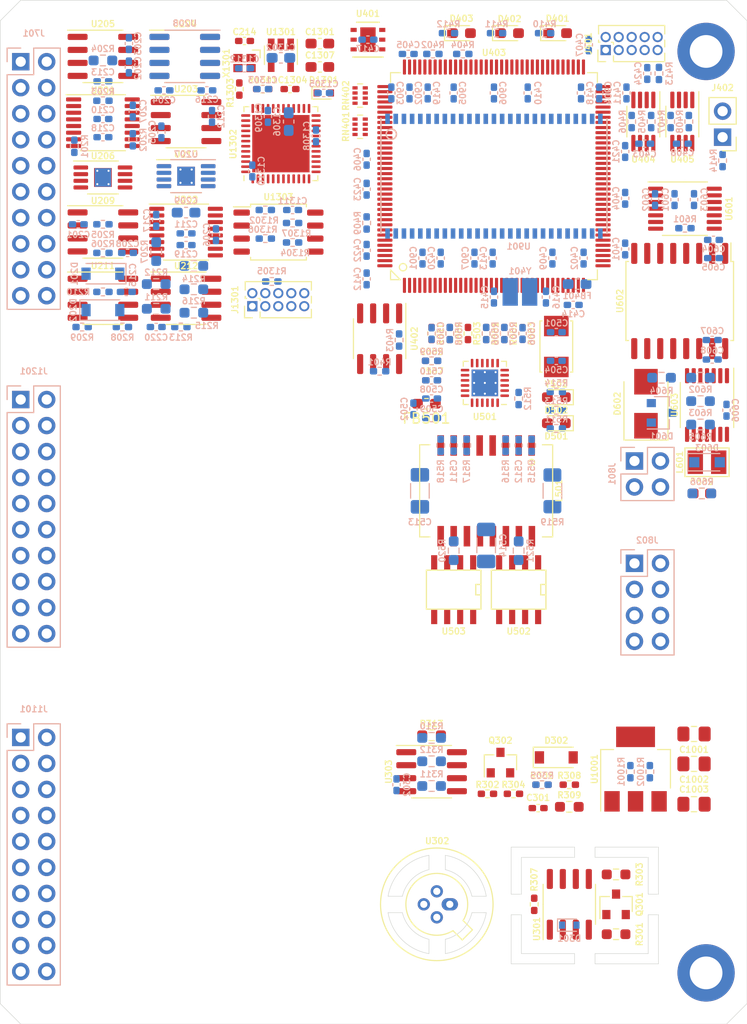
<source format=kicad_pcb>
(kicad_pcb (version 20171130) (host pcbnew 5.1.8)
  (layers (0 F.Cu signal) (31 B.Cu signal) (34 B.Paste user) (35 F.Paste user) (36 B.SilkS user) (37 F.SilkS user) (38 B.Mask user) (39 F.Mask user) (44 Edge.Cuts user))
  (net 0 "")
  (net 1 +3V3)
  (net 2 /MCU/MCU_VDDA)
  (net 3 +5V)
  (net 4 VCCQ)
  (net 5 Earth)
  (net 6 GND_TRIG)
  (net 7 +5V_TRIG)
  (net 8 "Net-(D301-Pad1)")
  (net 9 "Net-(D301-Pad2)")
  (net 10 "Net-(D302-Pad1)")
  (net 11 "Net-(D501-Pad1)")
  (net 12 "Net-(D502-Pad1)")
  (net 13 "Net-(D601-Pad2)")
  (net 14 /MCU/TCK_SWCLK)
  (net 15 /MCU/TMS_SWDIO)
  (net 16 /Ethernet/ETH_TXP)
  (net 17 /Ethernet/ETH_TXN)
  (net 18 /Ethernet/ETH_RXP)
  (net 19 /Ethernet/ETH_RXN)
  (net 20 -14VF)
  (net 21 "Net-(Q301-Pad2)")
  (net 22 /MCU/SENS_SCL)
  (net 23 "Net-(R503-Pad1)")
  (net 24 /MCU/SENS_SDA)
  (net 25 /MCU/EEPROM_SDA)
  (net 26 /MCU/EEPROM_SCL)
  (net 27 /Ethernet/MODE0)
  (net 28 /Ethernet/MODE1)
  (net 29 /Ethernet/MODE2)
  (net 30 /Ethernet/REFCLK0)
  (net 31 /Ethernet/RMII_MDIO)
  (net 32 /Trigger/EXT_TRIG_SIGN)
  (net 33 +18VF)
  (net 34 +5VF)
  (net 35 AGNDF)
  (net 36 "/ADC 1/VREF+")
  (net 37 "/ADC 1/VREF-")
  (net 38 "/ADC 1/VREF1_-7V")
  (net 39 "Net-(U205-Pad2)")
  (net 40 +3.3VP)
  (net 41 DGNDF)
  (net 42 /MCU/CAN_RX)
  (net 43 /MCU/CAN_TX)
  (net 44 /MCU/EEPROM_WP)
  (net 45 /Trigger/TRIG_OUT_EN)
  (net 46 /Trigger/TRIG_OUT_SIGN)
  (net 47 "Net-(D302-Pad2)")
  (net 48 "Net-(Q302-Pad1)")
  (net 49 /VREF/VREF_N7V_LPF)
  (net 50 "Net-(R201-Pad1)")
  (net 51 "Net-(R203-Pad1)")
  (net 52 "Net-(R205-Pad2)")
  (net 53 "Net-(R206-Pad1)")
  (net 54 "Net-(R209-Pad1)")
  (net 55 /Ethernet/RMII_RXD0)
  (net 56 /Ethernet/RMII_RXD1)
  (net 57 /Ethernet/RMII_CRS_DV)
  (net 58 /Ethernet/REF_CLK)
  (net 59 "Net-(U202-Pad11)")
  (net 60 "Net-(U202-Pad6)")
  (net 61 "Net-(U202-Pad2)")
  (net 62 "Net-(U203-Pad5)")
  (net 63 "Net-(U203-Pad3)")
  (net 64 "Net-(U204-Pad2)")
  (net 65 "/ADC 1/ADIN1")
  (net 66 "Net-(U206-Pad1)")
  (net 67 "Net-(U207-Pad1)")
  (net 68 "Net-(U207-Pad2)")
  (net 69 /MCU/A0)
  (net 70 /MCU/A1)
  (net 71 /MCU/A2)
  (net 72 /MCU/A3)
  (net 73 /MCU/A4)
  (net 74 /MCU/A5)
  (net 75 /MCU/~WE)
  (net 76 /MCU/~RAS)
  (net 77 /MCU/A6)
  (net 78 /MCU/A7)
  (net 79 /MCU/A8)
  (net 80 /MCU/A9)
  (net 81 /MCU/A10)
  (net 82 /MCU/A11)
  (net 83 /MCU/D4)
  (net 84 /MCU/D5)
  (net 85 /MCU/D6)
  (net 86 /MCU/D7)
  (net 87 /MCU/D8)
  (net 88 /MCU/D9)
  (net 89 /MCU/D10)
  (net 90 /MCU/D11)
  (net 91 /MCU/D12)
  (net 92 /MCU/D13)
  (net 93 /MCU/D14)
  (net 94 /MCU/D15)
  (net 95 /MCU/D0)
  (net 96 /MCU/D1)
  (net 97 /MCU/A12)
  (net 98 /MCU/BA0)
  (net 99 /MCU/BA1)
  (net 100 /MCU/CLK)
  (net 101 /MCU/D2)
  (net 102 /MCU/D3)
  (net 103 /MCU/~CAS)
  (net 104 /MCU/CKE)
  (net 105 /MCU/~CS)
  (net 106 /MCU/LDQM)
  (net 107 /MCU/UDQM)
  (net 108 /Ethernet/RMII_TXD1)
  (net 109 /Ethernet/RMII_TXD0)
  (net 110 /Ethernet/RMII_TXEN)
  (net 111 /Ethernet/NRST)
  (net 112 /Ethernet/RMII_MDC)
  (net 113 -18VF)
  (net 114 /Connector/EXT_TRIG)
  (net 115 /Connector/TX-)
  (net 116 /Connector/RX-)
  (net 117 /Connector/TX+)
  (net 118 /Connector/RX+)
  (net 119 "Net-(R307-Pad1)")
  (net 120 "Net-(R310-Pad1)")
  (net 121 "Net-(R311-Pad1)")
  (net 122 "Net-(C209-Pad2)")
  (net 123 "Net-(C209-Pad1)")
  (net 124 "Net-(C215-Pad2)")
  (net 125 "Net-(C215-Pad1)")
  (net 126 "Net-(C220-Pad2)")
  (net 127 "Net-(R202-Pad1)")
  (net 128 "Net-(R204-Pad1)")
  (net 129 "Net-(R208-Pad2)")
  (net 130 "Net-(R211-Pad1)")
  (net 131 "Net-(R212-Pad1)")
  (net 132 "Net-(R214-Pad2)")
  (net 133 "Net-(R215-Pad2)")
  (net 134 "/FPGA 1/iCE_SSn")
  (net 135 "/FPGA 1/iCE_SCK")
  (net 136 "/FPGA 1/iCE_MISO")
  (net 137 "/FPGA 1/iCE_MOSI")
  (net 138 "/FPGA 1/iCE_CRESET")
  (net 139 "/FPGA 1/iCE_CDONE")
  (net 140 +10VRF)
  (net 141 "/FPGA 1/FPGA_CLK")
  (net 142 /MCU/MCU_MOSI)
  (net 143 "/FPGA 1/FGPA1_MOSI")
  (net 144 /MCU/MCU_MISO)
  (net 145 "/FPGA 1/FGPA1_MISO")
  (net 146 "/ADC 1/FGPA1_AD_ID")
  (net 147 "/ADC 1/FGPA1_AD_IRP")
  (net 148 "/ADC 1/FGPA1_AD_IRN")
  (net 149 "/ADC 1/FGPA1_AD_IIN")
  (net 150 "/FPGA 1/FGPA1_nSS")
  (net 151 "/FPGA 1/FGPA1_SCLK")
  (net 152 "/FPGA 1/FGPA1_AD_VRH")
  (net 153 "/FPGA 1/ADC_COMP1")
  (net 154 "/ADC 1/FPGA1_MUX_10V")
  (net 155 "/ADC 1/FPGA1_MUX_GND")
  (net 156 "/ADC 1/FPGA1_MUX_ADIN")
  (net 157 "/CH1 Connector/CANL")
  (net 158 "/CH1 Connector/CANH")
  (net 159 "/CH1 Connector/I2C_SDA")
  (net 160 "/CH1 Connector/I2C_SCL")
  (net 161 "/CH2 Connector/ADIN2")
  (net 162 "/CH3 Connector/ADIN3")
  (net 163 /MCU/MCU_AD_RFS)
  (net 164 /MCU/TRIG_EN)
  (net 165 /MCU/TRIG_OUT)
  (net 166 /MCU/TRIG_IN)
  (net 167 "Net-(C415-Pad1)")
  (net 168 "Net-(C416-Pad1)")
  (net 169 "Net-(C418-Pad1)")
  (net 170 "Net-(C419-Pad1)")
  (net 171 "Net-(C501-Pad1)")
  (net 172 "Net-(C503-Pad1)")
  (net 173 "Net-(C504-Pad1)")
  (net 174 "Net-(C514-Pad1)")
  (net 175 "Net-(C609-Pad2)")
  (net 176 "Net-(C1302-Pad1)")
  (net 177 "Net-(C1303-Pad1)")
  (net 178 "Net-(C1307-Pad1)")
  (net 179 "Net-(D401-Pad1)")
  (net 180 "Net-(D402-Pad1)")
  (net 181 "Net-(D403-Pad1)")
  (net 182 "Net-(D501-Pad2)")
  (net 183 "Net-(D502-Pad2)")
  (net 184 "Net-(D601-Pad3)")
  (net 185 "Net-(J402-Pad1)")
  (net 186 "Net-(L501-Pad9)")
  (net 187 "Net-(L501-Pad10)")
  (net 188 "Net-(L501-Pad11)")
  (net 189 "Net-(L501-Pad14)")
  (net 190 "Net-(L501-Pad15)")
  (net 191 "Net-(L501-Pad16)")
  (net 192 "Net-(L601-Pad2)")
  (net 193 "Net-(R403-Pad1)")
  (net 194 "Net-(R409-Pad1)")
  (net 195 "Net-(R410-Pad1)")
  (net 196 "Net-(R411-Pad1)")
  (net 197 "Net-(R412-Pad1)")
  (net 198 "Net-(R512-Pad2)")
  (net 199 "Net-(R601-Pad2)")
  (net 200 "Net-(R602-Pad2)")
  (net 201 "Net-(R1001-Pad1)")
  (net 202 "Net-(R1303-Pad2)")
  (net 203 "Net-(R1306-Pad2)")
  (net 204 "Net-(R1307-Pad2)")
  (net 205 +3.3VF)
  (net 206 "Net-(U601-Pad13)")
  (net 207 "Net-(U601-Pad12)")
  (net 208 "Net-(U601-Pad11)")
  (module Capacitor_SMD:C_0402_1005Metric_Pad0.74x0.62mm_HandSolder (layer B.Cu) (at 174.879 56.642 180)
    (fp_text reference C1312 (at 0 0.889) (layer B.SilkS) (effects (font (size 0.6 0.6) (thickness 0.12)) (justify mirror)))
    (fp_text value 100n)
    (pad 2 smd roundrect (at 0.5675 0 180) (size 0.735 0.62) (layers B.Cu B.Paste B.Mask) (net 35 AGNDF))
    (pad 1 smd roundrect (at -0.5675 0 180) (size 0.735 0.62) (layers B.Cu B.Paste B.Mask) (net 1 +3V3))
  )
  (module Package_SO:MSOP-8_3x3mm_P0.65mm (layer F.Cu) (at 213.868 61.849 270)
    (fp_text reference U404 (at 3.683 0 180) (layer F.SilkS) (effects (font (size 0.6 0.6) (thickness 0.12))))
    (fp_text value PCA9517)
    (pad 8 smd roundrect (at 2.1125 -0.975 270) (size 1.625 0.4) (layers F.Cu F.Paste F.Mask) (net 1 +3V3))
    (pad 7 smd roundrect (at 2.1125 -0.325 270) (size 1.625 0.4) (layers F.Cu F.Paste F.Mask) (net 25 /MCU/EEPROM_SDA))
    (pad 6 smd roundrect (at 2.1125 0.325 270) (size 1.625 0.4) (layers F.Cu F.Paste F.Mask) (net 26 /MCU/EEPROM_SCL))
    (pad 5 smd roundrect (at 2.1125 0.975 270) (size 1.625 0.4) (layers F.Cu F.Paste F.Mask) (net 1 +3V3))
    (pad 4 smd roundrect (at -2.1125 0.975 270) (size 1.625 0.4) (layers F.Cu F.Paste F.Mask) (net 35 AGNDF))
    (pad 3 smd roundrect (at -2.1125 0.325 270) (size 1.625 0.4) (layers F.Cu F.Paste F.Mask) (net 159 "/CH1 Connector/I2C_SDA"))
    (pad 2 smd roundrect (at -2.1125 -0.325 270) (size 1.625 0.4) (layers F.Cu F.Paste F.Mask) (net 160 "/CH1 Connector/I2C_SCL"))
    (pad 1 smd roundrect (at -2.1125 -0.975 270) (size 1.625 0.4) (layers F.Cu F.Paste F.Mask) (net 1 +3V3))
  )
  (module ETH3CDAQ1:ASAAIG (layer F.Cu) (at 174.879 56.134 180)
    (fp_text reference X1301 (at 1.778 0 90) (layer F.SilkS) (effects (font (size 0.6 0.6) (thickness 0.12))))
    (fp_text value ASAAIG-40.000MHZ)
    (pad 4 smd rect (at -0.64 -0.49 180) (size 0.9 0.8) (layers F.Cu F.Paste F.Mask) (net 1 +3V3))
    (pad 3 smd rect (at 0.64 -0.49 180) (size 0.9 0.8) (layers F.Cu F.Paste F.Mask) (net 202 "Net-(R1303-Pad2)"))
    (pad 2 smd rect (at 0.64 0.49 180) (size 0.9 0.8) (layers F.Cu F.Paste F.Mask) (net 35 AGNDF))
    (pad 1 smd rect (at -0.64 0.49 180) (size 0.9 0.8) (layers F.Cu F.Paste F.Mask))
  )
  (module Resistor_SMD:R_Array_Concave_4x0402 (layer F.Cu) (at 186.182 59.309)
    (fp_text reference RN402 (at -1.397 0 90) (layer F.SilkS) (effects (font (size 0.6 0.6) (thickness 0.12))))
    (fp_text value R_Pack04)
    (pad 5 smd rect (at 0.5 0.75) (size 0.5 0.32) (layers F.Cu F.Paste F.Mask) (net 144 /MCU/MCU_MISO))
    (pad 6 smd rect (at 0.5 0.25) (size 0.5 0.32) (layers F.Cu F.Paste F.Mask) (net 144 /MCU/MCU_MISO))
    (pad 8 smd rect (at 0.5 -0.75) (size 0.5 0.32) (layers F.Cu F.Paste F.Mask) (net 144 /MCU/MCU_MISO))
    (pad 7 smd rect (at 0.5 -0.25) (size 0.5 0.32) (layers F.Cu F.Paste F.Mask) (net 144 /MCU/MCU_MISO))
    (pad 4 smd rect (at -0.5 0.75) (size 0.5 0.32) (layers F.Cu F.Paste F.Mask))
    (pad 2 smd rect (at -0.5 -0.25) (size 0.5 0.32) (layers F.Cu F.Paste F.Mask))
    (pad 3 smd rect (at -0.5 0.25) (size 0.5 0.32) (layers F.Cu F.Paste F.Mask))
    (pad 1 smd rect (at -0.5 -0.75) (size 0.5 0.32) (layers F.Cu F.Paste F.Mask) (net 145 "/FPGA 1/FGPA1_MISO"))
  )
  (module Resistor_SMD:R_Array_Concave_4x0402 (layer F.Cu) (at 186.182 62.357)
    (fp_text reference RN401 (at -1.397 0 90) (layer F.SilkS) (effects (font (size 0.6 0.6) (thickness 0.12))))
    (fp_text value R_Pack04)
    (pad 5 smd rect (at 0.5 0.75) (size 0.5 0.32) (layers F.Cu F.Paste F.Mask) (net 142 /MCU/MCU_MOSI))
    (pad 6 smd rect (at 0.5 0.25) (size 0.5 0.32) (layers F.Cu F.Paste F.Mask) (net 142 /MCU/MCU_MOSI))
    (pad 8 smd rect (at 0.5 -0.75) (size 0.5 0.32) (layers F.Cu F.Paste F.Mask) (net 142 /MCU/MCU_MOSI))
    (pad 7 smd rect (at 0.5 -0.25) (size 0.5 0.32) (layers F.Cu F.Paste F.Mask) (net 142 /MCU/MCU_MOSI))
    (pad 4 smd rect (at -0.5 0.75) (size 0.5 0.32) (layers F.Cu F.Paste F.Mask))
    (pad 2 smd rect (at -0.5 -0.25) (size 0.5 0.32) (layers F.Cu F.Paste F.Mask))
    (pad 3 smd rect (at -0.5 0.25) (size 0.5 0.32) (layers F.Cu F.Paste F.Mask))
    (pad 1 smd rect (at -0.5 -0.75) (size 0.5 0.32) (layers F.Cu F.Paste F.Mask) (net 143 "/FPGA 1/FGPA1_MOSI"))
  )
  (module Resistor_SMD:R_0402_1005Metric_Pad0.72x0.64mm_HandSolder (layer F.Cu) (at 174.371 58.674 90)
    (fp_text reference R1303 (at -0.381 -0.889 90) (layer F.SilkS) (effects (font (size 0.6 0.6) (thickness 0.12))))
    (fp_text value 22)
    (pad 2 smd roundrect (at 0.5975 0 90) (size 0.715 0.64) (layers F.Cu F.Paste F.Mask) (net 202 "Net-(R1303-Pad2)"))
    (pad 1 smd roundrect (at -0.5975 0 90) (size 0.715 0.64) (layers F.Cu F.Paste F.Mask) (net 141 "/FPGA 1/FPGA_CLK"))
  )
  (module Connector_PinHeader_1.27mm:PinHeader_2x05_P1.27mm_Vertical (layer F.Cu) (at 175.641 79.883 90)
    (fp_text reference J1301 (at 0.635 -1.695 90) (layer F.SilkS) (effects (font (size 0.6 0.6) (thickness 0.12))))
    (fp_text value Conn_02x05_Odd_Even)
    (pad 10 thru_hole oval (at 1.27 5.08 90) (size 1 1) (drill 0.65) (layers *.Cu *.Mask) (net 134 "/FPGA 1/iCE_SSn"))
    (pad 9 thru_hole oval (at 0 5.08 90) (size 1 1) (drill 0.65) (layers *.Cu *.Mask) (net 135 "/FPGA 1/iCE_SCK"))
    (pad 8 thru_hole oval (at 1.27 3.81 90) (size 1 1) (drill 0.65) (layers *.Cu *.Mask) (net 136 "/FPGA 1/iCE_MISO"))
    (pad 7 thru_hole oval (at 0 3.81 90) (size 1 1) (drill 0.65) (layers *.Cu *.Mask) (net 137 "/FPGA 1/iCE_MOSI"))
    (pad 6 thru_hole oval (at 1.27 2.54 90) (size 1 1) (drill 0.65) (layers *.Cu *.Mask) (net 138 "/FPGA 1/iCE_CRESET"))
    (pad 5 thru_hole oval (at 0 2.54 90) (size 1 1) (drill 0.65) (layers *.Cu *.Mask) (net 139 "/FPGA 1/iCE_CDONE"))
    (pad 4 thru_hole oval (at 1.27 1.27 90) (size 1 1) (drill 0.65) (layers *.Cu *.Mask))
    (pad 3 thru_hole oval (at 0 1.27 90) (size 1 1) (drill 0.65) (layers *.Cu *.Mask))
    (pad 2 thru_hole oval (at 1.27 0 90) (size 1 1) (drill 0.65) (layers *.Cu *.Mask) (net 35 AGNDF))
    (pad 1 thru_hole rect (at 0 0 90) (size 1 1) (drill 0.65) (layers *.Cu *.Mask))
  )
  (module Inductor_SMD:L_0603_1608Metric_Pad1.05x0.95mm_HandSolder (layer F.Cu) (at 192.659 89.408 180)
    (fp_text reference FB501 (at 0 -1.43) (layer F.SilkS))
    (fp_text value 742792031)
    (pad 2 smd roundrect (at 0.875 0 180) (size 1.05 0.95) (layers F.Cu F.Paste F.Mask) (net 1 +3V3))
    (pad 1 smd roundrect (at -0.875 0 180) (size 1.05 0.95) (layers F.Cu F.Paste F.Mask) (net 4 VCCQ))
  )
  (module Inductor_SMD:L_0603_1608Metric_Pad1.05x0.95mm_HandSolder (layer B.Cu) (at 207.391 77.724)
    (fp_text reference FB401 (at 0 1.143) (layer B.SilkS) (effects (font (size 0.6 0.6) (thickness 0.12)) (justify mirror)))
    (fp_text value 742792031)
    (pad 2 smd roundrect (at 0.875 0) (size 1.05 0.95) (layers B.Cu B.Paste B.Mask) (net 1 +3V3))
    (pad 1 smd roundrect (at -0.875 0) (size 1.05 0.95) (layers B.Cu B.Paste B.Mask) (net 2 /MCU/MCU_VDDA))
  )
  (module Capacitor_SMD:C_0402_1005Metric_Pad0.74x0.62mm_HandSolder (layer B.Cu) (at 192.786 59.055 270)
    (fp_text reference C419 (at 0 -0.889 90) (layer B.SilkS) (effects (font (size 0.6 0.6) (thickness 0.12)) (justify mirror)))
    (fp_text value 2u2)
    (pad 2 smd roundrect (at 0.5675 0 270) (size 0.735 0.62) (layers B.Cu B.Paste B.Mask) (net 35 AGNDF))
    (pad 1 smd roundrect (at -0.5675 0 270) (size 0.735 0.62) (layers B.Cu B.Paste B.Mask) (net 170 "Net-(C419-Pad1)"))
  )
  (module Capacitor_SMD:C_0402_1005Metric_Pad0.74x0.62mm_HandSolder (layer B.Cu) (at 207.772 59.055 90)
    (fp_text reference C418 (at 0 0.889 90) (layer B.SilkS) (effects (font (size 0.6 0.6) (thickness 0.12)) (justify mirror)))
    (fp_text value 2u2)
    (pad 2 smd roundrect (at 0.5675 0 90) (size 0.735 0.62) (layers B.Cu B.Paste B.Mask) (net 35 AGNDF))
    (pad 1 smd roundrect (at -0.5675 0 90) (size 0.735 0.62) (layers B.Cu B.Paste B.Mask) (net 169 "Net-(C418-Pad1)"))
  )
  (module Capacitor_SMD:C_0402_1005Metric_Pad0.74x0.62mm_HandSolder (layer B.Cu) (at 220.599 83.185 180)
    (fp_text reference C607 (at 0 0.889) (layer B.SilkS) (effects (font (size 0.6 0.6) (thickness 0.12)) (justify mirror)))
    (fp_text value 1u)
    (pad 2 smd roundrect (at 0.5675 0 180) (size 0.735 0.62) (layers B.Cu B.Paste B.Mask) (net 6 GND_TRIG))
    (pad 1 smd roundrect (at -0.5675 0 180) (size 0.735 0.62) (layers B.Cu B.Paste B.Mask) (net 7 +5V_TRIG))
  )
  (module Capacitor_SMD:C_0402_1005Metric_Pad0.74x0.62mm_HandSolder (layer B.Cu) (at 220.726 75.184 180)
    (fp_text reference C605 (at 0 -0.889) (layer B.SilkS) (effects (font (size 0.6 0.6) (thickness 0.12)) (justify mirror)))
    (fp_text value 1u)
    (pad 2 smd roundrect (at 0.5675 0 180) (size 0.735 0.62) (layers B.Cu B.Paste B.Mask) (net 35 AGNDF))
    (pad 1 smd roundrect (at -0.5675 0 180) (size 0.735 0.62) (layers B.Cu B.Paste B.Mask) (net 3 +5V))
  )
  (module Capacitor_SMD:C_0402_1005Metric_Pad0.74x0.62mm_HandSolder (layer B.Cu) (at 215.011 69.469 270)
    (fp_text reference C602 (at 0 0.889 90) (layer B.SilkS) (effects (font (size 0.6 0.6) (thickness 0.12)) (justify mirror)))
    (fp_text value 1u)
    (pad 2 smd roundrect (at 0.5675 0 270) (size 0.735 0.62) (layers B.Cu B.Paste B.Mask) (net 35 AGNDF))
    (pad 1 smd roundrect (at -0.5675 0 270) (size 0.735 0.62) (layers B.Cu B.Paste B.Mask) (net 1 +3V3))
  )
  (module Capacitor_SMD:C_0402_1005Metric_Pad0.74x0.62mm_HandSolder (layer B.Cu) (at 194.056 75.184 90)
    (fp_text reference C420 (at 0 -0.889 90) (layer B.SilkS) (effects (font (size 0.6 0.6) (thickness 0.12)) (justify mirror)))
    (fp_text value 1u)
    (pad 2 smd roundrect (at 0.5675 0 90) (size 0.735 0.62) (layers B.Cu B.Paste B.Mask) (net 35 AGNDF))
    (pad 1 smd roundrect (at -0.5675 0 90) (size 0.735 0.62) (layers B.Cu B.Paste B.Mask) (net 1 +3V3))
  )
  (module Capacitor_SMD:C_0402_1005Metric_Pad0.74x0.62mm_HandSolder (layer B.Cu) (at 207.01 79.756)
    (fp_text reference C414 (at 0 0.889) (layer B.SilkS) (effects (font (size 0.6 0.6) (thickness 0.12)) (justify mirror)))
    (fp_text value 1u)
    (pad 2 smd roundrect (at 0.5675 0) (size 0.735 0.62) (layers B.Cu B.Paste B.Mask) (net 35 AGNDF))
    (pad 1 smd roundrect (at -0.5675 0) (size 0.735 0.62) (layers B.Cu B.Paste B.Mask) (net 2 /MCU/MCU_VDDA))
  )
  (module Package_SO:SOIC-8_3.9x4.9mm_P1.27mm (layer F.Cu) (at 193.167 125.349)
    (fp_text reference U303 (at -4.191 0 90) (layer F.SilkS) (effects (font (size 0.6 0.6) (thickness 0.12))))
    (fp_text value OPA177)
    (pad 8 smd roundrect (at 2.475 -1.905) (size 1.95 0.6) (layers F.Cu F.Paste F.Mask))
    (pad 7 smd roundrect (at 2.475 -0.635) (size 1.95 0.6) (layers F.Cu F.Paste F.Mask) (net 35 AGNDF))
    (pad 6 smd roundrect (at 2.475 0.635) (size 1.95 0.6) (layers F.Cu F.Paste F.Mask) (net 121 "Net-(R311-Pad1)"))
    (pad 5 smd roundrect (at 2.475 1.905) (size 1.95 0.6) (layers F.Cu F.Paste F.Mask))
    (pad 4 smd roundrect (at -2.475 1.905) (size 1.95 0.6) (layers F.Cu F.Paste F.Mask) (net 20 -14VF))
    (pad 3 smd roundrect (at -2.475 0.635) (size 1.95 0.6) (layers F.Cu F.Paste F.Mask) (net 119 "Net-(R307-Pad1)"))
    (pad 2 smd roundrect (at -2.475 -0.635) (size 1.95 0.6) (layers F.Cu F.Paste F.Mask) (net 120 "Net-(R310-Pad1)"))
    (pad 1 smd roundrect (at -2.475 -1.905) (size 1.95 0.6) (layers F.Cu F.Paste F.Mask))
  )
  (module Resistor_SMD:R_0603_1608Metric_Pad0.98x0.95mm_HandSolder (layer F.Cu) (at 193.167 121.793)
    (fp_text reference R313 (at 0 -1.129) (layer F.SilkS) (effects (font (size 0.6 0.6) (thickness 0.12))))
    (fp_text value 0)
    (pad 2 smd roundrect (at 0.9125 0) (size 0.975 0.95) (layers F.Cu F.Paste F.Mask) (net 121 "Net-(R311-Pad1)"))
    (pad 1 smd roundrect (at -0.9125 0) (size 0.975 0.95) (layers F.Cu F.Paste F.Mask) (net 140 +10VRF))
  )
  (module Resistor_SMD:R_0603_1608Metric_Pad0.98x0.95mm_HandSolder (layer B.Cu) (at 193.167 124.333 180)
    (fp_text reference R312 (at 0 1.132) (layer B.SilkS) (effects (font (size 0.6 0.6) (thickness 0.12)) (justify mirror)))
    (fp_text value 3k01/.1%)
    (pad 2 smd roundrect (at 0.9125 0 180) (size 0.975 0.95) (layers B.Cu B.Paste B.Mask) (net 120 "Net-(R310-Pad1)"))
    (pad 1 smd roundrect (at -0.9125 0 180) (size 0.975 0.95) (layers B.Cu B.Paste B.Mask) (net 121 "Net-(R311-Pad1)"))
  )
  (module Resistor_SMD:R_0603_1608Metric_Pad0.98x0.95mm_HandSolder (layer B.Cu) (at 193.167 126.746 180)
    (fp_text reference R311 (at 0 1.159) (layer B.SilkS) (effects (font (size 0.6 0.6) (thickness 0.12)) (justify mirror)))
    (fp_text value 3k01/.1%)
    (pad 2 smd roundrect (at 0.9125 0 180) (size 0.975 0.95) (layers B.Cu B.Paste B.Mask) (net 119 "Net-(R307-Pad1)"))
    (pad 1 smd roundrect (at -0.9125 0 180) (size 0.975 0.95) (layers B.Cu B.Paste B.Mask) (net 121 "Net-(R311-Pad1)"))
  )
  (module Resistor_SMD:R_0603_1608Metric_Pad0.98x0.95mm_HandSolder (layer B.Cu) (at 193.167 122.047)
    (fp_text reference R310 (at 0 -1.143) (layer B.SilkS) (effects (font (size 0.6 0.6) (thickness 0.12)) (justify mirror)))
    (fp_text value 6k95/.05%)
    (pad 2 smd roundrect (at 0.9125 0) (size 0.975 0.95) (layers B.Cu B.Paste B.Mask) (net 35 AGNDF))
    (pad 1 smd roundrect (at -0.9125 0) (size 0.975 0.95) (layers B.Cu B.Paste B.Mask) (net 120 "Net-(R310-Pad1)"))
  )
  (module Capacitor_SMD:C_0402_1005Metric_Pad0.74x0.62mm_HandSolder (layer B.Cu) (at 189.738 126.619 270)
    (fp_text reference C302 (at 0 -1.016 90) (layer B.SilkS) (effects (font (size 0.6 0.6) (thickness 0.12)) (justify mirror)))
    (fp_text value 100n)
    (pad 2 smd roundrect (at 0.5675 0 270) (size 0.735 0.62) (layers B.Cu B.Paste B.Mask) (net 20 -14VF))
    (pad 1 smd roundrect (at -0.5675 0 270) (size 0.735 0.62) (layers B.Cu B.Paste B.Mask) (net 35 AGNDF))
  )
  (module Capacitor_SMD:C_0402_1005Metric_Pad0.74x0.62mm_HandSolder (layer F.Cu) (at 193.167 87.122 180)
    (fp_text reference C507 (at 0 0.889) (layer F.SilkS) (effects (font (size 0.6 0.6) (thickness 0.12))))
    (fp_text value 1u)
    (pad 2 smd roundrect (at 0.5675 0 180) (size 0.735 0.62) (layers F.Cu F.Paste F.Mask) (net 35 AGNDF))
    (pad 1 smd roundrect (at -0.5675 0 180) (size 0.735 0.62) (layers F.Cu F.Paste F.Mask) (net 4 VCCQ))
  )
  (module Capacitor_SMD:C_0402_1005Metric_Pad0.74x0.62mm_HandSolder (layer B.Cu) (at 202.057 82.55 90)
    (fp_text reference C506 (at 0 0.889 90) (layer B.SilkS) (effects (font (size 0.6 0.6) (thickness 0.12)) (justify mirror)))
    (fp_text value 1u)
    (pad 2 smd roundrect (at 0.5675 0 90) (size 0.735 0.62) (layers B.Cu B.Paste B.Mask) (net 35 AGNDF))
    (pad 1 smd roundrect (at -0.5675 0 90) (size 0.735 0.62) (layers B.Cu B.Paste B.Mask) (net 172 "Net-(C503-Pad1)"))
  )
  (module Package_TO_SOT_SMD:SOT-223-3_TabPin2 (layer F.Cu) (at 213.106 125.095 90)
    (fp_text reference U1001 (at 0 -4.017 90) (layer F.SilkS) (effects (font (size 0.6 0.6) (thickness 0.12))))
    (fp_text value LM337_SOT223)
    (pad 1 smd rect (at -3.15 -2.3 90) (size 2 1.5) (layers F.Cu F.Paste F.Mask) (net 201 "Net-(R1001-Pad1)"))
    (pad 3 smd rect (at -3.15 2.3 90) (size 2 1.5) (layers F.Cu F.Paste F.Mask) (net 20 -14VF))
    (pad 2 smd rect (at -3.15 0 90) (size 2 1.5) (layers F.Cu F.Paste F.Mask) (net 113 -18VF))
    (pad 2 smd rect (at 3.15 0 90) (size 2 3.8) (layers F.Cu F.Paste F.Mask) (net 113 -18VF))
  )
  (module Resistor_SMD:R_0402_1005Metric_Pad0.72x0.64mm_HandSolder (layer B.Cu) (at 214.503 125.349 270)
    (fp_text reference R1002 (at 0 0.889 90) (layer B.SilkS) (effects (font (size 0.6 0.6) (thickness 0.12)) (justify mirror)))
    (fp_text value 120)
    (pad 2 smd roundrect (at 0.5975 0 270) (size 0.715 0.64) (layers B.Cu B.Paste B.Mask) (net 201 "Net-(R1001-Pad1)"))
    (pad 1 smd roundrect (at -0.5975 0 270) (size 0.715 0.64) (layers B.Cu B.Paste B.Mask) (net 20 -14VF))
  )
  (module Resistor_SMD:R_0402_1005Metric_Pad0.72x0.64mm_HandSolder (layer B.Cu) (at 212.598 125.349 90)
    (fp_text reference R1001 (at 0 -0.889 90) (layer B.SilkS) (effects (font (size 0.6 0.6) (thickness 0.12)) (justify mirror)))
    (fp_text value 1k23)
    (pad 2 smd roundrect (at 0.5975 0 90) (size 0.715 0.64) (layers B.Cu B.Paste B.Mask) (net 35 AGNDF))
    (pad 1 smd roundrect (at -0.5975 0 90) (size 0.715 0.64) (layers B.Cu B.Paste B.Mask) (net 201 "Net-(R1001-Pad1)"))
  )
  (module Capacitor_SMD:C_0805_2012Metric_Pad1.18x1.45mm_HandSolder (layer F.Cu) (at 218.821 128.524)
    (fp_text reference C1003 (at 0 -1.448) (layer F.SilkS) (effects (font (size 0.6 0.6) (thickness 0.12))))
    (fp_text value 4u7/50V)
    (pad 2 smd roundrect (at 1.0375 0) (size 1.175 1.45) (layers F.Cu F.Paste F.Mask) (roundrect_rratio 0.212766) (net 35 AGNDF))
    (pad 1 smd roundrect (at -1.0375 0) (size 1.175 1.45) (layers F.Cu F.Paste F.Mask) (roundrect_rratio 0.212766) (net 20 -14VF))
  )
  (module Capacitor_SMD:C_0805_2012Metric_Pad1.18x1.45mm_HandSolder (layer F.Cu) (at 218.821 124.587)
    (fp_text reference C1002 (at 0 1.524) (layer F.SilkS) (effects (font (size 0.6 0.6) (thickness 0.12))))
    (fp_text value 4u7/50V)
    (pad 2 smd roundrect (at 1.0375 0) (size 1.175 1.45) (layers F.Cu F.Paste F.Mask) (roundrect_rratio 0.212766) (net 35 AGNDF))
    (pad 1 smd roundrect (at -1.0375 0) (size 1.175 1.45) (layers F.Cu F.Paste F.Mask) (roundrect_rratio 0.212766) (net 113 -18VF))
  )
  (module Capacitor_SMD:C_0805_2012Metric_Pad1.18x1.45mm_HandSolder (layer F.Cu) (at 218.821 121.666)
    (fp_text reference C1001 (at 0 1.524) (layer F.SilkS) (effects (font (size 0.6 0.6) (thickness 0.12))))
    (fp_text value 10u/50V)
    (pad 2 smd roundrect (at 1.0375 0) (size 1.175 1.45) (layers F.Cu F.Paste F.Mask) (roundrect_rratio 0.212766) (net 35 AGNDF))
    (pad 1 smd roundrect (at -1.0375 0) (size 1.175 1.45) (layers F.Cu F.Paste F.Mask) (roundrect_rratio 0.212766) (net 113 -18VF))
  )
  (module Resistor_SMD:R_0603_1608Metric_Pad0.98x0.95mm_HandSolder (layer B.Cu) (at 201.676 103.759 270)
    (fp_text reference R521 (at 0 -1.143 90) (layer B.SilkS) (effects (font (size 0.6 0.6) (thickness 0.12)) (justify mirror)))
    (fp_text value 75/1%)
    (pad 2 smd roundrect (at 0.9125 0 270) (size 0.975 0.95) (layers B.Cu B.Paste B.Mask) (net 174 "Net-(C514-Pad1)"))
    (pad 1 smd roundrect (at -0.9125 0 270) (size 0.975 0.95) (layers B.Cu B.Paste B.Mask) (net 190 "Net-(L501-Pad15)"))
  )
  (module Resistor_SMD:R_0603_1608Metric_Pad0.98x0.95mm_HandSolder (layer B.Cu) (at 195.326 103.759 270)
    (fp_text reference R520 (at 0 1.122 90) (layer B.SilkS) (effects (font (size 0.6 0.6) (thickness 0.12)) (justify mirror)))
    (fp_text value 75/1%)
    (pad 2 smd roundrect (at 0.9125 0 270) (size 0.975 0.95) (layers B.Cu B.Paste B.Mask) (net 174 "Net-(C514-Pad1)"))
    (pad 1 smd roundrect (at -0.9125 0 270) (size 0.975 0.95) (layers B.Cu B.Paste B.Mask) (net 187 "Net-(L501-Pad10)"))
  )
  (module Resistor_SMD:R_0603_1608Metric_Pad0.98x0.95mm_HandSolder (layer B.Cu) (at 215.646 86.868 180)
    (fp_text reference R604 (at 0 -1.27) (layer B.SilkS) (effects (font (size 0.6 0.6) (thickness 0.12)) (justify mirror)))
    (fp_text value 1k)
    (pad 2 smd roundrect (at 0.9125 0 180) (size 0.975 0.95) (layers B.Cu B.Paste B.Mask) (net 13 "Net-(D601-Pad2)"))
    (pad 1 smd roundrect (at -0.9125 0 180) (size 0.975 0.95) (layers B.Cu B.Paste B.Mask) (net 7 +5V_TRIG))
  )
  (module Capacitor_SMD:C_0603_1608Metric_Pad1.08x0.95mm_HandSolder (layer F.Cu) (at 219.583 98.171)
    (fp_text reference C609 (at 0 -1.143) (layer F.SilkS) (effects (font (size 0.6 0.6) (thickness 0.12))))
    (fp_text value 47p)
    (pad 2 smd roundrect (at 0.8625 0) (size 1.075 0.95) (layers F.Cu F.Paste F.Mask) (net 175 "Net-(C609-Pad2)"))
    (pad 1 smd roundrect (at -0.8625 0) (size 1.075 0.95) (layers F.Cu F.Paste F.Mask) (net 114 /Connector/EXT_TRIG))
  )
  (module ETH3CDAQ1:TSSOP-54 (layer B.Cu) (at 199.263 67.183 270)
    (fp_text reference U901 (at 6.858 -2.413) (layer B.SilkS) (effects (font (size 0.6 0.6) (thickness 0.12)) (justify mirror)))
    (fp_text value MT48LC16M16A2P-6A)
    (pad 54 smd rect (at 5.6 10.4 270) (size 1 0.45) (layers B.Cu B.Paste B.Mask) (net 35 AGNDF))
    (pad 53 smd rect (at 5.6 9.6 270) (size 1 0.45) (layers B.Cu B.Paste B.Mask) (net 94 /MCU/D15))
    (pad 52 smd rect (at 5.6 8.8 270) (size 1 0.45) (layers B.Cu B.Paste B.Mask) (net 35 AGNDF))
    (pad 50 smd rect (at 5.6 7.2 270) (size 1 0.45) (layers B.Cu B.Paste B.Mask) (net 92 /MCU/D13))
    (pad 49 smd rect (at 5.6 6.4 270) (size 1 0.45) (layers B.Cu B.Paste B.Mask) (net 1 +3V3))
    (pad 48 smd rect (at 5.6 5.6 270) (size 1 0.45) (layers B.Cu B.Paste B.Mask) (net 91 /MCU/D12))
    (pad 47 smd rect (at 5.6 4.8 270) (size 1 0.45) (layers B.Cu B.Paste B.Mask) (net 90 /MCU/D11))
    (pad 46 smd rect (at 5.6 4 270) (size 1 0.45) (layers B.Cu B.Paste B.Mask) (net 35 AGNDF))
    (pad 45 smd rect (at 5.6 3.2 270) (size 1 0.45) (layers B.Cu B.Paste B.Mask) (net 89 /MCU/D10))
    (pad 44 smd rect (at 5.6 2.4 270) (size 1 0.45) (layers B.Cu B.Paste B.Mask) (net 88 /MCU/D9))
    (pad 43 smd rect (at 5.6 1.6 270) (size 1 0.45) (layers B.Cu B.Paste B.Mask) (net 1 +3V3))
    (pad 42 smd rect (at 5.6 0.8 270) (size 1 0.45) (layers B.Cu B.Paste B.Mask) (net 87 /MCU/D8))
    (pad 41 smd rect (at 5.6 0 270) (size 1 0.45) (layers B.Cu B.Paste B.Mask) (net 35 AGNDF))
    (pad 39 smd rect (at 5.6 -1.6 270) (size 1 0.45) (layers B.Cu B.Paste B.Mask) (net 107 /MCU/UDQM))
    (pad 38 smd rect (at 5.6 -2.4 270) (size 1 0.45) (layers B.Cu B.Paste B.Mask) (net 100 /MCU/CLK))
    (pad 37 smd rect (at 5.6 -3.2 270) (size 1 0.45) (layers B.Cu B.Paste B.Mask) (net 104 /MCU/CKE))
    (pad 36 smd rect (at 5.6 -4 270) (size 1 0.45) (layers B.Cu B.Paste B.Mask) (net 97 /MCU/A12))
    (pad 35 smd rect (at 5.6 -4.8 270) (size 1 0.45) (layers B.Cu B.Paste B.Mask) (net 82 /MCU/A11))
    (pad 34 smd rect (at 5.6 -5.6 270) (size 1 0.45) (layers B.Cu B.Paste B.Mask) (net 80 /MCU/A9))
    (pad 33 smd rect (at 5.6 -6.4 270) (size 1 0.45) (layers B.Cu B.Paste B.Mask) (net 79 /MCU/A8))
    (pad 32 smd rect (at 5.6 -7.2 270) (size 1 0.45) (layers B.Cu B.Paste B.Mask) (net 78 /MCU/A7))
    (pad 31 smd rect (at 5.6 -8 270) (size 1 0.45) (layers B.Cu B.Paste B.Mask) (net 77 /MCU/A6))
    (pad 30 smd rect (at 5.6 -8.8 270) (size 1 0.45) (layers B.Cu B.Paste B.Mask) (net 74 /MCU/A5))
    (pad 29 smd rect (at 5.6 -9.6 270) (size 1 0.45) (layers B.Cu B.Paste B.Mask) (net 73 /MCU/A4))
    (pad 28 smd rect (at 5.6 -10.4 270) (size 1 0.45) (layers B.Cu B.Paste B.Mask) (net 35 AGNDF))
    (pad 27 smd rect (at -5.6 -10.4 270) (size 1 0.45) (layers B.Cu B.Paste B.Mask) (net 1 +3V3))
    (pad 25 smd rect (at -5.6 -8.8 270) (size 1 0.45) (layers B.Cu B.Paste B.Mask) (net 71 /MCU/A2))
    (pad 24 smd rect (at -5.6 -8 270) (size 1 0.45) (layers B.Cu B.Paste B.Mask) (net 70 /MCU/A1))
    (pad 23 smd rect (at -5.6 -7.2 270) (size 1 0.45) (layers B.Cu B.Paste B.Mask) (net 69 /MCU/A0))
    (pad 22 smd rect (at -5.6 -6.4 270) (size 1 0.45) (layers B.Cu B.Paste B.Mask) (net 81 /MCU/A10))
    (pad 21 smd rect (at -5.6 -5.6 270) (size 1 0.45) (layers B.Cu B.Paste B.Mask) (net 99 /MCU/BA1))
    (pad 20 smd rect (at -5.6 -4.8 270) (size 1 0.45) (layers B.Cu B.Paste B.Mask) (net 98 /MCU/BA0))
    (pad 19 smd rect (at -5.6 -4 270) (size 1 0.45) (layers B.Cu B.Paste B.Mask) (net 105 /MCU/~CS))
    (pad 18 smd rect (at -5.6 -3.2 270) (size 1 0.45) (layers B.Cu B.Paste B.Mask) (net 76 /MCU/~RAS))
    (pad 16 smd rect (at -5.6 -1.6 270) (size 1 0.45) (layers B.Cu B.Paste B.Mask) (net 75 /MCU/~WE))
    (pad 15 smd rect (at -5.6 -0.8 270) (size 1 0.45) (layers B.Cu B.Paste B.Mask) (net 106 /MCU/LDQM))
    (pad 14 smd rect (at -5.6 0 270) (size 1 0.45) (layers B.Cu B.Paste B.Mask) (net 1 +3V3))
    (pad 13 smd rect (at -5.6 0.8 270) (size 1 0.45) (layers B.Cu B.Paste B.Mask) (net 86 /MCU/D7))
    (pad 12 smd rect (at -5.6 1.6 270) (size 1 0.45) (layers B.Cu B.Paste B.Mask) (net 35 AGNDF))
    (pad 11 smd rect (at -5.6 2.4 270) (size 1 0.45) (layers B.Cu B.Paste B.Mask) (net 85 /MCU/D6))
    (pad 10 smd rect (at -5.6 3.2 270) (size 1 0.45) (layers B.Cu B.Paste B.Mask) (net 84 /MCU/D5))
    (pad 9 smd rect (at -5.6 4 270) (size 1 0.45) (layers B.Cu B.Paste B.Mask) (net 1 +3V3))
    (pad 8 smd rect (at -5.6 4.8 270) (size 1 0.45) (layers B.Cu B.Paste B.Mask) (net 83 /MCU/D4))
    (pad 7 smd rect (at -5.6 5.6 270) (size 1 0.45) (layers B.Cu B.Paste B.Mask) (net 102 /MCU/D3))
    (pad 6 smd rect (at -5.6 6.4 270) (size 1 0.45) (layers B.Cu B.Paste B.Mask) (net 35 AGNDF))
    (pad 5 smd rect (at -5.6 7.2 270) (size 1 0.45) (layers B.Cu B.Paste B.Mask) (net 101 /MCU/D2))
    (pad 4 smd rect (at -5.6 8 270) (size 1 0.45) (layers B.Cu B.Paste B.Mask) (net 96 /MCU/D1))
    (pad 3 smd rect (at -5.6 8.8 270) (size 1 0.45) (layers B.Cu B.Paste B.Mask) (net 1 +3V3))
    (pad 2 smd rect (at -5.6 9.6 270) (size 1 0.45) (layers B.Cu B.Paste B.Mask) (net 95 /MCU/D0))
    (pad 1 smd rect (at -5.6 10.4 270) (size 1 0.45) (layers B.Cu B.Paste B.Mask) (net 1 +3V3))
    (pad 17 smd rect (at -5.6 -2.4 270) (size 1 0.45) (layers B.Cu B.Paste B.Mask) (net 103 /MCU/~CAS))
    (pad 26 smd rect (at -5.6 -9.6 270) (size 1 0.45) (layers B.Cu B.Paste B.Mask) (net 72 /MCU/A3))
    (pad 40 smd rect (at 5.6 -0.8 270) (size 1 0.45) (layers B.Cu B.Paste B.Mask))
    (pad 51 smd rect (at 5.6 8 270) (size 1 0.45) (layers B.Cu B.Paste B.Mask) (net 93 /MCU/D14))
  )
  (module Capacitor_SMD:C_0402_1005Metric_Pad0.74x0.62mm_HandSolder (layer B.Cu) (at 197.358 75.184 270)
    (fp_text reference C907 (at 0 0.889 90) (layer B.SilkS) (effects (font (size 0.6 0.6) (thickness 0.12)) (justify mirror)))
    (fp_text value 100n)
    (pad 2 smd roundrect (at 0.5675 0 270) (size 0.735 0.62) (layers B.Cu B.Paste B.Mask) (net 35 AGNDF))
    (pad 1 smd roundrect (at -0.5675 0 270) (size 0.735 0.62) (layers B.Cu B.Paste B.Mask) (net 1 +3V3))
  )
  (module Capacitor_SMD:C_0402_1005Metric_Pad0.74x0.62mm_HandSolder (layer B.Cu) (at 199.263 59.055 90)
    (fp_text reference C906 (at 0 0.889 90) (layer B.SilkS) (effects (font (size 0.6 0.6) (thickness 0.12)) (justify mirror)))
    (fp_text value 100n)
    (pad 2 smd roundrect (at 0.5675 0 90) (size 0.735 0.62) (layers B.Cu B.Paste B.Mask) (net 35 AGNDF))
    (pad 1 smd roundrect (at -0.5675 0 90) (size 0.735 0.62) (layers B.Cu B.Paste B.Mask) (net 1 +3V3))
  )
  (module Capacitor_SMD:C_0402_1005Metric_Pad0.74x0.62mm_HandSolder (layer B.Cu) (at 195.326 59.055 90)
    (fp_text reference C905 (at 0 0.889 90) (layer B.SilkS) (effects (font (size 0.6 0.6) (thickness 0.12)) (justify mirror)))
    (fp_text value 100n)
    (pad 2 smd roundrect (at 0.5675 0 90) (size 0.735 0.62) (layers B.Cu B.Paste B.Mask) (net 35 AGNDF))
    (pad 1 smd roundrect (at -0.5675 0 90) (size 0.735 0.62) (layers B.Cu B.Paste B.Mask) (net 1 +3V3))
  )
  (module Capacitor_SMD:C_0402_1005Metric_Pad0.74x0.62mm_HandSolder (layer B.Cu) (at 209.55 59.055 90)
    (fp_text reference C904 (at 0 0.889 90) (layer B.SilkS) (effects (font (size 0.6 0.6) (thickness 0.12)) (justify mirror)))
    (fp_text value 100n)
    (pad 2 smd roundrect (at 0.5675 0 90) (size 0.735 0.62) (layers B.Cu B.Paste B.Mask) (net 35 AGNDF))
    (pad 1 smd roundrect (at -0.5675 0 90) (size 0.735 0.62) (layers B.Cu B.Paste B.Mask) (net 1 +3V3))
  )
  (module Capacitor_SMD:C_0402_1005Metric_Pad0.74x0.62mm_HandSolder (layer B.Cu) (at 189.23 59.055 90)
    (fp_text reference C903 (at 0 0.889 90) (layer B.SilkS) (effects (font (size 0.6 0.6) (thickness 0.12)) (justify mirror)))
    (fp_text value 100n)
    (pad 2 smd roundrect (at 0.5675 0 90) (size 0.735 0.62) (layers B.Cu B.Paste B.Mask) (net 35 AGNDF))
    (pad 1 smd roundrect (at -0.5675 0 90) (size 0.735 0.62) (layers B.Cu B.Paste B.Mask) (net 1 +3V3))
  )
  (module Capacitor_SMD:C_0402_1005Metric_Pad0.74x0.62mm_HandSolder (layer B.Cu) (at 191.008 59.055 90)
    (fp_text reference C902 (at 0 0.889 90) (layer B.SilkS) (effects (font (size 0.6 0.6) (thickness 0.12)) (justify mirror)))
    (fp_text value 100n)
    (pad 2 smd roundrect (at 0.5675 0 90) (size 0.735 0.62) (layers B.Cu B.Paste B.Mask) (net 35 AGNDF))
    (pad 1 smd roundrect (at -0.5675 0 90) (size 0.735 0.62) (layers B.Cu B.Paste B.Mask) (net 1 +3V3))
  )
  (module Capacitor_SMD:C_0402_1005Metric_Pad0.74x0.62mm_HandSolder (layer B.Cu) (at 192.278 75.184 270)
    (fp_text reference C901 (at 0 0.889 90) (layer B.SilkS) (effects (font (size 0.6 0.6) (thickness 0.12)) (justify mirror)))
    (fp_text value 100n)
    (pad 2 smd roundrect (at 0.5675 0 270) (size 0.735 0.62) (layers B.Cu B.Paste B.Mask) (net 35 AGNDF))
    (pad 1 smd roundrect (at -0.5675 0 270) (size 0.735 0.62) (layers B.Cu B.Paste B.Mask) (net 1 +3V3))
  )
  (module Resistor_SMD:R_0402_1005Metric_Pad0.72x0.64mm_HandSolder (layer B.Cu) (at 161.036 59.817 180)
    (fp_text reference R203 (at 0 0.889) (layer B.SilkS) (effects (font (size 0.6 0.6) (thickness 0.12)) (justify mirror)))
    (fp_text value 10k)
    (pad 2 smd roundrect (at 0.5975 0 180) (size 0.715 0.64) (layers B.Cu B.Paste B.Mask) (net 3 +5V))
    (pad 1 smd roundrect (at -0.5975 0 180) (size 0.715 0.64) (layers B.Cu B.Paste B.Mask) (net 51 "Net-(R203-Pad1)"))
  )
  (module Package_SO:TSSOP-16_4.4x5mm_P0.65mm (layer F.Cu) (at 161.036 61.96)
    (fp_text reference U201 (at 0 -3.175) (layer F.SilkS) (effects (font (size 0.6 0.6) (thickness 0.12))))
    (fp_text value DG211)
    (pad 16 smd roundrect (at 2.8625 -2.275) (size 1.475 0.4) (layers F.Cu F.Paste F.Mask) (net 51 "Net-(R203-Pad1)"))
    (pad 15 smd roundrect (at 2.8625 -1.625) (size 1.475 0.4) (layers F.Cu F.Paste F.Mask))
    (pad 14 smd roundrect (at 2.8625 -0.975) (size 1.475 0.4) (layers F.Cu F.Paste F.Mask))
    (pad 13 smd roundrect (at 2.8625 -0.325) (size 1.475 0.4) (layers F.Cu F.Paste F.Mask) (net 33 +18VF))
    (pad 12 smd roundrect (at 2.8625 0.325) (size 1.475 0.4) (layers F.Cu F.Paste F.Mask) (net 205 +3.3VF))
    (pad 11 smd roundrect (at 2.8625 0.975) (size 1.475 0.4) (layers F.Cu F.Paste F.Mask) (net 127 "Net-(R202-Pad1)"))
    (pad 10 smd roundrect (at 2.8625 1.625) (size 1.475 0.4) (layers F.Cu F.Paste F.Mask) (net 128 "Net-(R204-Pad1)"))
    (pad 9 smd roundrect (at 2.8625 2.275) (size 1.475 0.4) (layers F.Cu F.Paste F.Mask) (net 154 "/ADC 1/FPGA1_MUX_10V"))
    (pad 8 smd roundrect (at -2.8625 2.275) (size 1.475 0.4) (layers F.Cu F.Paste F.Mask) (net 155 "/ADC 1/FPGA1_MUX_GND"))
    (pad 7 smd roundrect (at -2.8625 1.625) (size 1.475 0.4) (layers F.Cu F.Paste F.Mask) (net 50 "Net-(R201-Pad1)"))
    (pad 6 smd roundrect (at -2.8625 0.975) (size 1.475 0.4) (layers F.Cu F.Paste F.Mask) (net 128 "Net-(R204-Pad1)"))
    (pad 5 smd roundrect (at -2.8625 0.325) (size 1.475 0.4) (layers F.Cu F.Paste F.Mask) (net 35 AGNDF))
    (pad 4 smd roundrect (at -2.8625 -0.325) (size 1.475 0.4) (layers F.Cu F.Paste F.Mask) (net 20 -14VF))
    (pad 3 smd roundrect (at -2.8625 -0.975) (size 1.475 0.4) (layers F.Cu F.Paste F.Mask) (net 128 "Net-(R204-Pad1)"))
    (pad 2 smd roundrect (at -2.8625 -1.625) (size 1.475 0.4) (layers F.Cu F.Paste F.Mask) (net 65 "/ADC 1/ADIN1"))
    (pad 1 smd roundrect (at -2.8625 -2.275) (size 1.475 0.4) (layers F.Cu F.Paste F.Mask) (net 156 "/ADC 1/FPGA1_MUX_ADIN"))
  )
  (module Resistor_SMD:R_0402_1005Metric_Pad0.72x0.64mm_HandSolder (layer B.Cu) (at 163.957 63.627 270)
    (fp_text reference R202 (at 0 -1.016 90) (layer B.SilkS) (effects (font (size 0.6 0.6) (thickness 0.12)) (justify mirror)))
    (fp_text value 10k)
    (pad 2 smd roundrect (at 0.5975 0 270) (size 0.715 0.64) (layers B.Cu B.Paste B.Mask) (net 140 +10VRF))
    (pad 1 smd roundrect (at -0.5975 0 270) (size 0.715 0.64) (layers B.Cu B.Paste B.Mask) (net 127 "Net-(R202-Pad1)"))
  )
  (module Resistor_SMD:R_0402_1005Metric_Pad0.72x0.64mm_HandSolder (layer B.Cu) (at 158.242 64.262 270)
    (fp_text reference R201 (at 0 -1.016 90) (layer B.SilkS) (effects (font (size 0.6 0.6) (thickness 0.12)) (justify mirror)))
    (fp_text value 10k)
    (pad 2 smd roundrect (at 0.5975 0 270) (size 0.715 0.64) (layers B.Cu B.Paste B.Mask) (net 35 AGNDF))
    (pad 1 smd roundrect (at -0.5975 0 270) (size 0.715 0.64) (layers B.Cu B.Paste B.Mask) (net 50 "Net-(R201-Pad1)"))
  )
  (module Package_SO:SOIC-8_3.9x4.9mm_P1.27mm (layer F.Cu) (at 161.036 55.483)
    (fp_text reference U205 (at 0 -3.175) (layer F.SilkS) (effects (font (size 0.6 0.6) (thickness 0.12))))
    (fp_text value OPA140)
    (pad 8 smd roundrect (at 2.475 -1.905) (size 1.95 0.6) (layers F.Cu F.Paste F.Mask))
    (pad 7 smd roundrect (at 2.475 -0.635) (size 1.95 0.6) (layers F.Cu F.Paste F.Mask) (net 33 +18VF))
    (pad 6 smd roundrect (at 2.475 0.635) (size 1.95 0.6) (layers F.Cu F.Paste F.Mask) (net 39 "Net-(U205-Pad2)"))
    (pad 5 smd roundrect (at 2.475 1.905) (size 1.95 0.6) (layers F.Cu F.Paste F.Mask))
    (pad 4 smd roundrect (at -2.475 1.905) (size 1.95 0.6) (layers F.Cu F.Paste F.Mask) (net 20 -14VF))
    (pad 3 smd roundrect (at -2.475 0.635) (size 1.95 0.6) (layers F.Cu F.Paste F.Mask) (net 128 "Net-(R204-Pad1)"))
    (pad 2 smd roundrect (at -2.475 -0.635) (size 1.95 0.6) (layers F.Cu F.Paste F.Mask) (net 39 "Net-(U205-Pad2)"))
    (pad 1 smd roundrect (at -2.475 -1.905) (size 1.95 0.6) (layers F.Cu F.Paste F.Mask))
  )
  (module Resistor_SMD:R_0603_1608Metric_Pad0.98x0.95mm_HandSolder (layer B.Cu) (at 161.036 55.88)
    (fp_text reference R204 (at 0 -1.143) (layer B.SilkS) (effects (font (size 0.6 0.6) (thickness 0.12)) (justify mirror)))
    (fp_text value 10M)
    (pad 2 smd roundrect (at 0.9125 0) (size 0.975 0.95) (layers B.Cu B.Paste B.Mask) (net 35 AGNDF))
    (pad 1 smd roundrect (at -0.9125 0) (size 0.975 0.95) (layers B.Cu B.Paste B.Mask) (net 128 "Net-(R204-Pad1)"))
  )
  (module Resistor_SMD:R_0603_1608Metric_Pad0.98x0.95mm_HandSolder (layer B.Cu) (at 219.583 98.171 180)
    (fp_text reference R606 (at 0 1.143) (layer B.SilkS) (effects (font (size 0.6 0.6) (thickness 0.12)) (justify mirror)))
    (fp_text value 51R1)
    (pad 2 smd roundrect (at 0.9125 0 180) (size 0.975 0.95) (layers B.Cu B.Paste B.Mask) (net 6 GND_TRIG))
    (pad 1 smd roundrect (at -0.9125 0 180) (size 0.975 0.95) (layers B.Cu B.Paste B.Mask) (net 175 "Net-(C609-Pad2)"))
  )
  (module Resistor_SMD:R_0603_1608Metric_Pad0.98x0.95mm_HandSolder (layer B.Cu) (at 219.456 91.44)
    (fp_text reference R605 (at 0 1.19) (layer B.SilkS) (effects (font (size 0.6 0.6) (thickness 0.12)) (justify mirror)))
    (fp_text value 47)
    (pad 2 smd roundrect (at 0.9125 0) (size 0.975 0.95) (layers B.Cu B.Paste B.Mask) (net 192 "Net-(L601-Pad2)"))
    (pad 1 smd roundrect (at -0.9125 0) (size 0.975 0.95) (layers B.Cu B.Paste B.Mask) (net 184 "Net-(D601-Pad3)"))
  )
  (module Resistor_SMD:R_0603_1608Metric_Pad0.98x0.95mm_HandSolder (layer B.Cu) (at 219.456 89.154 180)
    (fp_text reference R603 (at 0 -1.143) (layer B.SilkS) (effects (font (size 0.6 0.6) (thickness 0.12)) (justify mirror)))
    (fp_text value 100)
    (pad 2 smd roundrect (at 0.9125 0 180) (size 0.975 0.95) (layers B.Cu B.Paste B.Mask) (net 184 "Net-(D601-Pad3)"))
    (pad 1 smd roundrect (at -0.9125 0 180) (size 0.975 0.95) (layers B.Cu B.Paste B.Mask) (net 200 "Net-(R602-Pad2)"))
  )
  (module Resistor_SMD:R_0603_1608Metric_Pad0.98x0.95mm_HandSolder (layer B.Cu) (at 219.456 86.868)
    (fp_text reference R602 (at 0 1.143) (layer B.SilkS) (effects (font (size 0.6 0.6) (thickness 0.12)) (justify mirror)))
    (fp_text value 14k7)
    (pad 2 smd roundrect (at 0.9125 0) (size 0.975 0.95) (layers B.Cu B.Paste B.Mask) (net 200 "Net-(R602-Pad2)"))
    (pad 1 smd roundrect (at -0.9125 0) (size 0.975 0.95) (layers B.Cu B.Paste B.Mask) (net 32 /Trigger/EXT_TRIG_SIGN))
  )
  (module Capacitor_SMD:C_0603_1608Metric_Pad1.08x0.95mm_HandSolder (layer F.Cu) (at 182.245 56.515)
    (fp_text reference C1307 (at 0 -1.143) (layer F.SilkS) (effects (font (size 0.6 0.6) (thickness 0.12))))
    (fp_text value 4u7)
    (pad 2 smd roundrect (at 0.8625 0) (size 1.075 0.95) (layers F.Cu F.Paste F.Mask) (net 35 AGNDF))
    (pad 1 smd roundrect (at -0.8625 0) (size 1.075 0.95) (layers F.Cu F.Paste F.Mask) (net 178 "Net-(C1307-Pad1)"))
  )
  (module Capacitor_SMD:C_0603_1608Metric_Pad1.08x0.95mm_HandSolder (layer B.Cu) (at 179.197 61.849 270)
    (fp_text reference C1306 (at 0 1.143 90) (layer B.SilkS) (effects (font (size 0.6 0.6) (thickness 0.12)) (justify mirror)))
    (fp_text value 4u7)
    (pad 2 smd roundrect (at 0.8625 0 270) (size 1.075 0.95) (layers B.Cu B.Paste B.Mask) (net 35 AGNDF))
    (pad 1 smd roundrect (at -0.8625 0 270) (size 1.075 0.95) (layers B.Cu B.Paste B.Mask) (net 177 "Net-(C1303-Pad1)"))
  )
  (module Capacitor_SMD:C_0603_1608Metric_Pad1.08x0.95mm_HandSolder (layer B.Cu) (at 178.435 55.626 180)
    (fp_text reference C1302 (at 0 1.016) (layer B.SilkS) (effects (font (size 0.6 0.6) (thickness 0.12)) (justify mirror)))
    (fp_text value 4u7)
    (pad 2 smd roundrect (at 0.8625 0 180) (size 1.075 0.95) (layers B.Cu B.Paste B.Mask) (net 35 AGNDF))
    (pad 1 smd roundrect (at -0.8625 0 180) (size 1.075 0.95) (layers B.Cu B.Paste B.Mask) (net 176 "Net-(C1302-Pad1)"))
  )
  (module Capacitor_SMD:C_0603_1608Metric_Pad1.08x0.95mm_HandSolder (layer F.Cu) (at 182.245 54.229)
    (fp_text reference C1301 (at 0 -1.143) (layer F.SilkS) (effects (font (size 0.6 0.6) (thickness 0.12))))
    (fp_text value 4u7)
    (pad 2 smd roundrect (at 0.8625 0) (size 1.075 0.95) (layers F.Cu F.Paste F.Mask) (net 35 AGNDF))
    (pad 1 smd roundrect (at -0.8625 0) (size 1.075 0.95) (layers F.Cu F.Paste F.Mask) (net 1 +3V3))
  )
  (module Connector_PinSocket_2.54mm:PinSocket_2x04_P2.54mm_Vertical (layer B.Cu) (at 213 105 180)
    (fp_text reference J802 (at -1.249 2.257) (layer B.SilkS) (effects (font (size 0.6 0.6) (thickness 0.12)) (justify mirror)))
    (fp_text value Conn_02x04_Odd_Even)
    (pad 8 thru_hole oval (at -2.54 -7.62 180) (size 1.7 1.7) (drill 1) (layers *.Cu *.Mask) (net 5 Earth))
    (pad 7 thru_hole oval (at 0 -7.62 180) (size 1.7 1.7) (drill 1) (layers *.Cu *.Mask) (net 5 Earth))
    (pad 6 thru_hole oval (at -2.54 -5.08 180) (size 1.7 1.7) (drill 1) (layers *.Cu *.Mask) (net 115 /Connector/TX-))
    (pad 5 thru_hole oval (at 0 -5.08 180) (size 1.7 1.7) (drill 1) (layers *.Cu *.Mask) (net 116 /Connector/RX-))
    (pad 4 thru_hole oval (at -2.54 -2.54 180) (size 1.7 1.7) (drill 1) (layers *.Cu *.Mask) (net 117 /Connector/TX+))
    (pad 3 thru_hole oval (at 0 -2.54 180) (size 1.7 1.7) (drill 1) (layers *.Cu *.Mask) (net 118 /Connector/RX+))
    (pad 2 thru_hole oval (at -2.54 0 180) (size 1.7 1.7) (drill 1) (layers *.Cu *.Mask) (net 5 Earth))
    (pad 1 thru_hole rect (at 0 0 180) (size 1.7 1.7) (drill 1) (layers *.Cu *.Mask) (net 5 Earth))
  )
  (module Connector_PinSocket_2.54mm:PinSocket_2x02_P2.54mm_Vertical (layer B.Cu) (at 213 95 180)
    (fp_text reference J801 (at 2.18 -1.266 90) (layer B.SilkS) (effects (font (size 0.6 0.6) (thickness 0.12)) (justify mirror)))
    (fp_text value Conn_02x02_Odd_Even)
    (pad 4 thru_hole oval (at -2.54 -2.54 180) (size 1.7 1.7) (drill 1) (layers *.Cu *.Mask) (net 6 GND_TRIG))
    (pad 3 thru_hole oval (at 0 -2.54 180) (size 1.7 1.7) (drill 1) (layers *.Cu *.Mask) (net 6 GND_TRIG))
    (pad 2 thru_hole oval (at -2.54 0 180) (size 1.7 1.7) (drill 1) (layers *.Cu *.Mask) (net 114 /Connector/EXT_TRIG))
    (pad 1 thru_hole rect (at 0 0 180) (size 1.7 1.7) (drill 1) (layers *.Cu *.Mask) (net 114 /Connector/EXT_TRIG))
  )
  (module Capacitor_SMD:C_0603_1608Metric_Pad1.08x0.95mm_HandSolder (layer B.Cu) (at 169.164 70.739)
    (fp_text reference C209 (at 0 -1.143) (layer B.SilkS) (effects (font (size 0.6 0.6) (thickness 0.12)) (justify mirror)))
    (fp_text value 2n2/SMD)
    (pad 2 smd roundrect (at 0.8625 0) (size 1.075 0.95) (layers B.Cu B.Paste B.Mask) (net 122 "Net-(C209-Pad2)"))
    (pad 1 smd roundrect (at -0.8625 0) (size 1.075 0.95) (layers B.Cu B.Paste B.Mask) (net 123 "Net-(C209-Pad1)"))
  )
  (module Resistor_SMD:R_0402_1005Metric_Pad0.72x0.64mm_HandSolder (layer B.Cu) (at 179.578 71.755)
    (fp_text reference R1307 (at 0.381 1.016) (layer B.SilkS) (effects (font (size 0.6 0.6) (thickness 0.12)) (justify mirror)))
    (fp_text value 10k)
    (pad 2 smd roundrect (at 0.5975 0) (size 0.715 0.64) (layers B.Cu B.Paste B.Mask) (net 204 "Net-(R1307-Pad2)"))
    (pad 1 smd roundrect (at -0.5975 0) (size 0.715 0.64) (layers B.Cu B.Paste B.Mask) (net 1 +3V3))
  )
  (module Resistor_SMD:R_0402_1005Metric_Pad0.72x0.64mm_HandSolder (layer B.Cu) (at 176.911 73.279 180)
    (fp_text reference R1306 (at 0.254 0.889) (layer B.SilkS) (effects (font (size 0.6 0.6) (thickness 0.12)) (justify mirror)))
    (fp_text value 10k)
    (pad 2 smd roundrect (at 0.5975 0 180) (size 0.715 0.64) (layers B.Cu B.Paste B.Mask) (net 203 "Net-(R1306-Pad2)"))
    (pad 1 smd roundrect (at -0.5975 0 180) (size 0.715 0.64) (layers B.Cu B.Paste B.Mask) (net 1 +3V3))
  )
  (module Resistor_SMD:R_0402_1005Metric_Pad0.72x0.64mm_HandSolder (layer B.Cu) (at 177.546 77.47)
    (fp_text reference R1305 (at 0 -1.016 180) (layer B.SilkS) (effects (font (size 0.6 0.6) (thickness 0.12)) (justify mirror)))
    (fp_text value 10k)
    (pad 2 smd roundrect (at 0.5975 0) (size 0.715 0.64) (layers B.Cu B.Paste B.Mask) (net 138 "/FPGA 1/iCE_CRESET"))
    (pad 1 smd roundrect (at -0.5975 0) (size 0.715 0.64) (layers B.Cu B.Paste B.Mask) (net 1 +3V3))
  )
  (module Resistor_SMD:R_0402_1005Metric_Pad0.72x0.64mm_HandSolder (layer B.Cu) (at 179.578 73.66)
    (fp_text reference R1304 (at 0.254 1.016) (layer B.SilkS) (effects (font (size 0.6 0.6) (thickness 0.12)) (justify mirror)))
    (fp_text value 10k)
    (pad 2 smd roundrect (at 0.5975 0) (size 0.715 0.64) (layers B.Cu B.Paste B.Mask) (net 135 "/FPGA 1/iCE_SCK"))
    (pad 1 smd roundrect (at -0.5975 0) (size 0.715 0.64) (layers B.Cu B.Paste B.Mask) (net 1 +3V3))
  )
  (module Resistor_SMD:R_0402_1005Metric_Pad0.72x0.64mm_HandSolder (layer B.Cu) (at 176.911 70.485 180)
    (fp_text reference R1302 (at 0.127 -1.016) (layer B.SilkS) (effects (font (size 0.6 0.6) (thickness 0.12)) (justify mirror)))
    (fp_text value 10k)
    (pad 2 smd roundrect (at 0.5975 0 180) (size 0.715 0.64) (layers B.Cu B.Paste B.Mask) (net 134 "/FPGA 1/iCE_SSn"))
    (pad 1 smd roundrect (at -0.5975 0 180) (size 0.715 0.64) (layers B.Cu B.Paste B.Mask) (net 1 +3V3))
  )
  (module Resistor_SMD:R_0402_1005Metric_Pad0.72x0.64mm_HandSolder (layer F.Cu) (at 176.657 58.674)
    (fp_text reference R1301 (at 0 -0.889 180) (layer F.SilkS) (effects (font (size 0.6 0.6) (thickness 0.12))))
    (fp_text value 100)
    (pad 2 smd roundrect (at 0.5975 0) (size 0.715 0.64) (layers F.Cu F.Paste F.Mask) (net 176 "Net-(C1302-Pad1)"))
    (pad 1 smd roundrect (at -0.5975 0) (size 0.715 0.64) (layers F.Cu F.Paste F.Mask) (net 177 "Net-(C1303-Pad1)"))
  )
  (module Resistor_SMD:R_0402_1005Metric_Pad0.72x0.64mm_HandSolder (layer B.Cu) (at 217.932 72.263)
    (fp_text reference R601 (at 0 -0.889) (layer B.SilkS) (effects (font (size 0.6 0.6) (thickness 0.12)) (justify mirror)))
    (fp_text value 10k)
    (pad 2 smd roundrect (at 0.5975 0) (size 0.715 0.64) (layers B.Cu B.Paste B.Mask) (net 199 "Net-(R601-Pad2)"))
    (pad 1 smd roundrect (at -0.5975 0) (size 0.715 0.64) (layers B.Cu B.Paste B.Mask) (net 1 +3V3))
  )
  (module Resistor_SMD:R_0402_1005Metric_Pad0.72x0.64mm_HandSolder (layer B.Cu) (at 194.056 93.472 90)
    (fp_text reference R518 (at -2.54 0 90) (layer B.SilkS) (effects (font (size 0.6 0.6) (thickness 0.12)) (justify mirror)))
    (fp_text value 49R9)
    (pad 2 smd roundrect (at 0.5975 0 90) (size 0.715 0.64) (layers B.Cu B.Paste B.Mask) (net 19 /Ethernet/ETH_RXN))
    (pad 1 smd roundrect (at -0.5975 0 90) (size 0.715 0.64) (layers B.Cu B.Paste B.Mask) (net 4 VCCQ))
  )
  (module Resistor_SMD:R_0402_1005Metric_Pad0.72x0.64mm_HandSolder (layer B.Cu) (at 196.596 93.472 90)
    (fp_text reference R517 (at -2.54 0 90) (layer B.SilkS) (effects (font (size 0.6 0.6) (thickness 0.12)) (justify mirror)))
    (fp_text value 49R9)
    (pad 2 smd roundrect (at 0.5975 0 90) (size 0.715 0.64) (layers B.Cu B.Paste B.Mask) (net 18 /Ethernet/ETH_RXP))
    (pad 1 smd roundrect (at -0.5975 0 90) (size 0.715 0.64) (layers B.Cu B.Paste B.Mask) (net 4 VCCQ))
  )
  (module Resistor_SMD:R_0402_1005Metric_Pad0.72x0.64mm_HandSolder (layer B.Cu) (at 200.406 93.472 90)
    (fp_text reference R516 (at -2.54 0 90) (layer B.SilkS) (effects (font (size 0.6 0.6) (thickness 0.12)) (justify mirror)))
    (fp_text value 49R9)
    (pad 2 smd roundrect (at 0.5975 0 90) (size 0.715 0.64) (layers B.Cu B.Paste B.Mask) (net 17 /Ethernet/ETH_TXN))
    (pad 1 smd roundrect (at -0.5975 0 90) (size 0.715 0.64) (layers B.Cu B.Paste B.Mask) (net 4 VCCQ))
  )
  (module Resistor_SMD:R_0402_1005Metric_Pad0.72x0.64mm_HandSolder (layer B.Cu) (at 202.946 93.472 90)
    (fp_text reference R515 (at -2.54 0 90) (layer B.SilkS) (effects (font (size 0.6 0.6) (thickness 0.12)) (justify mirror)))
    (fp_text value 49R9)
    (pad 2 smd roundrect (at 0.5975 0 90) (size 0.715 0.64) (layers B.Cu B.Paste B.Mask) (net 16 /Ethernet/ETH_TXP))
    (pad 1 smd roundrect (at -0.5975 0 90) (size 0.715 0.64) (layers B.Cu B.Paste B.Mask) (net 4 VCCQ))
  )
  (module Resistor_SMD:R_0402_1005Metric_Pad0.72x0.64mm_HandSolder (layer B.Cu) (at 205.359 88.265 180)
    (fp_text reference R514 (at 0 0.889) (layer B.SilkS) (effects (font (size 0.6 0.6) (thickness 0.12)) (justify mirror)))
    (fp_text value 270)
    (pad 2 smd roundrect (at 0.5975 0 180) (size 0.715 0.64) (layers B.Cu B.Paste B.Mask) (net 35 AGNDF))
    (pad 1 smd roundrect (at -0.5975 0 180) (size 0.715 0.64) (layers B.Cu B.Paste B.Mask) (net 12 "Net-(D502-Pad1)"))
  )
  (module Resistor_SMD:R_0402_1005Metric_Pad0.72x0.64mm_HandSolder (layer B.Cu) (at 205.359 90.043 180)
    (fp_text reference R513 (at 0 0.889) (layer B.SilkS) (effects (font (size 0.6 0.6) (thickness 0.12)) (justify mirror)))
    (fp_text value 270)
    (pad 2 smd roundrect (at 0.5975 0 180) (size 0.715 0.64) (layers B.Cu B.Paste B.Mask) (net 35 AGNDF))
    (pad 1 smd roundrect (at -0.5975 0 180) (size 0.715 0.64) (layers B.Cu B.Paste B.Mask) (net 11 "Net-(D501-Pad1)"))
  )
  (module Resistor_SMD:R_0402_1005Metric_Pad0.72x0.64mm_HandSolder (layer B.Cu) (at 201.676 88.9 270)
    (fp_text reference R512 (at 0 -0.889 90) (layer B.SilkS) (effects (font (size 0.6 0.6) (thickness 0.12)) (justify mirror)))
    (fp_text value 12k1)
    (pad 2 smd roundrect (at 0.5975 0 270) (size 0.715 0.64) (layers B.Cu B.Paste B.Mask) (net 198 "Net-(R512-Pad2)"))
    (pad 1 smd roundrect (at -0.5975 0 270) (size 0.715 0.64) (layers B.Cu B.Paste B.Mask) (net 35 AGNDF))
  )
  (module Resistor_SMD:R_0402_1005Metric_Pad0.72x0.64mm_HandSolder (layer B.Cu) (at 205.359 91.821)
    (fp_text reference R511 (at 0 -0.889) (layer B.SilkS) (effects (font (size 0.6 0.6) (thickness 0.12)) (justify mirror)))
    (fp_text value 10k)
    (pad 2 smd roundrect (at 0.5975 0) (size 0.715 0.64) (layers B.Cu B.Paste B.Mask) (net 35 AGNDF))
    (pad 1 smd roundrect (at -0.5975 0) (size 0.715 0.64) (layers B.Cu B.Paste B.Mask) (net 182 "Net-(D501-Pad2)"))
  )
  (module Resistor_SMD:R_0402_1005Metric_Pad0.72x0.64mm_HandSolder (layer F.Cu) (at 193.167 82.55 270)
    (fp_text reference R510 (at 0 -0.889 90) (layer F.SilkS) (effects (font (size 0.6 0.6) (thickness 0.12))))
    (fp_text value 1k5)
    (pad 2 smd roundrect (at 0.5975 0 270) (size 0.715 0.64) (layers F.Cu F.Paste F.Mask) (net 31 /Ethernet/RMII_MDIO))
    (pad 1 smd roundrect (at -0.5975 0 270) (size 0.715 0.64) (layers F.Cu F.Paste F.Mask) (net 1 +3V3))
  )
  (module Resistor_SMD:R_0402_1005Metric_Pad0.72x0.64mm_HandSolder (layer B.Cu) (at 193.167 85.217)
    (fp_text reference R509 (at 0 -0.889) (layer B.SilkS) (effects (font (size 0.6 0.6) (thickness 0.12)) (justify mirror)))
    (fp_text value 10k)
    (pad 2 smd roundrect (at 0.5975 0) (size 0.715 0.64) (layers B.Cu B.Paste B.Mask) (net 30 /Ethernet/REFCLK0))
    (pad 1 smd roundrect (at -0.5975 0) (size 0.715 0.64) (layers B.Cu B.Paste B.Mask) (net 1 +3V3))
  )
  (module Resistor_SMD:R_0402_1005Metric_Pad0.72x0.64mm_HandSolder (layer B.Cu) (at 194.945 82.55 270)
    (fp_text reference R508 (at 0 -0.889 90) (layer B.SilkS) (effects (font (size 0.6 0.6) (thickness 0.12)) (justify mirror)))
    (fp_text value 10k)
    (pad 2 smd roundrect (at 0.5975 0 270) (size 0.715 0.64) (layers B.Cu B.Paste B.Mask) (net 29 /Ethernet/MODE2))
    (pad 1 smd roundrect (at -0.5975 0 270) (size 0.715 0.64) (layers B.Cu B.Paste B.Mask) (net 1 +3V3))
  )
  (module Resistor_SMD:R_0402_1005Metric_Pad0.72x0.64mm_HandSolder (layer B.Cu) (at 200.279 82.55 270)
    (fp_text reference R507 (at 0 -0.889 90) (layer B.SilkS) (effects (font (size 0.6 0.6) (thickness 0.12)) (justify mirror)))
    (fp_text value 10k)
    (pad 2 smd roundrect (at 0.5975 0 270) (size 0.715 0.64) (layers B.Cu B.Paste B.Mask) (net 28 /Ethernet/MODE1))
    (pad 1 smd roundrect (at -0.5975 0 270) (size 0.715 0.64) (layers B.Cu B.Paste B.Mask) (net 1 +3V3))
  )
  (module Resistor_SMD:R_0402_1005Metric_Pad0.72x0.64mm_HandSolder (layer B.Cu) (at 198.501 82.55 270)
    (fp_text reference R506 (at 0 -0.889 90) (layer B.SilkS) (effects (font (size 0.6 0.6) (thickness 0.12)) (justify mirror)))
    (fp_text value 10k)
    (pad 2 smd roundrect (at 0.5975 0 270) (size 0.715 0.64) (layers B.Cu B.Paste B.Mask) (net 27 /Ethernet/MODE0))
    (pad 1 smd roundrect (at -0.5975 0 270) (size 0.715 0.64) (layers B.Cu B.Paste B.Mask) (net 1 +3V3))
  )
  (module Resistor_SMD:R_0402_1005Metric_Pad0.72x0.64mm_HandSolder (layer F.Cu) (at 193.167 85.217 180)
    (fp_text reference R505 (at 0 0.889) (layer F.SilkS) (effects (font (size 0.6 0.6) (thickness 0.12))))
    (fp_text value 33)
    (pad 2 smd roundrect (at 0.5975 0 180) (size 0.715 0.64) (layers F.Cu F.Paste F.Mask) (net 58 /Ethernet/REF_CLK))
    (pad 1 smd roundrect (at -0.5975 0 180) (size 0.715 0.64) (layers F.Cu F.Paste F.Mask) (net 30 /Ethernet/REFCLK0))
  )
  (module Resistor_SMD:R_0402_1005Metric_Pad0.72x0.64mm_HandSolder (layer F.Cu) (at 194.945 82.55 90)
    (fp_text reference R504 (at 0 0.889 270) (layer F.SilkS) (effects (font (size 0.6 0.6) (thickness 0.12))))
    (fp_text value 33)
    (pad 2 smd roundrect (at 0.5975 0 90) (size 0.715 0.64) (layers F.Cu F.Paste F.Mask) (net 57 /Ethernet/RMII_CRS_DV))
    (pad 1 smd roundrect (at -0.5975 0 90) (size 0.715 0.64) (layers F.Cu F.Paste F.Mask) (net 29 /Ethernet/MODE2))
  )
  (module Resistor_SMD:R_0402_1005Metric_Pad0.72x0.64mm_HandSolder (layer F.Cu) (at 196.723 82.55 90)
    (fp_text reference R503 (at 0 0.889 90) (layer F.SilkS) (effects (font (size 0.6 0.6) (thickness 0.12))))
    (fp_text value 10k)
    (pad 2 smd roundrect (at 0.5975 0 90) (size 0.715 0.64) (layers F.Cu F.Paste F.Mask) (net 35 AGNDF))
    (pad 1 smd roundrect (at -0.5975 0 90) (size 0.715 0.64) (layers F.Cu F.Paste F.Mask) (net 23 "Net-(R503-Pad1)"))
  )
  (module Resistor_SMD:R_0402_1005Metric_Pad0.72x0.64mm_HandSolder (layer F.Cu) (at 200.279 82.55 90)
    (fp_text reference R502 (at 0 0.889 90) (layer F.SilkS) (effects (font (size 0.6 0.6) (thickness 0.12))))
    (fp_text value 33)
    (pad 2 smd roundrect (at 0.5975 0 90) (size 0.715 0.64) (layers F.Cu F.Paste F.Mask) (net 56 /Ethernet/RMII_RXD1))
    (pad 1 smd roundrect (at -0.5975 0 90) (size 0.715 0.64) (layers F.Cu F.Paste F.Mask) (net 28 /Ethernet/MODE1))
  )
  (module Resistor_SMD:R_0402_1005Metric_Pad0.72x0.64mm_HandSolder (layer F.Cu) (at 198.501 82.55 90)
    (fp_text reference R501 (at 0 0.889 90) (layer F.SilkS) (effects (font (size 0.6 0.6) (thickness 0.12))))
    (fp_text value 33)
    (pad 2 smd roundrect (at 0.5975 0 90) (size 0.715 0.64) (layers F.Cu F.Paste F.Mask) (net 55 /Ethernet/RMII_RXD0))
    (pad 1 smd roundrect (at -0.5975 0 90) (size 0.715 0.64) (layers F.Cu F.Paste F.Mask) (net 27 /Ethernet/MODE0))
  )
  (module Resistor_SMD:R_0402_1005Metric_Pad0.72x0.64mm_HandSolder (layer B.Cu) (at 221.615 65.659 270)
    (fp_text reference R414 (at 0 0.889 90) (layer B.SilkS) (effects (font (size 0.6 0.6) (thickness 0.12)) (justify mirror)))
    (fp_text value 10k)
    (pad 2 smd roundrect (at 0.5975 0 270) (size 0.715 0.64) (layers B.Cu B.Paste B.Mask) (net 1 +3V3))
    (pad 1 smd roundrect (at -0.5975 0 270) (size 0.715 0.64) (layers B.Cu B.Paste B.Mask) (net 185 "Net-(J402-Pad1)"))
  )
  (module Resistor_SMD:R_0402_1005Metric_Pad0.72x0.64mm_HandSolder (layer B.Cu) (at 215.392 57.15 90)
    (fp_text reference R413 (at 0 1.016 90) (layer B.SilkS) (effects (font (size 0.6 0.6) (thickness 0.12)) (justify mirror)))
    (fp_text value 10k)
    (pad 2 smd roundrect (at 0.5975 0 90) (size 0.715 0.64) (layers B.Cu B.Paste B.Mask) (net 111 /Ethernet/NRST))
    (pad 1 smd roundrect (at -0.5975 0 90) (size 0.715 0.64) (layers B.Cu B.Paste B.Mask) (net 1 +3V3))
  )
  (module Resistor_SMD:R_0402_1005Metric_Pad0.72x0.64mm_HandSolder (layer B.Cu) (at 194.818 53.213)
    (fp_text reference R412 (at 0 -0.889) (layer B.SilkS) (effects (font (size 0.6 0.6) (thickness 0.12)) (justify mirror)))
    (fp_text value 680)
    (pad 2 smd roundrect (at 0.5975 0) (size 0.715 0.64) (layers B.Cu B.Paste B.Mask) (net 181 "Net-(D403-Pad1)"))
    (pad 1 smd roundrect (at -0.5975 0) (size 0.715 0.64) (layers B.Cu B.Paste B.Mask) (net 197 "Net-(R412-Pad1)"))
  )
  (module Resistor_SMD:R_0402_1005Metric_Pad0.72x0.64mm_HandSolder (layer B.Cu) (at 199.517 53.213)
    (fp_text reference R411 (at 0 -0.889) (layer B.SilkS) (effects (font (size 0.6 0.6) (thickness 0.12)) (justify mirror)))
    (fp_text value 560)
    (pad 2 smd roundrect (at 0.5975 0) (size 0.715 0.64) (layers B.Cu B.Paste B.Mask) (net 180 "Net-(D402-Pad1)"))
    (pad 1 smd roundrect (at -0.5975 0) (size 0.715 0.64) (layers B.Cu B.Paste B.Mask) (net 196 "Net-(R411-Pad1)"))
  )
  (module Resistor_SMD:R_0402_1005Metric_Pad0.72x0.64mm_HandSolder (layer B.Cu) (at 204.216 53.213)
    (fp_text reference R410 (at 0 -0.889) (layer B.SilkS) (effects (font (size 0.6 0.6) (thickness 0.12)) (justify mirror)))
    (fp_text value 680)
    (pad 2 smd roundrect (at 0.5975 0) (size 0.715 0.64) (layers B.Cu B.Paste B.Mask) (net 179 "Net-(D401-Pad1)"))
    (pad 1 smd roundrect (at -0.5975 0) (size 0.715 0.64) (layers B.Cu B.Paste B.Mask) (net 195 "Net-(R410-Pad1)"))
  )
  (module Resistor_SMD:R_0402_1005Metric_Pad0.72x0.64mm_HandSolder (layer B.Cu) (at 186.817 71.755 90)
    (fp_text reference R409 (at 0 -0.889 90) (layer B.SilkS) (effects (font (size 0.6 0.6) (thickness 0.12)) (justify mirror)))
    (fp_text value 10k)
    (pad 2 smd roundrect (at 0.5975 0 90) (size 0.715 0.64) (layers B.Cu B.Paste B.Mask) (net 35 AGNDF))
    (pad 1 smd roundrect (at -0.5975 0 90) (size 0.715 0.64) (layers B.Cu B.Paste B.Mask) (net 194 "Net-(R409-Pad1)"))
  )
  (module Resistor_SMD:R_0402_1005Metric_Pad0.72x0.64mm_HandSolder (layer B.Cu) (at 218.313 61.849 270)
    (fp_text reference R408 (at 0 0.889 90) (layer B.SilkS) (effects (font (size 0.6 0.6) (thickness 0.12)) (justify mirror)))
    (fp_text value 4k7)
    (pad 2 smd roundrect (at 0.5975 0 270) (size 0.715 0.64) (layers B.Cu B.Paste B.Mask) (net 26 /MCU/EEPROM_SCL))
    (pad 1 smd roundrect (at -0.5975 0 270) (size 0.715 0.64) (layers B.Cu B.Paste B.Mask) (net 1 +3V3))
  )
  (module Resistor_SMD:R_0402_1005Metric_Pad0.72x0.64mm_HandSolder (layer B.Cu) (at 216.535 61.849 270)
    (fp_text reference R407 (at 0 0.889 90) (layer B.SilkS) (effects (font (size 0.6 0.6) (thickness 0.12)) (justify mirror)))
    (fp_text value 4k7)
    (pad 2 smd roundrect (at 0.5975 0 270) (size 0.715 0.64) (layers B.Cu B.Paste B.Mask) (net 25 /MCU/EEPROM_SDA))
    (pad 1 smd roundrect (at -0.5975 0 270) (size 0.715 0.64) (layers B.Cu B.Paste B.Mask) (net 1 +3V3))
  )
  (module Resistor_SMD:R_0402_1005Metric_Pad0.72x0.64mm_HandSolder (layer B.Cu) (at 212.725 61.849 90)
    (fp_text reference R406 (at 0 -0.889 90) (layer B.SilkS) (effects (font (size 0.6 0.6) (thickness 0.12)) (justify mirror)))
    (fp_text value 4k7)
    (pad 2 smd roundrect (at 0.5975 0 90) (size 0.715 0.64) (layers B.Cu B.Paste B.Mask) (net 159 "/CH1 Connector/I2C_SDA"))
    (pad 1 smd roundrect (at -0.5975 0 90) (size 0.715 0.64) (layers B.Cu B.Paste B.Mask) (net 1 +3V3))
  )
  (module Resistor_SMD:R_0402_1005Metric_Pad0.72x0.64mm_HandSolder (layer B.Cu) (at 214.63 61.849 90)
    (fp_text reference R405 (at 0 -0.889 90) (layer B.SilkS) (effects (font (size 0.6 0.6) (thickness 0.12)) (justify mirror)))
    (fp_text value 4k7)
    (pad 2 smd roundrect (at 0.5975 0 90) (size 0.715 0.64) (layers B.Cu B.Paste B.Mask) (net 160 "/CH1 Connector/I2C_SCL"))
    (pad 1 smd roundrect (at -0.5975 0 90) (size 0.715 0.64) (layers B.Cu B.Paste B.Mask) (net 1 +3V3))
  )
  (module Resistor_SMD:R_0402_1005Metric_Pad0.72x0.64mm_HandSolder (layer B.Cu) (at 196.215 55.245 180)
    (fp_text reference R404 (at 0 0.889 180) (layer B.SilkS) (effects (font (size 0.6 0.6) (thickness 0.12)) (justify mirror)))
    (fp_text value 4k7)
    (pad 2 smd roundrect (at 0.5975 0 180) (size 0.715 0.64) (layers B.Cu B.Paste B.Mask) (net 24 /MCU/SENS_SDA))
    (pad 1 smd roundrect (at -0.5975 0 180) (size 0.715 0.64) (layers B.Cu B.Paste B.Mask) (net 1 +3V3))
  )
  (module Resistor_SMD:R_0402_1005Metric_Pad0.72x0.64mm_HandSolder (layer B.Cu) (at 189.992 83.185 90)
    (fp_text reference R403 (at 0 -0.889 90) (layer B.SilkS) (effects (font (size 0.6 0.6) (thickness 0.12)) (justify mirror)))
    (fp_text value 1k)
    (pad 2 smd roundrect (at 0.5975 0 90) (size 0.715 0.64) (layers B.Cu B.Paste B.Mask) (net 35 AGNDF))
    (pad 1 smd roundrect (at -0.5975 0 90) (size 0.715 0.64) (layers B.Cu B.Paste B.Mask) (net 193 "Net-(R403-Pad1)"))
  )
  (module Resistor_SMD:R_0402_1005Metric_Pad0.72x0.64mm_HandSolder (layer B.Cu) (at 193.294 55.245)
    (fp_text reference R402 (at 0 -0.889) (layer B.SilkS) (effects (font (size 0.6 0.6) (thickness 0.12)) (justify mirror)))
    (fp_text value 4k7)
    (pad 2 smd roundrect (at 0.5975 0) (size 0.715 0.64) (layers B.Cu B.Paste B.Mask) (net 22 /MCU/SENS_SCL))
    (pad 1 smd roundrect (at -0.5975 0) (size 0.715 0.64) (layers B.Cu B.Paste B.Mask) (net 1 +3V3))
  )
  (module Resistor_SMD:R_0402_1005Metric_Pad0.72x0.64mm_HandSolder (layer B.Cu) (at 188.087 86.233 180)
    (fp_text reference R401 (at 0 0.889) (layer B.SilkS) (effects (font (size 0.6 0.6) (thickness 0.12)) (justify mirror)))
    (fp_text value 120)
    (pad 2 smd roundrect (at 0.5975 0 180) (size 0.715 0.64) (layers B.Cu B.Paste B.Mask) (net 157 "/CH1 Connector/CANL"))
    (pad 1 smd roundrect (at -0.5975 0 180) (size 0.715 0.64) (layers B.Cu B.Paste B.Mask) (net 158 "/CH1 Connector/CANH"))
  )
  (module Resistor_SMD:R_0402_1005Metric_Pad0.72x0.64mm_HandSolder (layer F.Cu) (at 206.629 126.619)
    (fp_text reference R308 (at 0 -0.889) (layer F.SilkS) (effects (font (size 0.6 0.6) (thickness 0.12))))
    (fp_text value 12k)
    (pad 2 smd roundrect (at 0.5975 0) (size 0.715 0.64) (layers F.Cu F.Paste F.Mask) (net 47 "Net-(D302-Pad2)"))
    (pad 1 smd roundrect (at -0.5975 0) (size 0.715 0.64) (layers F.Cu F.Paste F.Mask) (net 49 /VREF/VREF_N7V_LPF))
  )
  (module Resistor_SMD:R_0402_1005Metric_Pad0.72x0.64mm_HandSolder (layer F.Cu) (at 203.2 138.303 270)
    (fp_text reference R307 (at -2.413 0 90) (layer F.SilkS) (effects (font (size 0.6 0.6) (thickness 0.12))))
    (fp_text value 0)
    (pad 2 smd roundrect (at 0.5975 0 270) (size 0.715 0.64) (layers F.Cu F.Paste F.Mask) (net 21 "Net-(Q301-Pad2)"))
    (pad 1 smd roundrect (at -0.5975 0 270) (size 0.715 0.64) (layers F.Cu F.Paste F.Mask) (net 119 "Net-(R307-Pad1)"))
  )
  (module Resistor_SMD:R_0402_1005Metric_Pad0.72x0.64mm_HandSolder (layer F.Cu) (at 203.962 126.619 180)
    (fp_text reference R306 (at 0 0.889) (layer F.SilkS) (effects (font (size 0.6 0.6) (thickness 0.12))))
    (fp_text value 120k)
    (pad 2 smd roundrect (at 0.5975 0 180) (size 0.715 0.64) (layers F.Cu F.Paste F.Mask) (net 35 AGNDF))
    (pad 1 smd roundrect (at -0.5975 0 180) (size 0.715 0.64) (layers F.Cu F.Paste F.Mask) (net 10 "Net-(D302-Pad1)"))
  )
  (module Resistor_SMD:R_0402_1005Metric_Pad0.72x0.64mm_HandSolder (layer B.Cu) (at 203.962 126.619)
    (fp_text reference R305 (at 0 -0.889) (layer B.SilkS) (effects (font (size 0.6 0.6) (thickness 0.12)) (justify mirror)))
    (fp_text value 0)
    (pad 2 smd roundrect (at 0.5975 0) (size 0.715 0.64) (layers B.Cu B.Paste B.Mask) (net 10 "Net-(D302-Pad1)"))
    (pad 1 smd roundrect (at -0.5975 0) (size 0.715 0.64) (layers B.Cu B.Paste B.Mask) (net 20 -14VF))
  )
  (module Resistor_SMD:R_0402_1005Metric_Pad0.72x0.64mm_HandSolder (layer F.Cu) (at 201.168 127.508)
    (fp_text reference R304 (at 0 -0.889) (layer F.SilkS) (effects (font (size 0.6 0.6) (thickness 0.12))))
    (fp_text value 620k)
    (pad 2 smd roundrect (at 0.5975 0) (size 0.715 0.64) (layers F.Cu F.Paste F.Mask) (net 20 -14VF))
    (pad 1 smd roundrect (at -0.5975 0) (size 0.715 0.64) (layers F.Cu F.Paste F.Mask) (net 48 "Net-(Q302-Pad1)"))
  )
  (module Resistor_SMD:R_0402_1005Metric_Pad0.72x0.64mm_HandSolder (layer F.Cu) (at 198.628 127.508 180)
    (fp_text reference R302 (at 0 0.889) (layer F.SilkS) (effects (font (size 0.6 0.6) (thickness 0.12))))
    (fp_text value 120k)
    (pad 2 smd roundrect (at 0.5975 0 180) (size 0.715 0.64) (layers F.Cu F.Paste F.Mask) (net 163 /MCU/MCU_AD_RFS))
    (pad 1 smd roundrect (at -0.5975 0 180) (size 0.715 0.64) (layers F.Cu F.Paste F.Mask) (net 48 "Net-(Q302-Pad1)"))
  )
  (module Resistor_SMD:R_0402_1005Metric_Pad0.72x0.64mm_HandSolder (layer B.Cu) (at 168.656 81.915)
    (fp_text reference R213 (at 0 1.016) (layer B.SilkS) (effects (font (size 0.6 0.6) (thickness 0.12)) (justify mirror)))
    (fp_text value 10)
    (pad 2 smd roundrect (at 0.5975 0) (size 0.715 0.64) (layers B.Cu B.Paste B.Mask) (net 20 -14VF))
    (pad 1 smd roundrect (at -0.5975 0) (size 0.715 0.64) (layers B.Cu B.Paste B.Mask) (net 126 "Net-(C220-Pad2)"))
  )
  (module Resistor_SMD:R_0402_1005Metric_Pad0.72x0.64mm_HandSolder (layer B.Cu) (at 161.036 78.486 180)
    (fp_text reference R210 (at 2.413 0) (layer B.SilkS) (effects (font (size 0.6 0.6) (thickness 0.12)) (justify mirror)))
    (fp_text value 62k)
    (pad 2 smd roundrect (at 0.5975 0 180) (size 0.715 0.64) (layers B.Cu B.Paste B.Mask) (net 124 "Net-(C215-Pad2)"))
    (pad 1 smd roundrect (at -0.5975 0 180) (size 0.715 0.64) (layers B.Cu B.Paste B.Mask) (net 125 "Net-(C215-Pad1)"))
  )
  (module Resistor_SMD:R_0402_1005Metric_Pad0.72x0.64mm_HandSolder (layer B.Cu) (at 159.004 81.915)
    (fp_text reference R209 (at 0 1.016) (layer B.SilkS) (effects (font (size 0.6 0.6) (thickness 0.12)) (justify mirror)))
    (fp_text value 10)
    (pad 2 smd roundrect (at 0.5975 0) (size 0.715 0.64) (layers B.Cu B.Paste B.Mask) (net 20 -14VF))
    (pad 1 smd roundrect (at -0.5975 0) (size 0.715 0.64) (layers B.Cu B.Paste B.Mask) (net 54 "Net-(R209-Pad1)"))
  )
  (module Resistor_SMD:R_0402_1005Metric_Pad0.72x0.64mm_HandSolder (layer B.Cu) (at 162.941 81.915)
    (fp_text reference R208 (at 0 1.016) (layer B.SilkS) (effects (font (size 0.6 0.6) (thickness 0.12)) (justify mirror)))
    (fp_text value 10)
    (pad 2 smd roundrect (at 0.5975 0) (size 0.715 0.64) (layers B.Cu B.Paste B.Mask) (net 129 "Net-(R208-Pad2)"))
    (pad 1 smd roundrect (at -0.5975 0) (size 0.715 0.64) (layers B.Cu B.Paste B.Mask) (net 33 +18VF))
  )
  (module Resistor_SMD:R_0402_1005Metric_Pad0.72x0.64mm_HandSolder (layer B.Cu) (at 161.036 74.676)
    (fp_text reference R206 (at 0 -0.889) (layer B.SilkS) (effects (font (size 0.6 0.6) (thickness 0.12)) (justify mirror)))
    (fp_text value 10)
    (pad 2 smd roundrect (at 0.5975 0) (size 0.715 0.64) (layers B.Cu B.Paste B.Mask) (net 20 -14VF))
    (pad 1 smd roundrect (at -0.5975 0) (size 0.715 0.64) (layers B.Cu B.Paste B.Mask) (net 53 "Net-(R206-Pad1)"))
  )
  (module Resistor_SMD:R_0402_1005Metric_Pad0.72x0.64mm_HandSolder (layer B.Cu) (at 161.036 71.882)
    (fp_text reference R205 (at 0 1.016) (layer B.SilkS) (effects (font (size 0.6 0.6) (thickness 0.12)) (justify mirror)))
    (fp_text value 10)
    (pad 2 smd roundrect (at 0.5975 0) (size 0.715 0.64) (layers B.Cu B.Paste B.Mask) (net 52 "Net-(R205-Pad2)"))
    (pad 1 smd roundrect (at -0.5975 0) (size 0.715 0.64) (layers B.Cu B.Paste B.Mask) (net 33 +18VF))
  )
  (module Resistor_SMD:R_0603_1608Metric_Pad0.98x0.95mm_HandSolder (layer F.Cu) (at 206.629 128.778)
    (fp_text reference R309 (at 0 -1.143) (layer F.SilkS) (effects (font (size 0.6 0.6) (thickness 0.12))))
    (fp_text value 62/.1%)
    (pad 2 smd roundrect (at 0.9125 0) (size 0.975 0.95) (layers F.Cu F.Paste F.Mask) (net 119 "Net-(R307-Pad1)"))
    (pad 1 smd roundrect (at -0.9125 0) (size 0.975 0.95) (layers F.Cu F.Paste F.Mask) (net 49 /VREF/VREF_N7V_LPF))
  )
  (module Resistor_SMD:R_0603_1608Metric_Pad0.98x0.95mm_HandSolder (layer F.Cu) (at 211.201 135.382 180)
    (fp_text reference R303 (at -2.286 0 90) (layer F.SilkS) (effects (font (size 0.6 0.6) (thickness 0.12))))
    (fp_text value 4k7/.1%)
    (pad 2 smd roundrect (at 0.9125 0 180) (size 0.975 0.95) (layers F.Cu F.Paste F.Mask) (net 8 "Net-(D301-Pad1)"))
    (pad 1 smd roundrect (at -0.9125 0 180) (size 0.975 0.95) (layers F.Cu F.Paste F.Mask) (net 33 +18VF))
  )
  (module Resistor_SMD:R_0603_1608Metric_Pad0.98x0.95mm_HandSolder (layer F.Cu) (at 211.201 141.224)
    (fp_text reference R301 (at 2.286 0 90) (layer F.SilkS) (effects (font (size 0.6 0.6) (thickness 0.12))))
    (fp_text value 4k7/.1%)
    (pad 2 smd roundrect (at 0.9125 0) (size 0.975 0.95) (layers F.Cu F.Paste F.Mask) (net 20 -14VF))
    (pad 1 smd roundrect (at -0.9125 0) (size 0.975 0.95) (layers F.Cu F.Paste F.Mask) (net 9 "Net-(D301-Pad2)"))
  )
  (module Resistor_SMD:R_0603_1608Metric_Pad0.98x0.95mm_HandSolder (layer B.Cu) (at 169.926 78.232)
    (fp_text reference R216 (at 0 1.143) (layer B.SilkS) (effects (font (size 0.6 0.6) (thickness 0.12)) (justify mirror)))
    (fp_text value 3k9/.05%)
    (pad 2 smd roundrect (at 0.9125 0) (size 0.975 0.95) (layers B.Cu B.Paste B.Mask) (net 153 "/FPGA 1/ADC_COMP1"))
    (pad 1 smd roundrect (at -0.9125 0) (size 0.975 0.95) (layers B.Cu B.Paste B.Mask) (net 132 "Net-(R214-Pad2)"))
  )
  (module Resistor_SMD:R_0603_1608Metric_Pad0.98x0.95mm_HandSolder (layer B.Cu) (at 169.926 80.518)
    (fp_text reference R215 (at 1.27 1.27) (layer B.SilkS) (effects (font (size 0.6 0.6) (thickness 0.12)) (justify mirror)))
    (fp_text value 39k/.05%)
    (pad 2 smd roundrect (at 0.9125 0) (size 0.975 0.95) (layers B.Cu B.Paste B.Mask) (net 133 "Net-(R215-Pad2)"))
    (pad 1 smd roundrect (at -0.9125 0) (size 0.975 0.95) (layers B.Cu B.Paste B.Mask) (net 132 "Net-(R214-Pad2)"))
  )
  (module Resistor_SMD:R_0603_1608Metric_Pad0.98x0.95mm_HandSolder (layer B.Cu) (at 169.926 75.946 180)
    (fp_text reference R214 (at 0 -1.27) (layer B.SilkS) (effects (font (size 0.6 0.6) (thickness 0.12)) (justify mirror)))
    (fp_text value 62/.1%)
    (pad 2 smd roundrect (at 0.9125 0 180) (size 0.975 0.95) (layers B.Cu B.Paste B.Mask) (net 132 "Net-(R214-Pad2)"))
    (pad 1 smd roundrect (at -0.9125 0 180) (size 0.975 0.95) (layers B.Cu B.Paste B.Mask) (net 40 +3.3VP))
  )
  (module Resistor_SMD:R_0603_1608Metric_Pad0.98x0.95mm_HandSolder (layer B.Cu) (at 166.243 77.724 180)
    (fp_text reference R212 (at 0 1.143) (layer B.SilkS) (effects (font (size 0.6 0.6) (thickness 0.12)) (justify mirror)))
    (fp_text value 3k9/.05%)
    (pad 2 smd roundrect (at 0.9125 0 180) (size 0.975 0.95) (layers B.Cu B.Paste B.Mask) (net 125 "Net-(C215-Pad1)"))
    (pad 1 smd roundrect (at -0.9125 0 180) (size 0.975 0.95) (layers B.Cu B.Paste B.Mask) (net 131 "Net-(R212-Pad1)"))
  )
  (module Resistor_SMD:R_0603_1608Metric_Pad0.98x0.95mm_HandSolder (layer B.Cu) (at 166.243 80.137 180)
    (fp_text reference R211 (at 0 1.143) (layer B.SilkS) (effects (font (size 0.6 0.6) (thickness 0.12)) (justify mirror)))
    (fp_text value 620/.05%)
    (pad 2 smd roundrect (at 0.9125 0 180) (size 0.975 0.95) (layers B.Cu B.Paste B.Mask) (net 35 AGNDF))
    (pad 1 smd roundrect (at -0.9125 0 180) (size 0.975 0.95) (layers B.Cu B.Paste B.Mask) (net 130 "Net-(R211-Pad1)"))
  )
  (module Resistor_SMD:R_0603_1608Metric_Pad0.98x0.95mm_HandSolder (layer B.Cu) (at 166.243 74.549 90)
    (fp_text reference R207 (at 0 -1.143 90) (layer B.SilkS) (effects (font (size 0.6 0.6) (thickness 0.12)) (justify mirror)))
    (fp_text value 12k/.05%)
    (pad 2 smd roundrect (at 0.9125 0 90) (size 0.975 0.95) (layers B.Cu B.Paste B.Mask) (net 123 "Net-(C209-Pad1)"))
    (pad 1 smd roundrect (at -0.9125 0 90) (size 0.975 0.95) (layers B.Cu B.Paste B.Mask) (net 124 "Net-(C215-Pad2)"))
  )
  (module Capacitor_SMD:C_0402_1005Metric_Pad0.74x0.62mm_HandSolder (layer B.Cu) (at 204.343 78.994 270)
    (fp_text reference C416 (at 0 -1.016 90) (layer B.SilkS) (effects (font (size 0.6 0.6) (thickness 0.12)) (justify mirror)))
    (fp_text value 8p)
    (pad 2 smd roundrect (at 0.5675 0 270) (size 0.735 0.62) (layers B.Cu B.Paste B.Mask) (net 35 AGNDF))
    (pad 1 smd roundrect (at -0.5675 0 270) (size 0.735 0.62) (layers B.Cu B.Paste B.Mask) (net 168 "Net-(C416-Pad1)"))
  )
  (module Capacitor_SMD:C_0402_1005Metric_Pad0.74x0.62mm_HandSolder (layer B.Cu) (at 199.263 78.994 270)
    (fp_text reference C415 (at 0 0.889 90) (layer B.SilkS) (effects (font (size 0.6 0.6) (thickness 0.12)) (justify mirror)))
    (fp_text value 8p)
    (pad 2 smd roundrect (at 0.5675 0 270) (size 0.735 0.62) (layers B.Cu B.Paste B.Mask) (net 35 AGNDF))
    (pad 1 smd roundrect (at -0.5675 0 270) (size 0.735 0.62) (layers B.Cu B.Paste B.Mask) (net 167 "Net-(C415-Pad1)"))
  )
  (module Capacitor_SMD:C_0402_1005Metric_Pad0.74x0.62mm_HandSolder (layer B.Cu) (at 179.578 70.485 180)
    (fp_text reference C1311 (at 0 0.889) (layer B.SilkS) (effects (font (size 0.6 0.6) (thickness 0.12)) (justify mirror)))
    (fp_text value 100n)
    (pad 2 smd roundrect (at 0.5675 0 180) (size 0.735 0.62) (layers B.Cu B.Paste B.Mask) (net 35 AGNDF))
    (pad 1 smd roundrect (at -0.5675 0 180) (size 0.735 0.62) (layers B.Cu B.Paste B.Mask) (net 1 +3V3))
  )
  (module Capacitor_SMD:C_0402_1005Metric_Pad0.74x0.62mm_HandSolder (layer B.Cu) (at 175.641 66.675 90)
    (fp_text reference C1310 (at 0 0.889 90) (layer B.SilkS) (effects (font (size 0.6 0.6) (thickness 0.12)) (justify mirror)))
    (fp_text value 100n)
    (pad 2 smd roundrect (at 0.5675 0 90) (size 0.735 0.62) (layers B.Cu B.Paste B.Mask) (net 35 AGNDF))
    (pad 1 smd roundrect (at -0.5675 0 90) (size 0.735 0.62) (layers B.Cu B.Paste B.Mask) (net 1 +3V3))
  )
  (module Capacitor_SMD:C_0402_1005Metric_Pad0.74x0.62mm_HandSolder (layer B.Cu) (at 177.165 61.341 270)
    (fp_text reference C1309 (at 0.127 0.889 90) (layer B.SilkS) (effects (font (size 0.6 0.6) (thickness 0.12)) (justify mirror)))
    (fp_text value 100n)
    (pad 2 smd roundrect (at 0.5675 0 270) (size 0.735 0.62) (layers B.Cu B.Paste B.Mask) (net 35 AGNDF))
    (pad 1 smd roundrect (at -0.5675 0 270) (size 0.735 0.62) (layers B.Cu B.Paste B.Mask) (net 1 +3V3))
  )
  (module Capacitor_SMD:C_0402_1005Metric_Pad0.74x0.62mm_HandSolder (layer B.Cu) (at 181.864 63.246 270)
    (fp_text reference C1308 (at 0 0.889 90) (layer B.SilkS) (effects (font (size 0.6 0.6) (thickness 0.12)) (justify mirror)))
    (fp_text value 100n)
    (pad 2 smd roundrect (at 0.5675 0 270) (size 0.735 0.62) (layers B.Cu B.Paste B.Mask) (net 35 AGNDF))
    (pad 1 smd roundrect (at -0.5675 0 270) (size 0.735 0.62) (layers B.Cu B.Paste B.Mask) (net 1 +3V3))
  )
  (module Capacitor_SMD:C_0402_1005Metric_Pad0.74x0.62mm_HandSolder (layer B.Cu) (at 182.626 59.055 180)
    (fp_text reference C1305 (at 0 0.889) (layer B.SilkS) (effects (font (size 0.6 0.6) (thickness 0.12)) (justify mirror)))
    (fp_text value 100n)
    (pad 2 smd roundrect (at 0.5675 0 180) (size 0.735 0.62) (layers B.Cu B.Paste B.Mask) (net 35 AGNDF))
    (pad 1 smd roundrect (at -0.5675 0 180) (size 0.735 0.62) (layers B.Cu B.Paste B.Mask) (net 1 +3V3))
  )
  (module Capacitor_SMD:C_0402_1005Metric_Pad0.74x0.62mm_HandSolder (layer F.Cu) (at 179.324 58.674)
    (fp_text reference C1304 (at 0.254 -0.889) (layer F.SilkS) (effects (font (size 0.6 0.6) (thickness 0.12))))
    (fp_text value 100n)
    (pad 2 smd roundrect (at 0.5675 0) (size 0.735 0.62) (layers F.Cu F.Paste F.Mask) (net 35 AGNDF))
    (pad 1 smd roundrect (at -0.5675 0) (size 0.735 0.62) (layers F.Cu F.Paste F.Mask) (net 176 "Net-(C1302-Pad1)"))
  )
  (module Capacitor_SMD:C_0402_1005Metric_Pad0.74x0.62mm_HandSolder (layer B.Cu) (at 176.657 58.674)
    (fp_text reference C1303 (at 0 -0.889) (layer B.SilkS) (effects (font (size 0.6 0.6) (thickness 0.12)) (justify mirror)))
    (fp_text value 100n)
    (pad 2 smd roundrect (at 0.5675 0) (size 0.735 0.62) (layers B.Cu B.Paste B.Mask) (net 35 AGNDF))
    (pad 1 smd roundrect (at -0.5675 0) (size 0.735 0.62) (layers B.Cu B.Paste B.Mask) (net 177 "Net-(C1303-Pad1)"))
  )
  (module Capacitor_SMD:C_0402_1005Metric_Pad0.74x0.62mm_HandSolder (layer B.Cu) (at 220.599 85.09 180)
    (fp_text reference C608 (at 0 0.889) (layer B.SilkS) (effects (font (size 0.6 0.6) (thickness 0.12)) (justify mirror)))
    (fp_text value 100n)
    (pad 2 smd roundrect (at 0.5675 0 180) (size 0.735 0.62) (layers B.Cu B.Paste B.Mask) (net 6 GND_TRIG))
    (pad 1 smd roundrect (at -0.5675 0 180) (size 0.735 0.62) (layers B.Cu B.Paste B.Mask) (net 7 +5V_TRIG))
  )
  (module Capacitor_SMD:C_0402_1005Metric_Pad0.74x0.62mm_HandSolder (layer B.Cu) (at 221.996 90.043 90)
    (fp_text reference C606 (at 0 0.889 90) (layer B.SilkS) (effects (font (size 0.6 0.6) (thickness 0.12)) (justify mirror)))
    (fp_text value 100n)
    (pad 2 smd roundrect (at 0.5675 0 90) (size 0.735 0.62) (layers B.Cu B.Paste B.Mask) (net 6 GND_TRIG))
    (pad 1 smd roundrect (at -0.5675 0 90) (size 0.735 0.62) (layers B.Cu B.Paste B.Mask) (net 7 +5V_TRIG))
  )
  (module Capacitor_SMD:C_0402_1005Metric_Pad0.74x0.62mm_HandSolder (layer B.Cu) (at 220.726 73.406 180)
    (fp_text reference C604 (at 0 -0.889) (layer B.SilkS) (effects (font (size 0.6 0.6) (thickness 0.12)) (justify mirror)))
    (fp_text value 100n)
    (pad 2 smd roundrect (at 0.5675 0 180) (size 0.735 0.62) (layers B.Cu B.Paste B.Mask) (net 35 AGNDF))
    (pad 1 smd roundrect (at -0.5675 0 180) (size 0.735 0.62) (layers B.Cu B.Paste B.Mask) (net 3 +5V))
  )
  (module Capacitor_SMD:C_0402_1005Metric_Pad0.74x0.62mm_HandSolder (layer B.Cu) (at 218.821 69.469 270)
    (fp_text reference C603 (at 0 -1.016 90) (layer B.SilkS) (effects (font (size 0.6 0.6) (thickness 0.12)) (justify mirror)))
    (fp_text value 100n)
    (pad 2 smd roundrect (at 0.5675 0 270) (size 0.735 0.62) (layers B.Cu B.Paste B.Mask) (net 35 AGNDF))
    (pad 1 smd roundrect (at -0.5675 0 270) (size 0.735 0.62) (layers B.Cu B.Paste B.Mask) (net 3 +5V))
  )
  (module Capacitor_SMD:C_0402_1005Metric_Pad0.74x0.62mm_HandSolder (layer B.Cu) (at 216.916 69.469 270)
    (fp_text reference C601 (at 0 0.889 90) (layer B.SilkS) (effects (font (size 0.6 0.6) (thickness 0.12)) (justify mirror)))
    (fp_text value 100n)
    (pad 2 smd roundrect (at 0.5675 0 270) (size 0.735 0.62) (layers B.Cu B.Paste B.Mask) (net 35 AGNDF))
    (pad 1 smd roundrect (at -0.5675 0 270) (size 0.735 0.62) (layers B.Cu B.Paste B.Mask) (net 1 +3V3))
  )
  (module Capacitor_SMD:C_0402_1005Metric_Pad0.74x0.62mm_HandSolder (layer B.Cu) (at 201.676 93.472 90)
    (fp_text reference C512 (at -2.54 0 90) (layer B.SilkS) (effects (font (size 0.6 0.6) (thickness 0.12)) (justify mirror)))
    (fp_text value 100n)
    (pad 2 smd roundrect (at 0.5675 0 90) (size 0.735 0.62) (layers B.Cu B.Paste B.Mask) (net 35 AGNDF))
    (pad 1 smd roundrect (at -0.5675 0 90) (size 0.735 0.62) (layers B.Cu B.Paste B.Mask) (net 4 VCCQ))
  )
  (module Capacitor_SMD:C_0402_1005Metric_Pad0.74x0.62mm_HandSolder (layer B.Cu) (at 195.326 93.472 90)
    (fp_text reference C511 (at -2.54 0 90) (layer B.SilkS) (effects (font (size 0.6 0.6) (thickness 0.12)) (justify mirror)))
    (fp_text value 100n)
    (pad 2 smd roundrect (at 0.5675 0 90) (size 0.735 0.62) (layers B.Cu B.Paste B.Mask) (net 35 AGNDF))
    (pad 1 smd roundrect (at -0.5675 0 90) (size 0.735 0.62) (layers B.Cu B.Paste B.Mask) (net 4 VCCQ))
  )
  (module Capacitor_SMD:C_0402_1005Metric_Pad0.74x0.62mm_HandSolder (layer B.Cu) (at 193.167 87.122 180)
    (fp_text reference C510 (at 0 0.889) (layer B.SilkS) (effects (font (size 0.6 0.6) (thickness 0.12)) (justify mirror)))
    (fp_text value 100n)
    (pad 2 smd roundrect (at 0.5675 0 180) (size 0.735 0.62) (layers B.Cu B.Paste B.Mask) (net 35 AGNDF))
    (pad 1 smd roundrect (at -0.5675 0 180) (size 0.735 0.62) (layers B.Cu B.Paste B.Mask) (net 4 VCCQ))
  )
  (module Capacitor_SMD:C_0402_1005Metric_Pad0.74x0.62mm_HandSolder (layer B.Cu) (at 193.167 90.805 180)
    (fp_text reference C509 (at 0 0.889) (layer B.SilkS) (effects (font (size 0.6 0.6) (thickness 0.12)) (justify mirror)))
    (fp_text value 100n)
    (pad 2 smd roundrect (at 0.5675 0 180) (size 0.735 0.62) (layers B.Cu B.Paste B.Mask) (net 35 AGNDF))
    (pad 1 smd roundrect (at -0.5675 0 180) (size 0.735 0.62) (layers B.Cu B.Paste B.Mask) (net 4 VCCQ))
  )
  (module Capacitor_SMD:C_0402_1005Metric_Pad0.74x0.62mm_HandSolder (layer B.Cu) (at 193.167 88.9 180)
    (fp_text reference C508 (at 0 0.889) (layer B.SilkS) (effects (font (size 0.6 0.6) (thickness 0.12)) (justify mirror)))
    (fp_text value 100n)
    (pad 2 smd roundrect (at 0.5675 0 180) (size 0.735 0.62) (layers B.Cu B.Paste B.Mask) (net 35 AGNDF))
    (pad 1 smd roundrect (at -0.5675 0 180) (size 0.735 0.62) (layers B.Cu B.Paste B.Mask) (net 4 VCCQ))
  )
  (module Capacitor_SMD:C_0402_1005Metric_Pad0.74x0.62mm_HandSolder (layer B.Cu) (at 193.167 82.55 270)
    (fp_text reference C505 (at 0 -0.889 90) (layer B.SilkS) (effects (font (size 0.6 0.6) (thickness 0.12)) (justify mirror)))
    (fp_text value 100n)
    (pad 2 smd roundrect (at 0.5675 0 270) (size 0.735 0.62) (layers B.Cu B.Paste B.Mask) (net 35 AGNDF))
    (pad 1 smd roundrect (at -0.5675 0 270) (size 0.735 0.62) (layers B.Cu B.Paste B.Mask) (net 1 +3V3))
  )
  (module Capacitor_SMD:C_0402_1005Metric_Pad0.74x0.62mm_HandSolder (layer B.Cu) (at 205.359 85.217)
    (fp_text reference C504 (at 0 0.889) (layer B.SilkS) (effects (font (size 0.6 0.6) (thickness 0.12)) (justify mirror)))
    (fp_text value 8p)
    (pad 2 smd roundrect (at 0.5675 0) (size 0.735 0.62) (layers B.Cu B.Paste B.Mask) (net 35 AGNDF))
    (pad 1 smd roundrect (at -0.5675 0) (size 0.735 0.62) (layers B.Cu B.Paste B.Mask) (net 173 "Net-(C504-Pad1)"))
  )
  (module Capacitor_SMD:C_0402_1005Metric_Pad0.74x0.62mm_HandSolder (layer F.Cu) (at 202.057 82.55 90)
    (fp_text reference C503 (at 0 0.889 90) (layer F.SilkS) (effects (font (size 0.6 0.6) (thickness 0.12))))
    (fp_text value 470p)
    (pad 2 smd roundrect (at 0.5675 0 90) (size 0.735 0.62) (layers F.Cu F.Paste F.Mask) (net 35 AGNDF))
    (pad 1 smd roundrect (at -0.5675 0 90) (size 0.735 0.62) (layers F.Cu F.Paste F.Mask) (net 172 "Net-(C503-Pad1)"))
  )
  (module Capacitor_SMD:C_0402_1005Metric_Pad0.74x0.62mm_HandSolder (layer B.Cu) (at 191.389 89.916 90)
    (fp_text reference C502 (at 0 -0.889 90) (layer B.SilkS) (effects (font (size 0.6 0.6) (thickness 0.12)) (justify mirror)))
    (fp_text value 100n)
    (pad 2 smd roundrect (at 0.5675 0 90) (size 0.735 0.62) (layers B.Cu B.Paste B.Mask) (net 35 AGNDF))
    (pad 1 smd roundrect (at -0.5675 0 90) (size 0.735 0.62) (layers B.Cu B.Paste B.Mask) (net 1 +3V3))
  )
  (module Capacitor_SMD:C_0402_1005Metric_Pad0.74x0.62mm_HandSolder (layer B.Cu) (at 205.359 82.423)
    (fp_text reference C501 (at 0 -0.889) (layer B.SilkS) (effects (font (size 0.6 0.6) (thickness 0.12)) (justify mirror)))
    (fp_text value 8p)
    (pad 2 smd roundrect (at 0.5675 0) (size 0.735 0.62) (layers B.Cu B.Paste B.Mask) (net 35 AGNDF))
    (pad 1 smd roundrect (at -0.5675 0) (size 0.735 0.62) (layers B.Cu B.Paste B.Mask) (net 171 "Net-(C501-Pad1)"))
  )
  (module Capacitor_SMD:C_0402_1005Metric_Pad0.74x0.62mm_HandSolder (layer B.Cu) (at 214.249 57.15 270)
    (fp_text reference C424 (at 0 0.889 90) (layer B.SilkS) (effects (font (size 0.6 0.6) (thickness 0.12)) (justify mirror)))
    (fp_text value 100n)
    (pad 2 smd roundrect (at 0.5675 0 270) (size 0.735 0.62) (layers B.Cu B.Paste B.Mask) (net 35 AGNDF))
    (pad 1 smd roundrect (at -0.5675 0 270) (size 0.735 0.62) (layers B.Cu B.Paste B.Mask) (net 111 /Ethernet/NRST))
  )
  (module Capacitor_SMD:C_0402_1005Metric_Pad0.74x0.62mm_HandSolder (layer B.Cu) (at 186.817 68.453 90)
    (fp_text reference C423 (at 0 -0.889 90) (layer B.SilkS) (effects (font (size 0.6 0.6) (thickness 0.12)) (justify mirror)))
    (fp_text value 100n)
    (pad 2 smd roundrect (at 0.5675 0 90) (size 0.735 0.62) (layers B.Cu B.Paste B.Mask) (net 35 AGNDF))
    (pad 1 smd roundrect (at -0.5675 0 90) (size 0.735 0.62) (layers B.Cu B.Paste B.Mask) (net 1 +3V3))
  )
  (module Capacitor_SMD:C_0402_1005Metric_Pad0.74x0.62mm_HandSolder (layer B.Cu) (at 186.817 74.422 90)
    (fp_text reference C422 (at 0 -0.889 90) (layer B.SilkS) (effects (font (size 0.6 0.6) (thickness 0.12)) (justify mirror)))
    (fp_text value 100n)
    (pad 2 smd roundrect (at 0.5675 0 90) (size 0.735 0.62) (layers B.Cu B.Paste B.Mask) (net 35 AGNDF))
    (pad 1 smd roundrect (at -0.5675 0 90) (size 0.735 0.62) (layers B.Cu B.Paste B.Mask) (net 1 +3V3))
  )
  (module Capacitor_SMD:C_0402_1005Metric_Pad0.74x0.62mm_HandSolder (layer B.Cu) (at 212.09 64.77 270)
    (fp_text reference C421 (at 0 0.889 90) (layer B.SilkS) (effects (font (size 0.6 0.6) (thickness 0.12)) (justify mirror)))
    (fp_text value 100n)
    (pad 2 smd roundrect (at 0.5675 0 270) (size 0.735 0.62) (layers B.Cu B.Paste B.Mask) (net 35 AGNDF))
    (pad 1 smd roundrect (at -0.5675 0 270) (size 0.735 0.62) (layers B.Cu B.Paste B.Mask) (net 1 +3V3))
  )
  (module Capacitor_SMD:C_0402_1005Metric_Pad0.74x0.62mm_HandSolder (layer B.Cu) (at 186.944 53.848)
    (fp_text reference C417 (at 0 0.889) (layer B.SilkS) (effects (font (size 0.6 0.6) (thickness 0.12)) (justify mirror)))
    (fp_text value 100n)
    (pad 2 smd roundrect (at 0.5675 0) (size 0.735 0.62) (layers B.Cu B.Paste B.Mask) (net 35 AGNDF))
    (pad 1 smd roundrect (at -0.5675 0) (size 0.735 0.62) (layers B.Cu B.Paste B.Mask) (net 1 +3V3))
  )
  (module Capacitor_SMD:C_0402_1005Metric_Pad0.74x0.62mm_HandSolder (layer B.Cu) (at 199.136 75.184 90)
    (fp_text reference C413 (at 0 -0.889 90) (layer B.SilkS) (effects (font (size 0.6 0.6) (thickness 0.12)) (justify mirror)))
    (fp_text value 100n)
    (pad 2 smd roundrect (at 0.5675 0 90) (size 0.735 0.62) (layers B.Cu B.Paste B.Mask) (net 35 AGNDF))
    (pad 1 smd roundrect (at -0.5675 0 90) (size 0.735 0.62) (layers B.Cu B.Paste B.Mask) (net 1 +3V3))
  )
  (module Capacitor_SMD:C_0402_1005Metric_Pad0.74x0.62mm_HandSolder (layer B.Cu) (at 186.817 77.216 270)
    (fp_text reference C412 (at 0 0.889 90) (layer B.SilkS) (effects (font (size 0.6 0.6) (thickness 0.12)) (justify mirror)))
    (fp_text value 100n)
    (pad 2 smd roundrect (at 0.5675 0 270) (size 0.735 0.62) (layers B.Cu B.Paste B.Mask) (net 35 AGNDF))
    (pad 1 smd roundrect (at -0.5675 0 270) (size 0.735 0.62) (layers B.Cu B.Paste B.Mask) (net 1 +3V3))
  )
  (module Capacitor_SMD:C_0402_1005Metric_Pad0.74x0.62mm_HandSolder (layer B.Cu) (at 212.217 59.055 270)
    (fp_text reference C411 (at 0 0.889 90) (layer B.SilkS) (effects (font (size 0.6 0.6) (thickness 0.12)) (justify mirror)))
    (fp_text value 100n)
    (pad 2 smd roundrect (at 0.5675 0 270) (size 0.735 0.62) (layers B.Cu B.Paste B.Mask) (net 35 AGNDF))
    (pad 1 smd roundrect (at -0.5675 0 270) (size 0.735 0.62) (layers B.Cu B.Paste B.Mask) (net 1 +3V3))
  )
  (module Capacitor_SMD:C_0402_1005Metric_Pad0.74x0.62mm_HandSolder (layer B.Cu) (at 202.565 59.055 270)
    (fp_text reference C410 (at 0 -1.016 90) (layer B.SilkS) (effects (font (size 0.6 0.6) (thickness 0.12)) (justify mirror)))
    (fp_text value 100n)
    (pad 2 smd roundrect (at 0.5675 0 270) (size 0.735 0.62) (layers B.Cu B.Paste B.Mask) (net 35 AGNDF))
    (pad 1 smd roundrect (at -0.5675 0 270) (size 0.735 0.62) (layers B.Cu B.Paste B.Mask) (net 1 +3V3))
  )
  (module Capacitor_SMD:C_0402_1005Metric_Pad0.74x0.62mm_HandSolder (layer B.Cu) (at 204.978 75.184 90)
    (fp_text reference C409 (at 0 -0.889 90) (layer B.SilkS) (effects (font (size 0.6 0.6) (thickness 0.12)) (justify mirror)))
    (fp_text value 100n)
    (pad 2 smd roundrect (at 0.5675 0 90) (size 0.735 0.62) (layers B.Cu B.Paste B.Mask) (net 35 AGNDF))
    (pad 1 smd roundrect (at -0.5675 0 90) (size 0.735 0.62) (layers B.Cu B.Paste B.Mask) (net 1 +3V3))
  )
  (module Capacitor_SMD:C_0402_1005Metric_Pad0.74x0.62mm_HandSolder (layer B.Cu) (at 217.678 64.008 180)
    (fp_text reference C408 (at 0 -0.889) (layer B.SilkS) (effects (font (size 0.6 0.6) (thickness 0.12)) (justify mirror)))
    (fp_text value 100n)
    (pad 2 smd roundrect (at 0.5675 0 180) (size 0.735 0.62) (layers B.Cu B.Paste B.Mask) (net 35 AGNDF))
    (pad 1 smd roundrect (at -0.5675 0 180) (size 0.735 0.62) (layers B.Cu B.Paste B.Mask) (net 1 +3V3))
  )
  (module Capacitor_SMD:C_0402_1005Metric_Pad0.74x0.62mm_HandSolder (layer B.Cu) (at 208.534 54.356 90)
    (fp_text reference C407 (at 0 -0.889 90) (layer B.SilkS) (effects (font (size 0.6 0.6) (thickness 0.12)) (justify mirror)))
    (fp_text value 100n)
    (pad 2 smd roundrect (at 0.5675 0 90) (size 0.735 0.62) (layers B.Cu B.Paste B.Mask) (net 35 AGNDF))
    (pad 1 smd roundrect (at -0.5675 0 90) (size 0.735 0.62) (layers B.Cu B.Paste B.Mask) (net 1 +3V3))
  )
  (module Capacitor_SMD:C_0402_1005Metric_Pad0.74x0.62mm_HandSolder (layer B.Cu) (at 186.817 65.532 270)
    (fp_text reference C406 (at 0 0.889 90) (layer B.SilkS) (effects (font (size 0.6 0.6) (thickness 0.12)) (justify mirror)))
    (fp_text value 100n)
    (pad 2 smd roundrect (at 0.5675 0 270) (size 0.735 0.62) (layers B.Cu B.Paste B.Mask) (net 35 AGNDF))
    (pad 1 smd roundrect (at -0.5675 0 270) (size 0.735 0.62) (layers B.Cu B.Paste B.Mask) (net 1 +3V3))
  )
  (module Capacitor_SMD:C_0402_1005Metric_Pad0.74x0.62mm_HandSolder (layer B.Cu) (at 190.881 55.245)
    (fp_text reference C405 (at 0 -0.889) (layer B.SilkS) (effects (font (size 0.6 0.6) (thickness 0.12)) (justify mirror)))
    (fp_text value 100n)
    (pad 2 smd roundrect (at 0.5675 0) (size 0.735 0.62) (layers B.Cu B.Paste B.Mask) (net 35 AGNDF))
    (pad 1 smd roundrect (at -0.5675 0) (size 0.735 0.62) (layers B.Cu B.Paste B.Mask) (net 1 +3V3))
  )
  (module Capacitor_SMD:C_0402_1005Metric_Pad0.74x0.62mm_HandSolder (layer B.Cu) (at 212.09 69.342 270)
    (fp_text reference C404 (at 0 0.889 90) (layer B.SilkS) (effects (font (size 0.6 0.6) (thickness 0.12)) (justify mirror)))
    (fp_text value 100n)
    (pad 2 smd roundrect (at 0.5675 0 270) (size 0.735 0.62) (layers B.Cu B.Paste B.Mask) (net 35 AGNDF))
    (pad 1 smd roundrect (at -0.5675 0 270) (size 0.735 0.62) (layers B.Cu B.Paste B.Mask) (net 1 +3V3))
  )
  (module Capacitor_SMD:C_0402_1005Metric_Pad0.74x0.62mm_HandSolder (layer B.Cu) (at 213.995 64.008 180)
    (fp_text reference C403 (at 0 -1.016) (layer B.SilkS) (effects (font (size 0.6 0.6) (thickness 0.12)) (justify mirror)))
    (fp_text value 100n)
    (pad 2 smd roundrect (at 0.5675 0 180) (size 0.735 0.62) (layers B.Cu B.Paste B.Mask) (net 35 AGNDF))
    (pad 1 smd roundrect (at -0.5675 0 180) (size 0.735 0.62) (layers B.Cu B.Paste B.Mask) (net 1 +3V3))
  )
  (module Capacitor_SMD:C_0402_1005Metric_Pad0.74x0.62mm_HandSolder (layer B.Cu) (at 208.026 75.184 270)
    (fp_text reference C402 (at 0 0.889 90) (layer B.SilkS) (effects (font (size 0.6 0.6) (thickness 0.12)) (justify mirror)))
    (fp_text value 100n)
    (pad 2 smd roundrect (at 0.5675 0 270) (size 0.735 0.62) (layers B.Cu B.Paste B.Mask) (net 35 AGNDF))
    (pad 1 smd roundrect (at -0.5675 0 270) (size 0.735 0.62) (layers B.Cu B.Paste B.Mask) (net 1 +3V3))
  )
  (module Capacitor_SMD:C_0402_1005Metric_Pad0.74x0.62mm_HandSolder (layer B.Cu) (at 212.09 74.295 90)
    (fp_text reference C401 (at 0 -0.889 90) (layer B.SilkS) (effects (font (size 0.6 0.6) (thickness 0.12)) (justify mirror)))
    (fp_text value 100n)
    (pad 2 smd roundrect (at 0.5675 0 90) (size 0.735 0.62) (layers B.Cu B.Paste B.Mask) (net 35 AGNDF))
    (pad 1 smd roundrect (at -0.5675 0 90) (size 0.735 0.62) (layers B.Cu B.Paste B.Mask) (net 1 +3V3))
  )
  (module Capacitor_SMD:C_0402_1005Metric_Pad0.74x0.62mm_HandSolder (layer F.Cu) (at 203.581 128.905 180)
    (fp_text reference C301 (at 0 1.016) (layer F.SilkS) (effects (font (size 0.6 0.6) (thickness 0.12))))
    (fp_text value 100n)
    (pad 2 smd roundrect (at 0.5675 0 180) (size 0.735 0.62) (layers F.Cu F.Paste F.Mask) (net 35 AGNDF))
    (pad 1 smd roundrect (at -0.5675 0 180) (size 0.735 0.62) (layers F.Cu F.Paste F.Mask) (net 49 /VREF/VREF_N7V_LPF))
  )
  (module Capacitor_SMD:C_0402_1005Metric_Pad0.74x0.62mm_HandSolder (layer B.Cu) (at 169.164 73.914 180)
    (fp_text reference C219 (at 0 -0.889) (layer B.SilkS) (effects (font (size 0.6 0.6) (thickness 0.12)) (justify mirror)))
    (fp_text value 100n)
    (pad 2 smd roundrect (at 0.5675 0 180) (size 0.735 0.62) (layers B.Cu B.Paste B.Mask) (net 41 DGNDF))
    (pad 1 smd roundrect (at -0.5675 0 180) (size 0.735 0.62) (layers B.Cu B.Paste B.Mask) (net 34 +5VF))
  )
  (module Capacitor_SMD:C_0402_1005Metric_Pad0.74x0.62mm_HandSolder (layer B.Cu) (at 166.243 81.915)
    (fp_text reference C220 (at 0 1.016) (layer B.SilkS) (effects (font (size 0.6 0.6) (thickness 0.12)) (justify mirror)))
    (fp_text value 100n)
    (pad 2 smd roundrect (at 0.5675 0) (size 0.735 0.62) (layers B.Cu B.Paste B.Mask) (net 126 "Net-(C220-Pad2)"))
    (pad 1 smd roundrect (at -0.5675 0) (size 0.735 0.62) (layers B.Cu B.Paste B.Mask) (net 40 +3.3VP))
  )
  (module Capacitor_SMD:C_0402_1005Metric_Pad0.74x0.62mm_HandSolder (layer B.Cu) (at 161.036 63.373 180)
    (fp_text reference C218 (at 0 0.886) (layer B.SilkS) (effects (font (size 0.6 0.6) (thickness 0.12)) (justify mirror)))
    (fp_text value 100n)
    (pad 2 smd roundrect (at 0.5675 0 180) (size 0.735 0.62) (layers B.Cu B.Paste B.Mask) (net 41 DGNDF))
    (pad 1 smd roundrect (at -0.5675 0 180) (size 0.735 0.62) (layers B.Cu B.Paste B.Mask) (net 34 +5VF))
  )
  (module Capacitor_SMD:C_0402_1005Metric_Pad0.74x0.62mm_HandSolder (layer B.Cu) (at 166.243 71.501 90)
    (fp_text reference C217 (at 0 -0.889 90) (layer B.SilkS) (effects (font (size 0.6 0.6) (thickness 0.12)) (justify mirror)))
    (fp_text value 100n)
    (pad 2 smd roundrect (at 0.5675 0 90) (size 0.735 0.62) (layers B.Cu B.Paste B.Mask) (net 35 AGNDF))
    (pad 1 smd roundrect (at -0.5675 0 90) (size 0.735 0.62) (layers B.Cu B.Paste B.Mask) (net 20 -14VF))
  )
  (module Capacitor_SMD:C_0402_1005Metric_Pad0.74x0.62mm_HandSolder (layer B.Cu) (at 171.196 58.801 180)
    (fp_text reference C216 (at 0 -0.889 180) (layer B.SilkS) (effects (font (size 0.6 0.6) (thickness 0.12)) (justify mirror)))
    (fp_text value 100n)
    (pad 2 smd roundrect (at 0.5675 0 180) (size 0.735 0.62) (layers B.Cu B.Paste B.Mask) (net 35 AGNDF))
    (pad 1 smd roundrect (at -0.5675 0 180) (size 0.735 0.62) (layers B.Cu B.Paste B.Mask) (net 20 -14VF))
  )
  (module Capacitor_SMD:C_0402_1005Metric_Pad0.74x0.62mm_HandSolder (layer F.Cu) (at 174.879 53.975)
    (fp_text reference C214 (at 0 -0.889) (layer F.SilkS) (effects (font (size 0.6 0.6) (thickness 0.12))))
    (fp_text value 100n)
    (pad 2 smd roundrect (at 0.5675 0) (size 0.735 0.62) (layers F.Cu F.Paste F.Mask) (net 35 AGNDF))
    (pad 1 smd roundrect (at -0.5675 0) (size 0.735 0.62) (layers F.Cu F.Paste F.Mask) (net 20 -14VF))
  )
  (module Capacitor_SMD:C_0402_1005Metric_Pad0.74x0.62mm_HandSolder (layer B.Cu) (at 161.036 57.912)
    (fp_text reference C213 (at 0 -0.889) (layer B.SilkS) (effects (font (size 0.6 0.6) (thickness 0.12)) (justify mirror)))
    (fp_text value 100n)
    (pad 2 smd roundrect (at 0.5675 0) (size 0.735 0.62) (layers B.Cu B.Paste B.Mask) (net 35 AGNDF))
    (pad 1 smd roundrect (at -0.5675 0) (size 0.735 0.62) (layers B.Cu B.Paste B.Mask) (net 20 -14VF))
  )
  (module Capacitor_SMD:C_0402_1005Metric_Pad0.74x0.62mm_HandSolder (layer B.Cu) (at 163.322 78.486)
    (fp_text reference C215 (at 0.635 -1.651 90) (layer B.SilkS) (effects (font (size 0.6 0.6) (thickness 0.12)) (justify mirror)))
    (fp_text value 33p)
    (pad 2 smd roundrect (at 0.5675 0) (size 0.735 0.62) (layers B.Cu B.Paste B.Mask) (net 124 "Net-(C215-Pad2)"))
    (pad 1 smd roundrect (at -0.5675 0) (size 0.735 0.62) (layers B.Cu B.Paste B.Mask) (net 125 "Net-(C215-Pad1)"))
  )
  (module Capacitor_SMD:C_0402_1005Metric_Pad0.74x0.62mm_HandSolder (layer B.Cu) (at 171.704 61.341 270)
    (fp_text reference C212 (at 0 -0.889 90) (layer B.SilkS) (effects (font (size 0.6 0.6) (thickness 0.12)) (justify mirror)))
    (fp_text value 100n)
    (pad 2 smd roundrect (at 0.5675 0 270) (size 0.735 0.62) (layers B.Cu B.Paste B.Mask) (net 35 AGNDF))
    (pad 1 smd roundrect (at -0.5675 0 270) (size 0.735 0.62) (layers B.Cu B.Paste B.Mask) (net 20 -14VF))
  )
  (module Capacitor_SMD:C_0402_1005Metric_Pad0.74x0.62mm_HandSolder (layer B.Cu) (at 169.164 72.771)
    (fp_text reference C211 (at 0 -0.889) (layer B.SilkS) (effects (font (size 0.6 0.6) (thickness 0.12)) (justify mirror)))
    (fp_text value 100n)
    (pad 2 smd roundrect (at 0.5675 0) (size 0.735 0.62) (layers B.Cu B.Paste B.Mask) (net 35 AGNDF))
    (pad 1 smd roundrect (at -0.5675 0) (size 0.735 0.62) (layers B.Cu B.Paste B.Mask) (net 20 -14VF))
  )
  (module Capacitor_SMD:C_0402_1005Metric_Pad0.74x0.62mm_HandSolder (layer B.Cu) (at 161.036 61.595)
    (fp_text reference C210 (at 0 -0.889) (layer B.SilkS) (effects (font (size 0.6 0.6) (thickness 0.12)) (justify mirror)))
    (fp_text value 100n)
    (pad 2 smd roundrect (at 0.5675 0) (size 0.735 0.62) (layers B.Cu B.Paste B.Mask) (net 35 AGNDF))
    (pad 1 smd roundrect (at -0.5675 0) (size 0.735 0.62) (layers B.Cu B.Paste B.Mask) (net 20 -14VF))
  )
  (module Capacitor_SMD:C_0402_1005Metric_Pad0.74x0.62mm_HandSolder (layer B.Cu) (at 163.449 74.676)
    (fp_text reference C208 (at 0 -0.889) (layer B.SilkS) (effects (font (size 0.6 0.6) (thickness 0.12)) (justify mirror)))
    (fp_text value 100n)
    (pad 2 smd roundrect (at 0.5675 0) (size 0.735 0.62) (layers B.Cu B.Paste B.Mask) (net 35 AGNDF))
    (pad 1 smd roundrect (at -0.5675 0) (size 0.735 0.62) (layers B.Cu B.Paste B.Mask) (net 20 -14VF))
  )
  (module Capacitor_SMD:C_0402_1005Metric_Pad0.74x0.62mm_HandSolder (layer B.Cu) (at 163.957 60.833 90)
    (fp_text reference C207 (at 0 1.016 90) (layer B.SilkS) (effects (font (size 0.6 0.6) (thickness 0.12)) (justify mirror)))
    (fp_text value 100n)
    (pad 2 smd roundrect (at 0.5675 0 90) (size 0.735 0.62) (layers B.Cu B.Paste B.Mask) (net 35 AGNDF))
    (pad 1 smd roundrect (at -0.5675 0 90) (size 0.735 0.62) (layers B.Cu B.Paste B.Mask) (net 33 +18VF))
  )
  (module Capacitor_SMD:C_0402_1005Metric_Pad0.74x0.62mm_HandSolder (layer B.Cu) (at 172.085 72.898 270)
    (fp_text reference C206 (at 0 0.889 90) (layer B.SilkS) (effects (font (size 0.6 0.6) (thickness 0.12)) (justify mirror)))
    (fp_text value 100n)
    (pad 2 smd roundrect (at 0.5675 0 270) (size 0.735 0.62) (layers B.Cu B.Paste B.Mask) (net 35 AGNDF))
    (pad 1 smd roundrect (at -0.5675 0 270) (size 0.735 0.62) (layers B.Cu B.Paste B.Mask) (net 33 +18VF))
  )
  (module Capacitor_SMD:C_0402_1005Metric_Pad0.74x0.62mm_HandSolder (layer B.Cu) (at 166.751 62.865 90)
    (fp_text reference C205 (at 0 -0.889 90) (layer B.SilkS) (effects (font (size 0.6 0.6) (thickness 0.12)) (justify mirror)))
    (fp_text value 100n)
    (pad 2 smd roundrect (at 0.5675 0 90) (size 0.735 0.62) (layers B.Cu B.Paste B.Mask) (net 35 AGNDF))
    (pad 1 smd roundrect (at -0.5675 0 90) (size 0.735 0.62) (layers B.Cu B.Paste B.Mask) (net 33 +18VF))
  )
  (module Capacitor_SMD:C_0402_1005Metric_Pad0.74x0.62mm_HandSolder (layer B.Cu) (at 167.005 58.801)
    (fp_text reference C204 (at 0 0.951) (layer B.SilkS) (effects (font (size 0.6 0.6) (thickness 0.12)) (justify mirror)))
    (fp_text value 100n)
    (pad 2 smd roundrect (at 0.5675 0) (size 0.735 0.62) (layers B.Cu B.Paste B.Mask) (net 35 AGNDF))
    (pad 1 smd roundrect (at -0.5675 0) (size 0.735 0.62) (layers B.Cu B.Paste B.Mask) (net 33 +18VF))
  )
  (module Capacitor_SMD:C_0402_1005Metric_Pad0.74x0.62mm_HandSolder (layer B.Cu) (at 163.576 54.229 90)
    (fp_text reference C203 (at 0 0.889 90) (layer B.SilkS) (effects (font (size 0.6 0.6) (thickness 0.12)) (justify mirror)))
    (fp_text value 100n)
    (pad 2 smd roundrect (at 0.5675 0 90) (size 0.735 0.62) (layers B.Cu B.Paste B.Mask) (net 35 AGNDF))
    (pad 1 smd roundrect (at -0.5675 0 90) (size 0.735 0.62) (layers B.Cu B.Paste B.Mask) (net 33 +18VF))
  )
  (module Capacitor_SMD:C_0402_1005Metric_Pad0.74x0.62mm_HandSolder (layer B.Cu) (at 163.576 56.515 270)
    (fp_text reference C202 (at 0.127 -0.889 90) (layer B.SilkS) (effects (font (size 0.6 0.6) (thickness 0.12)) (justify mirror)))
    (fp_text value 100n)
    (pad 2 smd roundrect (at 0.5675 0 270) (size 0.735 0.62) (layers B.Cu B.Paste B.Mask) (net 35 AGNDF))
    (pad 1 smd roundrect (at -0.5675 0 270) (size 0.735 0.62) (layers B.Cu B.Paste B.Mask) (net 33 +18VF))
  )
  (module Capacitor_SMD:C_0402_1005Metric_Pad0.74x0.62mm_HandSolder (layer B.Cu) (at 158.623 71.882 180)
    (fp_text reference C201 (at 0 -1.016) (layer B.SilkS) (effects (font (size 0.6 0.6) (thickness 0.12)) (justify mirror)))
    (fp_text value 100n)
    (pad 2 smd roundrect (at 0.5675 0 180) (size 0.735 0.62) (layers B.Cu B.Paste B.Mask) (net 35 AGNDF))
    (pad 1 smd roundrect (at -0.5675 0 180) (size 0.735 0.62) (layers B.Cu B.Paste B.Mask) (net 33 +18VF))
  )
  (module Package_SO:TSSOP-16_4.4x5mm_P0.65mm (layer F.Cu) (at 169.164 72.644)
    (fp_text reference U202 (at 0 -3.175) (layer F.SilkS) (effects (font (size 0.6 0.6) (thickness 0.12))))
    (fp_text value DG211B)
    (pad 16 smd roundrect (at 2.8625 -2.275) (size 1.475 0.4) (layers F.Cu F.Paste F.Mask) (net 146 "/ADC 1/FGPA1_AD_ID"))
    (pad 15 smd roundrect (at 2.8625 -1.625) (size 1.475 0.4) (layers F.Cu F.Paste F.Mask) (net 123 "Net-(C209-Pad1)"))
    (pad 14 smd roundrect (at 2.8625 -0.975) (size 1.475 0.4) (layers F.Cu F.Paste F.Mask) (net 122 "Net-(C209-Pad2)"))
    (pad 13 smd roundrect (at 2.8625 -0.325) (size 1.475 0.4) (layers F.Cu F.Paste F.Mask) (net 33 +18VF))
    (pad 12 smd roundrect (at 2.8625 0.325) (size 1.475 0.4) (layers F.Cu F.Paste F.Mask) (net 205 +3.3VF))
    (pad 11 smd roundrect (at 2.8625 0.975) (size 1.475 0.4) (layers F.Cu F.Paste F.Mask) (net 59 "Net-(U202-Pad11)"))
    (pad 10 smd roundrect (at 2.8625 1.625) (size 1.475 0.4) (layers F.Cu F.Paste F.Mask) (net 122 "Net-(C209-Pad2)"))
    (pad 9 smd roundrect (at 2.8625 2.275) (size 1.475 0.4) (layers F.Cu F.Paste F.Mask) (net 147 "/ADC 1/FGPA1_AD_IRP"))
    (pad 8 smd roundrect (at -2.8625 2.275) (size 1.475 0.4) (layers F.Cu F.Paste F.Mask) (net 148 "/ADC 1/FGPA1_AD_IRN"))
    (pad 7 smd roundrect (at -2.8625 1.625) (size 1.475 0.4) (layers F.Cu F.Paste F.Mask) (net 122 "Net-(C209-Pad2)"))
    (pad 6 smd roundrect (at -2.8625 0.975) (size 1.475 0.4) (layers F.Cu F.Paste F.Mask) (net 60 "Net-(U202-Pad6)"))
    (pad 5 smd roundrect (at -2.8625 0.325) (size 1.475 0.4) (layers F.Cu F.Paste F.Mask) (net 35 AGNDF))
    (pad 4 smd roundrect (at -2.8625 -0.325) (size 1.475 0.4) (layers F.Cu F.Paste F.Mask) (net 20 -14VF))
    (pad 3 smd roundrect (at -2.8625 -0.975) (size 1.475 0.4) (layers F.Cu F.Paste F.Mask) (net 122 "Net-(C209-Pad2)"))
    (pad 2 smd roundrect (at -2.8625 -1.625) (size 1.475 0.4) (layers F.Cu F.Paste F.Mask) (net 61 "Net-(U202-Pad2)"))
    (pad 1 smd roundrect (at -2.8625 -2.275) (size 1.475 0.4) (layers F.Cu F.Paste F.Mask) (net 149 "/ADC 1/FGPA1_AD_IIN"))
  )
  (module Connector_PinSocket_2.54mm:PinSocket_2x10_P2.54mm_Vertical (layer B.Cu) (at 153 122 180)
    (fp_text reference J1101 (at -1.27 2.77) (layer B.SilkS) (effects (font (size 0.6 0.6) (thickness 0.12)) (justify mirror)))
    (fp_text value Conn_02x10_Odd_Even)
    (pad 20 thru_hole oval (at -2.54 -22.86 180) (size 1.7 1.7) (drill 1) (layers *.Cu *.Mask) (net 33 +18VF))
    (pad 19 thru_hole oval (at 0 -22.86 180) (size 1.7 1.7) (drill 1) (layers *.Cu *.Mask) (net 113 -18VF))
    (pad 18 thru_hole oval (at -2.54 -20.32 180) (size 1.7 1.7) (drill 1) (layers *.Cu *.Mask) (net 3 +5V))
    (pad 17 thru_hole oval (at 0 -20.32 180) (size 1.7 1.7) (drill 1) (layers *.Cu *.Mask))
    (pad 16 thru_hole oval (at -2.54 -17.78 180) (size 1.7 1.7) (drill 1) (layers *.Cu *.Mask) (net 1 +3V3))
    (pad 15 thru_hole oval (at 0 -17.78 180) (size 1.7 1.7) (drill 1) (layers *.Cu *.Mask) (net 1 +3V3))
    (pad 14 thru_hole oval (at -2.54 -15.24 180) (size 1.7 1.7) (drill 1) (layers *.Cu *.Mask) (net 35 AGNDF))
    (pad 13 thru_hole oval (at 0 -15.24 180) (size 1.7 1.7) (drill 1) (layers *.Cu *.Mask) (net 35 AGNDF))
    (pad 12 thru_hole oval (at -2.54 -12.7 180) (size 1.7 1.7) (drill 1) (layers *.Cu *.Mask) (net 162 "/CH3 Connector/ADIN3"))
    (pad 11 thru_hole oval (at 0 -12.7 180) (size 1.7 1.7) (drill 1) (layers *.Cu *.Mask) (net 162 "/CH3 Connector/ADIN3"))
    (pad 10 thru_hole oval (at -2.54 -10.16 180) (size 1.7 1.7) (drill 1) (layers *.Cu *.Mask) (net 162 "/CH3 Connector/ADIN3"))
    (pad 9 thru_hole oval (at 0 -10.16 180) (size 1.7 1.7) (drill 1) (layers *.Cu *.Mask) (net 162 "/CH3 Connector/ADIN3"))
    (pad 8 thru_hole oval (at -2.54 -7.62 180) (size 1.7 1.7) (drill 1) (layers *.Cu *.Mask) (net 35 AGNDF))
    (pad 7 thru_hole oval (at 0 -7.62 180) (size 1.7 1.7) (drill 1) (layers *.Cu *.Mask) (net 35 AGNDF))
    (pad 6 thru_hole oval (at -2.54 -5.08 180) (size 1.7 1.7) (drill 1) (layers *.Cu *.Mask) (net 157 "/CH1 Connector/CANL"))
    (pad 5 thru_hole oval (at 0 -5.08 180) (size 1.7 1.7) (drill 1) (layers *.Cu *.Mask) (net 158 "/CH1 Connector/CANH"))
    (pad 4 thru_hole oval (at -2.54 -2.54 180) (size 1.7 1.7) (drill 1) (layers *.Cu *.Mask) (net 159 "/CH1 Connector/I2C_SDA"))
    (pad 3 thru_hole oval (at 0 -2.54 180) (size 1.7 1.7) (drill 1) (layers *.Cu *.Mask) (net 35 AGNDF))
    (pad 2 thru_hole oval (at -2.54 0 180) (size 1.7 1.7) (drill 1) (layers *.Cu *.Mask) (net 160 "/CH1 Connector/I2C_SCL"))
    (pad 1 thru_hole rect (at 0 0 180) (size 1.7 1.7) (drill 1) (layers *.Cu *.Mask) (net 35 AGNDF))
  )
  (module Connector_PinSocket_2.54mm:PinSocket_2x10_P2.54mm_Vertical (layer B.Cu) (at 153 89 180)
    (fp_text reference J1201 (at -1.27 2.77) (layer B.SilkS) (effects (font (size 0.6 0.6) (thickness 0.12)) (justify mirror)))
    (fp_text value Conn_02x10_Odd_Even)
    (pad 20 thru_hole oval (at -2.54 -22.86 180) (size 1.7 1.7) (drill 1) (layers *.Cu *.Mask) (net 33 +18VF))
    (pad 19 thru_hole oval (at 0 -22.86 180) (size 1.7 1.7) (drill 1) (layers *.Cu *.Mask) (net 113 -18VF))
    (pad 18 thru_hole oval (at -2.54 -20.32 180) (size 1.7 1.7) (drill 1) (layers *.Cu *.Mask) (net 3 +5V))
    (pad 17 thru_hole oval (at 0 -20.32 180) (size 1.7 1.7) (drill 1) (layers *.Cu *.Mask))
    (pad 16 thru_hole oval (at -2.54 -17.78 180) (size 1.7 1.7) (drill 1) (layers *.Cu *.Mask) (net 1 +3V3))
    (pad 15 thru_hole oval (at 0 -17.78 180) (size 1.7 1.7) (drill 1) (layers *.Cu *.Mask) (net 1 +3V3))
    (pad 14 thru_hole oval (at -2.54 -15.24 180) (size 1.7 1.7) (drill 1) (layers *.Cu *.Mask) (net 35 AGNDF))
    (pad 13 thru_hole oval (at 0 -15.24 180) (size 1.7 1.7) (drill 1) (layers *.Cu *.Mask) (net 35 AGNDF))
    (pad 12 thru_hole oval (at -2.54 -12.7 180) (size 1.7 1.7) (drill 1) (layers *.Cu *.Mask) (net 161 "/CH2 Connector/ADIN2"))
    (pad 11 thru_hole oval (at 0 -12.7 180) (size 1.7 1.7) (drill 1) (layers *.Cu *.Mask) (net 161 "/CH2 Connector/ADIN2"))
    (pad 10 thru_hole oval (at -2.54 -10.16 180) (size 1.7 1.7) (drill 1) (layers *.Cu *.Mask) (net 161 "/CH2 Connector/ADIN2"))
    (pad 9 thru_hole oval (at 0 -10.16 180) (size 1.7 1.7) (drill 1) (layers *.Cu *.Mask) (net 161 "/CH2 Connector/ADIN2"))
    (pad 8 thru_hole oval (at -2.54 -7.62 180) (size 1.7 1.7) (drill 1) (layers *.Cu *.Mask) (net 35 AGNDF))
    (pad 7 thru_hole oval (at 0 -7.62 180) (size 1.7 1.7) (drill 1) (layers *.Cu *.Mask) (net 35 AGNDF))
    (pad 6 thru_hole oval (at -2.54 -5.08 180) (size 1.7 1.7) (drill 1) (layers *.Cu *.Mask) (net 157 "/CH1 Connector/CANL"))
    (pad 5 thru_hole oval (at 0 -5.08 180) (size 1.7 1.7) (drill 1) (layers *.Cu *.Mask) (net 158 "/CH1 Connector/CANH"))
    (pad 4 thru_hole oval (at -2.54 -2.54 180) (size 1.7 1.7) (drill 1) (layers *.Cu *.Mask) (net 159 "/CH1 Connector/I2C_SDA"))
    (pad 3 thru_hole oval (at 0 -2.54 180) (size 1.7 1.7) (drill 1) (layers *.Cu *.Mask) (net 35 AGNDF))
    (pad 2 thru_hole oval (at -2.54 0 180) (size 1.7 1.7) (drill 1) (layers *.Cu *.Mask) (net 160 "/CH1 Connector/I2C_SCL"))
    (pad 1 thru_hole rect (at 0 0 180) (size 1.7 1.7) (drill 1) (layers *.Cu *.Mask) (net 35 AGNDF))
  )
  (module Connector_PinSocket_2.54mm:PinSocket_2x10_P2.54mm_Vertical (layer B.Cu) (at 153 56 180)
    (fp_text reference J701 (at -1.27 2.77) (layer B.SilkS) (effects (font (size 0.6 0.6) (thickness 0.12)) (justify mirror)))
    (fp_text value Conn_02x10_Odd_Even)
    (pad 20 thru_hole oval (at -2.54 -22.86 180) (size 1.7 1.7) (drill 1) (layers *.Cu *.Mask) (net 33 +18VF))
    (pad 19 thru_hole oval (at 0 -22.86 180) (size 1.7 1.7) (drill 1) (layers *.Cu *.Mask) (net 113 -18VF))
    (pad 18 thru_hole oval (at -2.54 -20.32 180) (size 1.7 1.7) (drill 1) (layers *.Cu *.Mask) (net 3 +5V))
    (pad 17 thru_hole oval (at 0 -20.32 180) (size 1.7 1.7) (drill 1) (layers *.Cu *.Mask))
    (pad 16 thru_hole oval (at -2.54 -17.78 180) (size 1.7 1.7) (drill 1) (layers *.Cu *.Mask) (net 1 +3V3))
    (pad 15 thru_hole oval (at 0 -17.78 180) (size 1.7 1.7) (drill 1) (layers *.Cu *.Mask) (net 1 +3V3))
    (pad 14 thru_hole oval (at -2.54 -15.24 180) (size 1.7 1.7) (drill 1) (layers *.Cu *.Mask) (net 35 AGNDF))
    (pad 13 thru_hole oval (at 0 -15.24 180) (size 1.7 1.7) (drill 1) (layers *.Cu *.Mask) (net 35 AGNDF))
    (pad 12 thru_hole oval (at -2.54 -12.7 180) (size 1.7 1.7) (drill 1) (layers *.Cu *.Mask) (net 65 "/ADC 1/ADIN1"))
    (pad 11 thru_hole oval (at 0 -12.7 180) (size 1.7 1.7) (drill 1) (layers *.Cu *.Mask) (net 65 "/ADC 1/ADIN1"))
    (pad 10 thru_hole oval (at -2.54 -10.16 180) (size 1.7 1.7) (drill 1) (layers *.Cu *.Mask) (net 65 "/ADC 1/ADIN1"))
    (pad 9 thru_hole oval (at 0 -10.16 180) (size 1.7 1.7) (drill 1) (layers *.Cu *.Mask) (net 65 "/ADC 1/ADIN1"))
    (pad 8 thru_hole oval (at -2.54 -7.62 180) (size 1.7 1.7) (drill 1) (layers *.Cu *.Mask) (net 35 AGNDF))
    (pad 7 thru_hole oval (at 0 -7.62 180) (size 1.7 1.7) (drill 1) (layers *.Cu *.Mask) (net 35 AGNDF))
    (pad 6 thru_hole oval (at -2.54 -5.08 180) (size 1.7 1.7) (drill 1) (layers *.Cu *.Mask) (net 157 "/CH1 Connector/CANL"))
    (pad 5 thru_hole oval (at 0 -5.08 180) (size 1.7 1.7) (drill 1) (layers *.Cu *.Mask) (net 158 "/CH1 Connector/CANH"))
    (pad 4 thru_hole oval (at -2.54 -2.54 180) (size 1.7 1.7) (drill 1) (layers *.Cu *.Mask) (net 159 "/CH1 Connector/I2C_SDA"))
    (pad 3 thru_hole oval (at 0 -2.54 180) (size 1.7 1.7) (drill 1) (layers *.Cu *.Mask) (net 35 AGNDF))
    (pad 2 thru_hole oval (at -2.54 0 180) (size 1.7 1.7) (drill 1) (layers *.Cu *.Mask) (net 160 "/CH1 Connector/I2C_SCL"))
    (pad 1 thru_hole rect (at 0 0 180) (size 1.7 1.7) (drill 1) (layers *.Cu *.Mask) (net 35 AGNDF))
  )
  (module MountingHole:MountingHole_3.2mm_M3_DIN965_Pad (layer F.Cu) (at 220 145)
    (fp_text reference H102)
    (fp_text value MountingHole)
    (pad 1 thru_hole circle (at 0 0) (size 5.6 5.6) (drill 3.2) (layers *.Cu *.Mask))
  )
  (module MountingHole:MountingHole_3.2mm_M3_DIN965_Pad (layer F.Cu) (at 220 55)
    (fp_text reference H101)
    (fp_text value MountingHole)
    (pad 1 thru_hole circle (at 0 0) (size 5.6 5.6) (drill 3.2) (layers *.Cu *.Mask))
  )
  (module ETH3CDAQ1:NX5032GA (layer F.Cu) (at 205.359 83.82 90)
    (fp_text reference Y501 (at -3.683 0 180) (layer F.SilkS) (effects (font (size 0.6 0.6) (thickness 0.12))))
    (fp_text value NX5032GA-25.000M-LN-CD-1)
    (pad 2 smd rect (at 2 0 90) (size 2 2.4) (layers F.Cu F.Paste F.Mask) (net 171 "Net-(C501-Pad1)"))
    (pad 1 smd rect (at -2 0 90) (size 2 2.4) (layers F.Cu F.Paste F.Mask) (net 173 "Net-(C504-Pad1)"))
  )
  (module ETH3CDAQ1:NX3225GD (layer B.Cu) (at 201.803 78.486)
    (fp_text reference Y401 (at 0 -2.032) (layer B.SilkS) (effects (font (size 0.6 0.6) (thickness 0.12)) (justify mirror)))
    (fp_text value NX3225GD-8MHZ)
    (pad 2 smd rect (at 0.95 0) (size 1.5 2.7) (layers B.Cu B.Paste B.Mask) (net 168 "Net-(C416-Pad1)"))
    (pad 1 smd rect (at -0.95 0) (size 1.5 2.7) (layers B.Cu B.Paste B.Mask) (net 167 "Net-(C415-Pad1)"))
  )
  (module Package_SO:SOIC-8_5.23x5.23mm_P1.27mm (layer F.Cu) (at 178.197 72.644)
    (fp_text reference U1303 (at 0 -3.429) (layer F.SilkS) (effects (font (size 0.6 0.6) (thickness 0.12))))
    (fp_text value W25Q32JVSS)
    (pad 8 smd roundrect (at 3.6 -1.905) (size 1.6 0.6) (layers F.Cu F.Paste F.Mask) (net 1 +3V3))
    (pad 7 smd roundrect (at 3.6 -0.635) (size 1.6 0.6) (layers F.Cu F.Paste F.Mask) (net 204 "Net-(R1307-Pad2)"))
    (pad 6 smd roundrect (at 3.6 0.635) (size 1.6 0.6) (layers F.Cu F.Paste F.Mask) (net 135 "/FPGA 1/iCE_SCK"))
    (pad 5 smd roundrect (at 3.6 1.905) (size 1.6 0.6) (layers F.Cu F.Paste F.Mask) (net 137 "/FPGA 1/iCE_MOSI"))
    (pad 4 smd roundrect (at -3.6 1.905) (size 1.6 0.6) (layers F.Cu F.Paste F.Mask) (net 35 AGNDF))
    (pad 3 smd roundrect (at -3.6 0.635) (size 1.6 0.6) (layers F.Cu F.Paste F.Mask) (net 203 "Net-(R1306-Pad2)"))
    (pad 2 smd roundrect (at -3.6 -0.635) (size 1.6 0.6) (layers F.Cu F.Paste F.Mask) (net 136 "/FPGA 1/iCE_MISO"))
    (pad 1 smd roundrect (at -3.6 -1.905) (size 1.6 0.6) (layers F.Cu F.Paste F.Mask) (net 134 "/FPGA 1/iCE_SSn"))
  )
  (module Package_TO_SOT_SMD:SOT-23-5 (layer F.Cu) (at 178.435 55.372 270)
    (fp_text reference U1301 (at -2.286 0 180) (layer F.SilkS) (effects (font (size 0.6 0.6) (thickness 0.12))))
    (fp_text value AP2127K-1.2)
    (pad 5 smd rect (at 1.1 -0.95 270) (size 1.06 0.65) (layers F.Cu F.Paste F.Mask) (net 176 "Net-(C1302-Pad1)"))
    (pad 4 smd rect (at 1.1 0.95 270) (size 1.06 0.65) (layers F.Cu F.Paste F.Mask))
    (pad 3 smd rect (at -1.1 0.95 270) (size 1.06 0.65) (layers F.Cu F.Paste F.Mask) (net 1 +3V3))
    (pad 2 smd rect (at -1.1 0 270) (size 1.06 0.65) (layers F.Cu F.Paste F.Mask) (net 35 AGNDF))
    (pad 1 smd rect (at -1.1 -0.95 270) (size 1.06 0.65) (layers F.Cu F.Paste F.Mask) (net 1 +3V3))
  )
  (module Package_DFN_QFN:QFN-48-1EP_7x7mm_P0.5mm_EP5.6x5.6mm (layer F.Cu) (at 178.435 64.008 90)
    (fp_text reference U1302 (at -0.046 -4.669 270) (layer F.SilkS) (effects (font (size 0.6 0.6) (thickness 0.12))))
    (fp_text value ICE40UP5K-SG48ITR)
    (pad 49 smd rect (at 0 0 90) (size 5.6 5.6) (layers F.Cu F.Mask) (net 35 AGNDF))
    (pad 48 smd roundrect (at -2.75 -3.4375 90) (size 0.25 0.875) (layers F.Cu F.Paste F.Mask) (net 151 "/FPGA 1/FGPA1_SCLK"))
    (pad 47 smd roundrect (at -2.25 -3.4375 90) (size 0.25 0.875) (layers F.Cu F.Paste F.Mask) (net 143 "/FPGA 1/FGPA1_MOSI"))
    (pad 46 smd roundrect (at -1.75 -3.4375 90) (size 0.25 0.875) (layers F.Cu F.Paste F.Mask) (net 145 "/FPGA 1/FGPA1_MISO"))
    (pad 45 smd roundrect (at -1.25 -3.4375 90) (size 0.25 0.875) (layers F.Cu F.Paste F.Mask))
    (pad 44 smd roundrect (at -0.75 -3.4375 90) (size 0.25 0.875) (layers F.Cu F.Paste F.Mask) (net 150 "/FPGA 1/FGPA1_nSS"))
    (pad 43 smd roundrect (at -0.25 -3.4375 90) (size 0.25 0.875) (layers F.Cu F.Paste F.Mask))
    (pad 42 smd roundrect (at 0.25 -3.4375 90) (size 0.25 0.875) (layers F.Cu F.Paste F.Mask))
    (pad 41 smd roundrect (at 0.75 -3.4375 90) (size 0.25 0.875) (layers F.Cu F.Paste F.Mask))
    (pad 40 smd roundrect (at 1.25 -3.4375 90) (size 0.25 0.875) (layers F.Cu F.Paste F.Mask))
    (pad 39 smd roundrect (at 1.75 -3.4375 90) (size 0.25 0.875) (layers F.Cu F.Paste F.Mask))
    (pad 38 smd roundrect (at 2.25 -3.4375 90) (size 0.25 0.875) (layers F.Cu F.Paste F.Mask))
    (pad 37 smd roundrect (at 2.75 -3.4375 90) (size 0.25 0.875) (layers F.Cu F.Paste F.Mask) (net 155 "/ADC 1/FPGA1_MUX_GND"))
    (pad 36 smd roundrect (at 3.4375 -2.75 90) (size 0.875 0.25) (layers F.Cu F.Paste F.Mask))
    (pad 35 smd roundrect (at 3.4375 -2.25 90) (size 0.875 0.25) (layers F.Cu F.Paste F.Mask))
    (pad 34 smd roundrect (at 3.4375 -1.75 90) (size 0.875 0.25) (layers F.Cu F.Paste F.Mask) (net 154 "/ADC 1/FPGA1_MUX_10V"))
    (pad 33 smd roundrect (at 3.4375 -1.25 90) (size 0.875 0.25) (layers F.Cu F.Paste F.Mask) (net 1 +3V3))
    (pad 32 smd roundrect (at 3.4375 -0.75 90) (size 0.875 0.25) (layers F.Cu F.Paste F.Mask) (net 156 "/ADC 1/FPGA1_MUX_ADIN"))
    (pad 31 smd roundrect (at 3.4375 -0.25 90) (size 0.875 0.25) (layers F.Cu F.Paste F.Mask) (net 153 "/FPGA 1/ADC_COMP1"))
    (pad 30 smd roundrect (at 3.4375 0.25 90) (size 0.875 0.25) (layers F.Cu F.Paste F.Mask) (net 176 "Net-(C1302-Pad1)"))
    (pad 29 smd roundrect (at 3.4375 0.75 90) (size 0.875 0.25) (layers F.Cu F.Paste F.Mask) (net 177 "Net-(C1303-Pad1)"))
    (pad 28 smd roundrect (at 3.4375 1.25 90) (size 0.875 0.25) (layers F.Cu F.Paste F.Mask) (net 148 "/ADC 1/FGPA1_AD_IRN"))
    (pad 27 smd roundrect (at 3.4375 1.75 90) (size 0.875 0.25) (layers F.Cu F.Paste F.Mask) (net 147 "/ADC 1/FGPA1_AD_IRP"))
    (pad 26 smd roundrect (at 3.4375 2.25 90) (size 0.875 0.25) (layers F.Cu F.Paste F.Mask) (net 149 "/ADC 1/FGPA1_AD_IIN"))
    (pad 25 smd roundrect (at 3.4375 2.75 90) (size 0.875 0.25) (layers F.Cu F.Paste F.Mask) (net 152 "/FPGA 1/FGPA1_AD_VRH"))
    (pad 24 smd roundrect (at 2.75 3.4375 90) (size 0.25 0.875) (layers F.Cu F.Paste F.Mask) (net 178 "Net-(C1307-Pad1)"))
    (pad 23 smd roundrect (at 2.25 3.4375 90) (size 0.25 0.875) (layers F.Cu F.Paste F.Mask) (net 146 "/ADC 1/FGPA1_AD_ID"))
    (pad 22 smd roundrect (at 1.75 3.4375 90) (size 0.25 0.875) (layers F.Cu F.Paste F.Mask) (net 1 +3V3))
    (pad 21 smd roundrect (at 1.25 3.4375 90) (size 0.25 0.875) (layers F.Cu F.Paste F.Mask))
    (pad 20 smd roundrect (at 0.75 3.4375 90) (size 0.25 0.875) (layers F.Cu F.Paste F.Mask) (net 141 "/FPGA 1/FPGA_CLK"))
    (pad 19 smd roundrect (at 0.25 3.4375 90) (size 0.25 0.875) (layers F.Cu F.Paste F.Mask))
    (pad 18 smd roundrect (at -0.25 3.4375 90) (size 0.25 0.875) (layers F.Cu F.Paste F.Mask))
    (pad 17 smd roundrect (at -0.75 3.4375 90) (size 0.25 0.875) (layers F.Cu F.Paste F.Mask) (net 136 "/FPGA 1/iCE_MISO"))
    (pad 16 smd roundrect (at -1.25 3.4375 90) (size 0.25 0.875) (layers F.Cu F.Paste F.Mask) (net 134 "/FPGA 1/iCE_SSn"))
    (pad 15 smd roundrect (at -1.75 3.4375 90) (size 0.25 0.875) (layers F.Cu F.Paste F.Mask) (net 135 "/FPGA 1/iCE_SCK"))
    (pad 14 smd roundrect (at -2.25 3.4375 90) (size 0.25 0.875) (layers F.Cu F.Paste F.Mask) (net 137 "/FPGA 1/iCE_MOSI"))
    (pad 13 smd roundrect (at -2.75 3.4375 90) (size 0.25 0.875) (layers F.Cu F.Paste F.Mask))
    (pad 12 smd roundrect (at -3.4375 2.75 90) (size 0.875 0.25) (layers F.Cu F.Paste F.Mask))
    (pad 11 smd roundrect (at -3.4375 2.25 90) (size 0.875 0.25) (layers F.Cu F.Paste F.Mask))
    (pad 10 smd roundrect (at -3.4375 1.75 90) (size 0.875 0.25) (layers F.Cu F.Paste F.Mask))
    (pad 9 smd roundrect (at -3.4375 1.25 90) (size 0.875 0.25) (layers F.Cu F.Paste F.Mask))
    (pad 8 smd roundrect (at -3.4375 0.75 90) (size 0.875 0.25) (layers F.Cu F.Paste F.Mask) (net 138 "/FPGA 1/iCE_CRESET"))
    (pad 7 smd roundrect (at -3.4375 0.25 90) (size 0.875 0.25) (layers F.Cu F.Paste F.Mask) (net 139 "/FPGA 1/iCE_CDONE"))
    (pad 6 smd roundrect (at -3.4375 -0.25 90) (size 0.875 0.25) (layers F.Cu F.Paste F.Mask))
    (pad 5 smd roundrect (at -3.4375 -0.75 90) (size 0.875 0.25) (layers F.Cu F.Paste F.Mask) (net 176 "Net-(C1302-Pad1)"))
    (pad 4 smd roundrect (at -3.4375 -1.25 90) (size 0.875 0.25) (layers F.Cu F.Paste F.Mask))
    (pad 3 smd roundrect (at -3.4375 -1.75 90) (size 0.875 0.25) (layers F.Cu F.Paste F.Mask))
    (pad 2 smd roundrect (at -3.4375 -2.25 90) (size 0.875 0.25) (layers F.Cu F.Paste F.Mask))
    (pad 1 smd roundrect (at -3.4375 -2.75 90) (size 0.875 0.25) (layers F.Cu F.Paste F.Mask) (net 1 +3V3))
  )
  (module Package_SO:TSSOP-14_4.4x5mm_P0.65mm (layer F.Cu) (at 220.091 89.535 270)
    (fp_text reference U603 (at 0 3.175 90) (layer F.SilkS) (effects (font (size 0.6 0.6) (thickness 0.12))))
    (fp_text value 74AC125)
    (pad 14 smd roundrect (at 2.8625 -1.95 270) (size 1.475 0.4) (layers F.Cu F.Paste F.Mask) (net 7 +5V_TRIG))
    (pad 13 smd roundrect (at 2.8625 -1.3 270) (size 1.475 0.4) (layers F.Cu F.Paste F.Mask) (net 45 /Trigger/TRIG_OUT_EN))
    (pad 12 smd roundrect (at 2.8625 -0.65 270) (size 1.475 0.4) (layers F.Cu F.Paste F.Mask) (net 46 /Trigger/TRIG_OUT_SIGN))
    (pad 11 smd roundrect (at 2.8625 0 270) (size 1.475 0.4) (layers F.Cu F.Paste F.Mask) (net 184 "Net-(D601-Pad3)"))
    (pad 10 smd roundrect (at 2.8625 0.65 270) (size 1.475 0.4) (layers F.Cu F.Paste F.Mask) (net 45 /Trigger/TRIG_OUT_EN))
    (pad 9 smd roundrect (at 2.8625 1.3 270) (size 1.475 0.4) (layers F.Cu F.Paste F.Mask) (net 46 /Trigger/TRIG_OUT_SIGN))
    (pad 8 smd roundrect (at 2.8625 1.95 270) (size 1.475 0.4) (layers F.Cu F.Paste F.Mask) (net 184 "Net-(D601-Pad3)"))
    (pad 7 smd roundrect (at -2.8625 1.95 270) (size 1.475 0.4) (layers F.Cu F.Paste F.Mask) (net 6 GND_TRIG))
    (pad 6 smd roundrect (at -2.8625 1.3 270) (size 1.475 0.4) (layers F.Cu F.Paste F.Mask) (net 184 "Net-(D601-Pad3)"))
    (pad 5 smd roundrect (at -2.8625 0.65 270) (size 1.475 0.4) (layers F.Cu F.Paste F.Mask) (net 46 /Trigger/TRIG_OUT_SIGN))
    (pad 4 smd roundrect (at -2.8625 0 270) (size 1.475 0.4) (layers F.Cu F.Paste F.Mask) (net 45 /Trigger/TRIG_OUT_EN))
    (pad 3 smd roundrect (at -2.8625 -0.65 270) (size 1.475 0.4) (layers F.Cu F.Paste F.Mask) (net 32 /Trigger/EXT_TRIG_SIGN))
    (pad 2 smd roundrect (at -2.8625 -1.3 270) (size 1.475 0.4) (layers F.Cu F.Paste F.Mask) (net 200 "Net-(R602-Pad2)"))
    (pad 1 smd roundrect (at -2.8625 -1.95 270) (size 1.475 0.4) (layers F.Cu F.Paste F.Mask) (net 6 GND_TRIG))
  )
  (module Package_SO:SOIC-16W_7.5x10.3mm_P1.27mm (layer F.Cu) (at 217.424 79.375 270)
    (fp_text reference U602 (at 0 5.842 270) (layer F.SilkS) (effects (font (size 0.6 0.6) (thickness 0.12))))
    (fp_text value ADuM5402)
    (pad 16 smd roundrect (at 4.65 -4.445 270) (size 2.05 0.6) (layers F.Cu F.Paste F.Mask) (net 7 +5V_TRIG))
    (pad 15 smd roundrect (at 4.65 -3.175 270) (size 2.05 0.6) (layers F.Cu F.Paste F.Mask) (net 6 GND_TRIG))
    (pad 14 smd roundrect (at 4.65 -1.905 270) (size 2.05 0.6) (layers F.Cu F.Paste F.Mask) (net 45 /Trigger/TRIG_OUT_EN))
    (pad 13 smd roundrect (at 4.65 -0.635 270) (size 2.05 0.6) (layers F.Cu F.Paste F.Mask) (net 46 /Trigger/TRIG_OUT_SIGN))
    (pad 12 smd roundrect (at 4.65 0.635 270) (size 2.05 0.6) (layers F.Cu F.Paste F.Mask) (net 32 /Trigger/EXT_TRIG_SIGN))
    (pad 11 smd roundrect (at 4.65 1.905 270) (size 2.05 0.6) (layers F.Cu F.Paste F.Mask))
    (pad 10 smd roundrect (at 4.65 3.175 270) (size 2.05 0.6) (layers F.Cu F.Paste F.Mask) (net 7 +5V_TRIG))
    (pad 9 smd roundrect (at 4.65 4.445 270) (size 2.05 0.6) (layers F.Cu F.Paste F.Mask) (net 6 GND_TRIG))
    (pad 8 smd roundrect (at -4.65 4.445 270) (size 2.05 0.6) (layers F.Cu F.Paste F.Mask) (net 35 AGNDF))
    (pad 7 smd roundrect (at -4.65 3.175 270) (size 2.05 0.6) (layers F.Cu F.Paste F.Mask))
    (pad 6 smd roundrect (at -4.65 1.905 270) (size 2.05 0.6) (layers F.Cu F.Paste F.Mask))
    (pad 5 smd roundrect (at -4.65 0.635 270) (size 2.05 0.6) (layers F.Cu F.Paste F.Mask) (net 208 "Net-(U601-Pad11)"))
    (pad 4 smd roundrect (at -4.65 -0.635 270) (size 2.05 0.6) (layers F.Cu F.Paste F.Mask) (net 207 "Net-(U601-Pad12)"))
    (pad 3 smd roundrect (at -4.65 -1.905 270) (size 2.05 0.6) (layers F.Cu F.Paste F.Mask) (net 206 "Net-(U601-Pad13)"))
    (pad 2 smd roundrect (at -4.65 -3.175 270) (size 2.05 0.6) (layers F.Cu F.Paste F.Mask) (net 35 AGNDF))
    (pad 1 smd roundrect (at -4.65 -4.445 270) (size 2.05 0.6) (layers F.Cu F.Paste F.Mask) (net 3 +5V))
  )
  (module Package_SO:TSSOP-14_4.4x5mm_P0.65mm (layer F.Cu) (at 217.932 70.358)
    (fp_text reference U601 (at 4.318 0 90) (layer F.SilkS) (effects (font (size 0.6 0.6) (thickness 0.12))))
    (fp_text value TXB0104PW)
    (pad 14 smd roundrect (at 2.8625 -1.95) (size 1.475 0.4) (layers F.Cu F.Paste F.Mask) (net 3 +5V))
    (pad 13 smd roundrect (at 2.8625 -1.3) (size 1.475 0.4) (layers F.Cu F.Paste F.Mask) (net 206 "Net-(U601-Pad13)"))
    (pad 12 smd roundrect (at 2.8625 -0.65) (size 1.475 0.4) (layers F.Cu F.Paste F.Mask) (net 207 "Net-(U601-Pad12)"))
    (pad 11 smd roundrect (at 2.8625 0) (size 1.475 0.4) (layers F.Cu F.Paste F.Mask) (net 208 "Net-(U601-Pad11)"))
    (pad 10 smd roundrect (at 2.8625 0.65) (size 1.475 0.4) (layers F.Cu F.Paste F.Mask))
    (pad 9 smd roundrect (at 2.8625 1.3) (size 1.475 0.4) (layers F.Cu F.Paste F.Mask))
    (pad 8 smd roundrect (at 2.8625 1.95) (size 1.475 0.4) (layers F.Cu F.Paste F.Mask) (net 199 "Net-(R601-Pad2)"))
    (pad 7 smd roundrect (at -2.8625 1.95) (size 1.475 0.4) (layers F.Cu F.Paste F.Mask) (net 35 AGNDF))
    (pad 6 smd roundrect (at -2.8625 1.3) (size 1.475 0.4) (layers F.Cu F.Paste F.Mask))
    (pad 5 smd roundrect (at -2.8625 0.65) (size 1.475 0.4) (layers F.Cu F.Paste F.Mask))
    (pad 4 smd roundrect (at -2.8625 0) (size 1.475 0.4) (layers F.Cu F.Paste F.Mask) (net 166 /MCU/TRIG_IN))
    (pad 3 smd roundrect (at -2.8625 -0.65) (size 1.475 0.4) (layers F.Cu F.Paste F.Mask) (net 165 /MCU/TRIG_OUT))
    (pad 2 smd roundrect (at -2.8625 -1.3) (size 1.475 0.4) (layers F.Cu F.Paste F.Mask) (net 164 /MCU/TRIG_EN))
    (pad 1 smd roundrect (at -2.8625 -1.95) (size 1.475 0.4) (layers F.Cu F.Paste F.Mask) (net 1 +3V3))
  )
  (module ETH3CDAQ1:SO8E (layer F.Cu) (at 195.326 107.569 180)
    (fp_text reference U503 (at 0 -4.064) (layer F.SilkS) (effects (font (size 0.6 0.6) (thickness 0.12))))
    (fp_text value LC03-3.3)
    (pad 8 smd rect (at -1.905 -2.667 180) (size 0.59944 1.39954) (layers F.Cu F.Paste F.Mask) (net 118 /Connector/RX+))
    (pad 1 smd rect (at -1.905 2.667 180) (size 0.59944 1.39954) (layers F.Cu F.Paste F.Mask) (net 188 "Net-(L501-Pad11)"))
    (pad 7 smd rect (at -0.635 -2.667 180) (size 0.59944 1.39954) (layers F.Cu F.Paste F.Mask))
    (pad 6 smd rect (at 0.635 -2.667 180) (size 0.59944 1.39954) (layers F.Cu F.Paste F.Mask))
    (pad 5 smd rect (at 1.905 -2.667 180) (size 0.59944 1.39954) (layers F.Cu F.Paste F.Mask) (net 116 /Connector/RX-))
    (pad 2 smd rect (at -0.635 2.667 180) (size 0.59944 1.39954) (layers F.Cu F.Paste F.Mask))
    (pad 3 smd rect (at 0.635 2.667 180) (size 0.59944 1.39954) (layers F.Cu F.Paste F.Mask))
    (pad 4 smd rect (at 1.905 2.667 180) (size 0.59944 1.39954) (layers F.Cu F.Paste F.Mask) (net 186 "Net-(L501-Pad9)"))
  )
  (module ETH3CDAQ1:SO8E (layer F.Cu) (at 201.676 107.569 180)
    (fp_text reference U502 (at 0 -4.064) (layer F.SilkS) (effects (font (size 0.6 0.6) (thickness 0.12))))
    (fp_text value LC03-3.3)
    (pad 8 smd rect (at -1.905 -2.667 180) (size 0.59944 1.39954) (layers F.Cu F.Paste F.Mask) (net 117 /Connector/TX+))
    (pad 1 smd rect (at -1.905 2.667 180) (size 0.59944 1.39954) (layers F.Cu F.Paste F.Mask) (net 191 "Net-(L501-Pad16)"))
    (pad 7 smd rect (at -0.635 -2.667 180) (size 0.59944 1.39954) (layers F.Cu F.Paste F.Mask))
    (pad 6 smd rect (at 0.635 -2.667 180) (size 0.59944 1.39954) (layers F.Cu F.Paste F.Mask))
    (pad 5 smd rect (at 1.905 -2.667 180) (size 0.59944 1.39954) (layers F.Cu F.Paste F.Mask) (net 115 /Connector/TX-))
    (pad 2 smd rect (at -0.635 2.667 180) (size 0.59944 1.39954) (layers F.Cu F.Paste F.Mask))
    (pad 3 smd rect (at 0.635 2.667 180) (size 0.59944 1.39954) (layers F.Cu F.Paste F.Mask))
    (pad 4 smd rect (at 1.905 2.667 180) (size 0.59944 1.39954) (layers F.Cu F.Paste F.Mask) (net 189 "Net-(L501-Pad14)"))
  )
  (module Package_DFN_QFN:QFN-24-1EP_4x4mm_P0.5mm_EP2.6x2.6mm_ThermalVias (layer F.Cu) (at 198.374 87.376 180)
    (fp_text reference U501 (at 0 -3.3) (layer F.SilkS) (effects (font (size 0.6 0.6) (thickness 0.12))))
    (fp_text value LAN8742A)
    (pad 25 smd rect (at 0 0 180) (size 2.6 2.6) (layers B.Cu) (net 35 AGNDF))
    (pad 25 thru_hole circle (at 1.05 1.05 180) (size 0.5 0.5) (drill 0.2) (layers *.Cu) (net 35 AGNDF))
    (pad 25 thru_hole circle (at 0 1.05 180) (size 0.5 0.5) (drill 0.2) (layers *.Cu) (net 35 AGNDF))
    (pad 25 thru_hole circle (at -1.05 1.05 180) (size 0.5 0.5) (drill 0.2) (layers *.Cu) (net 35 AGNDF))
    (pad 25 thru_hole circle (at 1.05 0 180) (size 0.5 0.5) (drill 0.2) (layers *.Cu) (net 35 AGNDF))
    (pad 25 thru_hole circle (at 0 0 180) (size 0.5 0.5) (drill 0.2) (layers *.Cu) (net 35 AGNDF))
    (pad 25 thru_hole circle (at -1.05 0 180) (size 0.5 0.5) (drill 0.2) (layers *.Cu) (net 35 AGNDF))
    (pad 25 thru_hole circle (at 1.05 -1.05 180) (size 0.5 0.5) (drill 0.2) (layers *.Cu) (net 35 AGNDF))
    (pad 25 thru_hole circle (at 0 -1.05 180) (size 0.5 0.5) (drill 0.2) (layers *.Cu) (net 35 AGNDF))
    (pad 25 thru_hole circle (at -1.05 -1.05 180) (size 0.5 0.5) (drill 0.2) (layers *.Cu) (net 35 AGNDF))
    (pad 25 smd rect (at 0 0 180) (size 2.6 2.6) (layers F.Cu F.Mask) (net 35 AGNDF))
    (pad 24 smd roundrect (at -1.25 -1.9375 180) (size 0.25 0.825) (layers F.Cu F.Paste F.Mask) (net 198 "Net-(R512-Pad2)"))
    (pad 23 smd roundrect (at -0.75 -1.9375 180) (size 0.25 0.825) (layers F.Cu F.Paste F.Mask) (net 18 /Ethernet/ETH_RXP))
    (pad 22 smd roundrect (at -0.25 -1.9375 180) (size 0.25 0.825) (layers F.Cu F.Paste F.Mask) (net 19 /Ethernet/ETH_RXN))
    (pad 21 smd roundrect (at 0.25 -1.9375 180) (size 0.25 0.825) (layers F.Cu F.Paste F.Mask) (net 16 /Ethernet/ETH_TXP))
    (pad 20 smd roundrect (at 0.75 -1.9375 180) (size 0.25 0.825) (layers F.Cu F.Paste F.Mask) (net 17 /Ethernet/ETH_TXN))
    (pad 19 smd roundrect (at 1.25 -1.9375 180) (size 0.25 0.825) (layers F.Cu F.Paste F.Mask) (net 4 VCCQ))
    (pad 18 smd roundrect (at 1.9375 -1.25 180) (size 0.825 0.25) (layers F.Cu F.Paste F.Mask) (net 108 /Ethernet/RMII_TXD1))
    (pad 17 smd roundrect (at 1.9375 -0.75 180) (size 0.825 0.25) (layers F.Cu F.Paste F.Mask) (net 109 /Ethernet/RMII_TXD0))
    (pad 16 smd roundrect (at 1.9375 -0.25 180) (size 0.825 0.25) (layers F.Cu F.Paste F.Mask) (net 110 /Ethernet/RMII_TXEN))
    (pad 15 smd roundrect (at 1.9375 0.25 180) (size 0.825 0.25) (layers F.Cu F.Paste F.Mask) (net 111 /Ethernet/NRST))
    (pad 14 smd roundrect (at 1.9375 0.75 180) (size 0.825 0.25) (layers F.Cu F.Paste F.Mask) (net 30 /Ethernet/REFCLK0))
    (pad 13 smd roundrect (at 1.9375 1.25 180) (size 0.825 0.25) (layers F.Cu F.Paste F.Mask) (net 112 /Ethernet/RMII_MDC))
    (pad 12 smd roundrect (at 1.25 1.9375 180) (size 0.25 0.825) (layers F.Cu F.Paste F.Mask) (net 31 /Ethernet/RMII_MDIO))
    (pad 11 smd roundrect (at 0.75 1.9375 180) (size 0.25 0.825) (layers F.Cu F.Paste F.Mask) (net 29 /Ethernet/MODE2))
    (pad 10 smd roundrect (at 0.25 1.9375 180) (size 0.25 0.825) (layers F.Cu F.Paste F.Mask) (net 23 "Net-(R503-Pad1)"))
    (pad 9 smd roundrect (at -0.25 1.9375 180) (size 0.25 0.825) (layers F.Cu F.Paste F.Mask) (net 1 +3V3))
    (pad 8 smd roundrect (at -0.75 1.9375 180) (size 0.25 0.825) (layers F.Cu F.Paste F.Mask) (net 27 /Ethernet/MODE0))
    (pad 7 smd roundrect (at -1.25 1.9375 180) (size 0.25 0.825) (layers F.Cu F.Paste F.Mask) (net 28 /Ethernet/MODE1))
    (pad 6 smd roundrect (at -1.9375 1.25 180) (size 0.825 0.25) (layers F.Cu F.Paste F.Mask) (net 172 "Net-(C503-Pad1)"))
    (pad 5 smd roundrect (at -1.9375 0.75 180) (size 0.825 0.25) (layers F.Cu F.Paste F.Mask) (net 171 "Net-(C501-Pad1)"))
    (pad 4 smd roundrect (at -1.9375 0.25 180) (size 0.825 0.25) (layers F.Cu F.Paste F.Mask) (net 173 "Net-(C504-Pad1)"))
    (pad 3 smd roundrect (at -1.9375 -0.25 180) (size 0.825 0.25) (layers F.Cu F.Paste F.Mask) (net 183 "Net-(D502-Pad2)"))
    (pad 2 smd roundrect (at -1.9375 -0.75 180) (size 0.825 0.25) (layers F.Cu F.Paste F.Mask) (net 182 "Net-(D501-Pad2)"))
    (pad 1 smd roundrect (at -1.9375 -1.25 180) (size 0.825 0.25) (layers F.Cu F.Paste F.Mask) (net 4 VCCQ))
  )
  (module Package_SO:MSOP-8_3x3mm_P0.65mm (layer F.Cu) (at 217.678 61.849 270)
    (fp_text reference U405 (at 3.683 0 180) (layer F.SilkS) (effects (font (size 0.6 0.6) (thickness 0.12))))
    (fp_text value 24LC08B-E/MS)
    (pad 8 smd roundrect (at 2.1125 -0.975 270) (size 1.625 0.4) (layers F.Cu F.Paste F.Mask) (net 1 +3V3))
    (pad 7 smd roundrect (at 2.1125 -0.325 270) (size 1.625 0.4) (layers F.Cu F.Paste F.Mask) (net 44 /MCU/EEPROM_WP))
    (pad 6 smd roundrect (at 2.1125 0.325 270) (size 1.625 0.4) (layers F.Cu F.Paste F.Mask) (net 26 /MCU/EEPROM_SCL))
    (pad 5 smd roundrect (at 2.1125 0.975 270) (size 1.625 0.4) (layers F.Cu F.Paste F.Mask) (net 25 /MCU/EEPROM_SDA))
    (pad 4 smd roundrect (at -2.1125 0.975 270) (size 1.625 0.4) (layers F.Cu F.Paste F.Mask) (net 35 AGNDF))
    (pad 3 smd roundrect (at -2.1125 0.325 270) (size 1.625 0.4) (layers F.Cu F.Paste F.Mask) (net 35 AGNDF))
    (pad 2 smd roundrect (at -2.1125 -0.325 270) (size 1.625 0.4) (layers F.Cu F.Paste F.Mask) (net 35 AGNDF))
    (pad 1 smd roundrect (at -2.1125 -0.975 270) (size 1.625 0.4) (layers F.Cu F.Paste F.Mask) (net 35 AGNDF))
  )
  (module ETH3CDAQ1:TQFP-144_20x20mm_P0.5mm (layer F.Cu) (at 199.263 67.183 90)
    (fp_text reference U403 (at 12.065 0 180) (layer F.SilkS) (effects (font (size 0.6 0.6) (thickness 0.12))))
    (fp_text value STM32H743ZI)
    (pad 1 smd roundrect (at -10.6625 -8.75 90) (size 1.475 0.3) (layers F.Cu F.Paste F.Mask))
    (pad 2 smd roundrect (at -10.6625 -8.25 90) (size 1.475 0.3) (layers F.Cu F.Paste F.Mask))
    (pad 3 smd roundrect (at -10.6625 -7.75 90) (size 1.475 0.3) (layers F.Cu F.Paste F.Mask))
    (pad 4 smd roundrect (at -10.6625 -7.25 90) (size 1.475 0.3) (layers F.Cu F.Paste F.Mask))
    (pad 5 smd roundrect (at -10.6625 -6.75 90) (size 1.475 0.3) (layers F.Cu F.Paste F.Mask))
    (pad 6 smd roundrect (at -10.6625 -6.25 90) (size 1.475 0.3) (layers F.Cu F.Paste F.Mask) (net 1 +3V3))
    (pad 7 smd roundrect (at -10.6625 -5.75 90) (size 1.475 0.3) (layers F.Cu F.Paste F.Mask) (net 164 /MCU/TRIG_EN))
    (pad 8 smd roundrect (at -10.6625 -5.25 90) (size 1.475 0.3) (layers F.Cu F.Paste F.Mask) (net 165 /MCU/TRIG_OUT))
    (pad 9 smd roundrect (at -10.6625 -4.75 90) (size 1.475 0.3) (layers F.Cu F.Paste F.Mask) (net 166 /MCU/TRIG_IN))
    (pad 10 smd roundrect (at -10.6625 -4.25 90) (size 1.475 0.3) (layers F.Cu F.Paste F.Mask) (net 69 /MCU/A0))
    (pad 11 smd roundrect (at -10.6625 -3.75 90) (size 1.475 0.3) (layers F.Cu F.Paste F.Mask) (net 70 /MCU/A1))
    (pad 12 smd roundrect (at -10.6625 -3.25 90) (size 1.475 0.3) (layers F.Cu F.Paste F.Mask) (net 71 /MCU/A2))
    (pad 13 smd roundrect (at -10.6625 -2.75 90) (size 1.475 0.3) (layers F.Cu F.Paste F.Mask) (net 72 /MCU/A3))
    (pad 14 smd roundrect (at -10.6625 -2.25 90) (size 1.475 0.3) (layers F.Cu F.Paste F.Mask) (net 73 /MCU/A4))
    (pad 15 smd roundrect (at -10.6625 -1.75 90) (size 1.475 0.3) (layers F.Cu F.Paste F.Mask) (net 74 /MCU/A5))
    (pad 16 smd roundrect (at -10.6625 -1.25 90) (size 1.475 0.3) (layers F.Cu F.Paste F.Mask) (net 35 AGNDF))
    (pad 17 smd roundrect (at -10.6625 -0.75 90) (size 1.475 0.3) (layers F.Cu F.Paste F.Mask) (net 1 +3V3))
    (pad 18 smd roundrect (at -10.6625 -0.25 90) (size 1.475 0.3) (layers F.Cu F.Paste F.Mask))
    (pad 19 smd roundrect (at -10.6625 0.25 90) (size 1.475 0.3) (layers F.Cu F.Paste F.Mask))
    (pad 20 smd roundrect (at -10.6625 0.75 90) (size 1.475 0.3) (layers F.Cu F.Paste F.Mask))
    (pad 21 smd roundrect (at -10.6625 1.25 90) (size 1.475 0.3) (layers F.Cu F.Paste F.Mask))
    (pad 22 smd roundrect (at -10.6625 1.75 90) (size 1.475 0.3) (layers F.Cu F.Paste F.Mask))
    (pad 23 smd roundrect (at -10.6625 2.25 90) (size 1.475 0.3) (layers F.Cu F.Paste F.Mask) (net 167 "Net-(C415-Pad1)"))
    (pad 24 smd roundrect (at -10.6625 2.75 90) (size 1.475 0.3) (layers F.Cu F.Paste F.Mask) (net 168 "Net-(C416-Pad1)"))
    (pad 25 smd roundrect (at -10.6625 3.25 90) (size 1.475 0.3) (layers F.Cu F.Paste F.Mask) (net 111 /Ethernet/NRST))
    (pad 26 smd roundrect (at -10.6625 3.75 90) (size 1.475 0.3) (layers F.Cu F.Paste F.Mask) (net 75 /MCU/~WE))
    (pad 27 smd roundrect (at -10.6625 4.25 90) (size 1.475 0.3) (layers F.Cu F.Paste F.Mask) (net 112 /Ethernet/RMII_MDC))
    (pad 28 smd roundrect (at -10.6625 4.75 90) (size 1.475 0.3) (layers F.Cu F.Paste F.Mask))
    (pad 29 smd roundrect (at -10.6625 5.25 90) (size 1.475 0.3) (layers F.Cu F.Paste F.Mask))
    (pad 30 smd roundrect (at -10.6625 5.75 90) (size 1.475 0.3) (layers F.Cu F.Paste F.Mask) (net 1 +3V3))
    (pad 31 smd roundrect (at -10.6625 6.25 90) (size 1.475 0.3) (layers F.Cu F.Paste F.Mask) (net 35 AGNDF))
    (pad 32 smd roundrect (at -10.6625 6.75 90) (size 1.475 0.3) (layers F.Cu F.Paste F.Mask) (net 2 /MCU/MCU_VDDA))
    (pad 33 smd roundrect (at -10.6625 7.25 90) (size 1.475 0.3) (layers F.Cu F.Paste F.Mask) (net 2 /MCU/MCU_VDDA))
    (pad 34 smd roundrect (at -10.6625 7.75 90) (size 1.475 0.3) (layers F.Cu F.Paste F.Mask))
    (pad 35 smd roundrect (at -10.6625 8.25 90) (size 1.475 0.3) (layers F.Cu F.Paste F.Mask) (net 58 /Ethernet/REF_CLK))
    (pad 36 smd roundrect (at -10.6625 8.75 90) (size 1.475 0.3) (layers F.Cu F.Paste F.Mask) (net 31 /Ethernet/RMII_MDIO))
    (pad 37 smd roundrect (at -8.75 10.6625 90) (size 0.3 1.475) (layers F.Cu F.Paste F.Mask))
    (pad 38 smd roundrect (at -8.25 10.6625 90) (size 0.3 1.475) (layers F.Cu F.Paste F.Mask) (net 35 AGNDF))
    (pad 39 smd roundrect (at -7.75 10.6625 90) (size 0.3 1.475) (layers F.Cu F.Paste F.Mask) (net 1 +3V3))
    (pad 40 smd roundrect (at -7.25 10.6625 90) (size 0.3 1.475) (layers F.Cu F.Paste F.Mask))
    (pad 41 smd roundrect (at -6.75 10.6625 90) (size 0.3 1.475) (layers F.Cu F.Paste F.Mask))
    (pad 42 smd roundrect (at -6.25 10.6625 90) (size 0.3 1.475) (layers F.Cu F.Paste F.Mask))
    (pad 43 smd roundrect (at -5.75 10.6625 90) (size 0.3 1.475) (layers F.Cu F.Paste F.Mask) (net 57 /Ethernet/RMII_CRS_DV))
    (pad 44 smd roundrect (at -5.25 10.6625 90) (size 0.3 1.475) (layers F.Cu F.Paste F.Mask) (net 55 /Ethernet/RMII_RXD0))
    (pad 45 smd roundrect (at -4.75 10.6625 90) (size 0.3 1.475) (layers F.Cu F.Paste F.Mask) (net 56 /Ethernet/RMII_RXD1))
    (pad 46 smd roundrect (at -4.25 10.6625 90) (size 0.3 1.475) (layers F.Cu F.Paste F.Mask) (net 185 "Net-(J402-Pad1)"))
    (pad 47 smd roundrect (at -3.75 10.6625 90) (size 0.3 1.475) (layers F.Cu F.Paste F.Mask))
    (pad 48 smd roundrect (at -3.25 10.6625 90) (size 0.3 1.475) (layers F.Cu F.Paste F.Mask))
    (pad 49 smd roundrect (at -2.75 10.6625 90) (size 0.3 1.475) (layers F.Cu F.Paste F.Mask) (net 76 /MCU/~RAS))
    (pad 50 smd roundrect (at -2.25 10.6625 90) (size 0.3 1.475) (layers F.Cu F.Paste F.Mask) (net 77 /MCU/A6))
    (pad 51 smd roundrect (at -1.75 10.6625 90) (size 0.3 1.475) (layers F.Cu F.Paste F.Mask) (net 35 AGNDF))
    (pad 52 smd roundrect (at -1.25 10.6625 90) (size 0.3 1.475) (layers F.Cu F.Paste F.Mask) (net 1 +3V3))
    (pad 53 smd roundrect (at -0.75 10.6625 90) (size 0.3 1.475) (layers F.Cu F.Paste F.Mask) (net 78 /MCU/A7))
    (pad 54 smd roundrect (at -0.25 10.6625 90) (size 0.3 1.475) (layers F.Cu F.Paste F.Mask) (net 79 /MCU/A8))
    (pad 55 smd roundrect (at 0.25 10.6625 90) (size 0.3 1.475) (layers F.Cu F.Paste F.Mask) (net 80 /MCU/A9))
    (pad 56 smd roundrect (at 0.75 10.6625 90) (size 0.3 1.475) (layers F.Cu F.Paste F.Mask) (net 81 /MCU/A10))
    (pad 57 smd roundrect (at 1.25 10.6625 90) (size 0.3 1.475) (layers F.Cu F.Paste F.Mask) (net 82 /MCU/A11))
    (pad 58 smd roundrect (at 1.75 10.6625 90) (size 0.3 1.475) (layers F.Cu F.Paste F.Mask) (net 83 /MCU/D4))
    (pad 59 smd roundrect (at 2.25 10.6625 90) (size 0.3 1.475) (layers F.Cu F.Paste F.Mask) (net 84 /MCU/D5))
    (pad 60 smd roundrect (at 2.75 10.6625 90) (size 0.3 1.475) (layers F.Cu F.Paste F.Mask) (net 85 /MCU/D6))
    (pad 61 smd roundrect (at 3.25 10.6625 90) (size 0.3 1.475) (layers F.Cu F.Paste F.Mask) (net 35 AGNDF))
    (pad 62 smd roundrect (at 3.75 10.6625 90) (size 0.3 1.475) (layers F.Cu F.Paste F.Mask) (net 1 +3V3))
    (pad 63 smd roundrect (at 4.25 10.6625 90) (size 0.3 1.475) (layers F.Cu F.Paste F.Mask) (net 86 /MCU/D7))
    (pad 64 smd roundrect (at 4.75 10.6625 90) (size 0.3 1.475) (layers F.Cu F.Paste F.Mask) (net 87 /MCU/D8))
    (pad 65 smd roundrect (at 5.25 10.6625 90) (size 0.3 1.475) (layers F.Cu F.Paste F.Mask) (net 88 /MCU/D9))
    (pad 66 smd roundrect (at 5.75 10.6625 90) (size 0.3 1.475) (layers F.Cu F.Paste F.Mask) (net 89 /MCU/D10))
    (pad 67 smd roundrect (at 6.25 10.6625 90) (size 0.3 1.475) (layers F.Cu F.Paste F.Mask) (net 90 /MCU/D11))
    (pad 68 smd roundrect (at 6.75 10.6625 90) (size 0.3 1.475) (layers F.Cu F.Paste F.Mask) (net 91 /MCU/D12))
    (pad 69 smd roundrect (at 7.25 10.6625 90) (size 0.3 1.475) (layers F.Cu F.Paste F.Mask))
    (pad 70 smd roundrect (at 7.75 10.6625 90) (size 0.3 1.475) (layers F.Cu F.Paste F.Mask))
    (pad 71 smd roundrect (at 8.25 10.6625 90) (size 0.3 1.475) (layers F.Cu F.Paste F.Mask) (net 169 "Net-(C418-Pad1)"))
    (pad 72 smd roundrect (at 8.75 10.6625 90) (size 0.3 1.475) (layers F.Cu F.Paste F.Mask) (net 1 +3V3))
    (pad 73 smd roundrect (at 10.6625 8.75 90) (size 1.475 0.3) (layers F.Cu F.Paste F.Mask) (net 195 "Net-(R410-Pad1)"))
    (pad 74 smd roundrect (at 10.6625 8.25 90) (size 1.475 0.3) (layers F.Cu F.Paste F.Mask))
    (pad 75 smd roundrect (at 10.6625 7.75 90) (size 1.475 0.3) (layers F.Cu F.Paste F.Mask))
    (pad 76 smd roundrect (at 10.6625 7.25 90) (size 1.475 0.3) (layers F.Cu F.Paste F.Mask))
    (pad 77 smd roundrect (at 10.6625 6.75 90) (size 1.475 0.3) (layers F.Cu F.Paste F.Mask) (net 92 /MCU/D13))
    (pad 78 smd roundrect (at 10.6625 6.25 90) (size 1.475 0.3) (layers F.Cu F.Paste F.Mask) (net 93 /MCU/D14))
    (pad 79 smd roundrect (at 10.6625 5.75 90) (size 1.475 0.3) (layers F.Cu F.Paste F.Mask) (net 94 /MCU/D15))
    (pad 80 smd roundrect (at 10.6625 5.25 90) (size 1.475 0.3) (layers F.Cu F.Paste F.Mask) (net 44 /MCU/EEPROM_WP))
    (pad 81 smd roundrect (at 10.6625 4.75 90) (size 1.475 0.3) (layers F.Cu F.Paste F.Mask) (net 26 /MCU/EEPROM_SCL))
    (pad 82 smd roundrect (at 10.6625 4.25 90) (size 1.475 0.3) (layers F.Cu F.Paste F.Mask) (net 25 /MCU/EEPROM_SDA))
    (pad 83 smd roundrect (at 10.6625 3.75 90) (size 1.475 0.3) (layers F.Cu F.Paste F.Mask) (net 35 AGNDF))
    (pad 84 smd roundrect (at 10.6625 3.25 90) (size 1.475 0.3) (layers F.Cu F.Paste F.Mask) (net 1 +3V3))
    (pad 85 smd roundrect (at 10.6625 2.75 90) (size 1.475 0.3) (layers F.Cu F.Paste F.Mask) (net 95 /MCU/D0))
    (pad 86 smd roundrect (at 10.6625 2.25 90) (size 1.475 0.3) (layers F.Cu F.Paste F.Mask) (net 96 /MCU/D1))
    (pad 87 smd roundrect (at 10.6625 1.75 90) (size 1.475 0.3) (layers F.Cu F.Paste F.Mask) (net 97 /MCU/A12))
    (pad 88 smd roundrect (at 10.6625 1.25 90) (size 1.475 0.3) (layers F.Cu F.Paste F.Mask) (net 196 "Net-(R411-Pad1)"))
    (pad 89 smd roundrect (at 10.6625 0.75 90) (size 1.475 0.3) (layers F.Cu F.Paste F.Mask) (net 98 /MCU/BA0))
    (pad 90 smd roundrect (at 10.6625 0.25 90) (size 1.475 0.3) (layers F.Cu F.Paste F.Mask) (net 99 /MCU/BA1))
    (pad 91 smd roundrect (at 10.6625 -0.25 90) (size 1.475 0.3) (layers F.Cu F.Paste F.Mask) (net 197 "Net-(R412-Pad1)"))
    (pad 92 smd roundrect (at 10.6625 -0.75 90) (size 1.475 0.3) (layers F.Cu F.Paste F.Mask))
    (pad 93 smd roundrect (at 10.6625 -1.25 90) (size 1.475 0.3) (layers F.Cu F.Paste F.Mask) (net 100 /MCU/CLK))
    (pad 94 smd roundrect (at 10.6625 -1.75 90) (size 1.475 0.3) (layers F.Cu F.Paste F.Mask) (net 35 AGNDF))
    (pad 95 smd roundrect (at 10.6625 -2.25 90) (size 1.475 0.3) (layers F.Cu F.Paste F.Mask) (net 1 +3V3))
    (pad 96 smd roundrect (at 10.6625 -2.75 90) (size 1.475 0.3) (layers F.Cu F.Paste F.Mask))
    (pad 97 smd roundrect (at 10.6625 -3.25 90) (size 1.475 0.3) (layers F.Cu F.Paste F.Mask))
    (pad 98 smd roundrect (at 10.6625 -3.75 90) (size 1.475 0.3) (layers F.Cu F.Paste F.Mask) (net 163 /MCU/MCU_AD_RFS))
    (pad 99 smd roundrect (at 10.6625 -4.25 90) (size 1.475 0.3) (layers F.Cu F.Paste F.Mask) (net 24 /MCU/SENS_SDA))
    (pad 100 smd roundrect (at 10.6625 -4.75 90) (size 1.475 0.3) (layers F.Cu F.Paste F.Mask) (net 22 /MCU/SENS_SCL))
    (pad 101 smd roundrect (at 10.6625 -5.25 90) (size 1.475 0.3) (layers F.Cu F.Paste F.Mask))
    (pad 102 smd roundrect (at 10.6625 -5.75 90) (size 1.475 0.3) (layers F.Cu F.Paste F.Mask))
    (pad 103 smd roundrect (at 10.6625 -6.25 90) (size 1.475 0.3) (layers F.Cu F.Paste F.Mask) (net 42 /MCU/CAN_RX))
    (pad 104 smd roundrect (at 10.6625 -6.75 90) (size 1.475 0.3) (layers F.Cu F.Paste F.Mask) (net 43 /MCU/CAN_TX))
    (pad 105 smd roundrect (at 10.6625 -7.25 90) (size 1.475 0.3) (layers F.Cu F.Paste F.Mask) (net 15 /MCU/TMS_SWDIO))
    (pad 106 smd roundrect (at 10.6625 -7.75 90) (size 1.475 0.3) (layers F.Cu F.Paste F.Mask) (net 170 "Net-(C419-Pad1)"))
    (pad 107 smd roundrect (at 10.6625 -8.25 90) (size 1.475 0.3) (layers F.Cu F.Paste F.Mask) (net 35 AGNDF))
    (pad 108 smd roundrect (at 10.6625 -8.75 90) (size 1.475 0.3) (layers F.Cu F.Paste F.Mask) (net 1 +3V3))
    (pad 109 smd roundrect (at 8.75 -10.6625 90) (size 0.3 1.475) (layers F.Cu F.Paste F.Mask) (net 14 /MCU/TCK_SWCLK))
    (pad 110 smd roundrect (at 8.25 -10.6625 90) (size 0.3 1.475) (layers F.Cu F.Paste F.Mask) (net 150 "/FPGA 1/FGPA1_nSS"))
    (pad 111 smd roundrect (at 7.75 -10.6625 90) (size 0.3 1.475) (layers F.Cu F.Paste F.Mask) (net 151 "/FPGA 1/FGPA1_SCLK"))
    (pad 112 smd roundrect (at 7.25 -10.6625 90) (size 0.3 1.475) (layers F.Cu F.Paste F.Mask) (net 144 /MCU/MCU_MISO))
    (pad 113 smd roundrect (at 6.75 -10.6625 90) (size 0.3 1.475) (layers F.Cu F.Paste F.Mask) (net 142 /MCU/MCU_MOSI))
    (pad 114 smd roundrect (at 6.25 -10.6625 90) (size 0.3 1.475) (layers F.Cu F.Paste F.Mask) (net 101 /MCU/D2))
    (pad 115 smd roundrect (at 5.75 -10.6625 90) (size 0.3 1.475) (layers F.Cu F.Paste F.Mask) (net 102 /MCU/D3))
    (pad 116 smd roundrect (at 5.25 -10.6625 90) (size 0.3 1.475) (layers F.Cu F.Paste F.Mask))
    (pad 117 smd roundrect (at 4.75 -10.6625 90) (size 0.3 1.475) (layers F.Cu F.Paste F.Mask))
    (pad 118 smd roundrect (at 4.25 -10.6625 90) (size 0.3 1.475) (layers F.Cu F.Paste F.Mask))
    (pad 119 smd roundrect (at 3.75 -10.6625 90) (size 0.3 1.475) (layers F.Cu F.Paste F.Mask))
    (pad 120 smd roundrect (at 3.25 -10.6625 90) (size 0.3 1.475) (layers F.Cu F.Paste F.Mask) (net 35 AGNDF))
    (pad 121 smd roundrect (at 2.75 -10.6625 90) (size 0.3 1.475) (layers F.Cu F.Paste F.Mask) (net 1 +3V3))
    (pad 122 smd roundrect (at 2.25 -10.6625 90) (size 0.3 1.475) (layers F.Cu F.Paste F.Mask))
    (pad 123 smd roundrect (at 1.75 -10.6625 90) (size 0.3 1.475) (layers F.Cu F.Paste F.Mask))
    (pad 124 smd roundrect (at 1.25 -10.6625 90) (size 0.3 1.475) (layers F.Cu F.Paste F.Mask))
    (pad 125 smd roundrect (at 0.75 -10.6625 90) (size 0.3 1.475) (layers F.Cu F.Paste F.Mask))
    (pad 126 smd roundrect (at 0.25 -10.6625 90) (size 0.3 1.475) (layers F.Cu F.Paste F.Mask) (net 110 /Ethernet/RMII_TXEN))
    (pad 127 smd roundrect (at -0.25 -10.6625 90) (size 0.3 1.475) (layers F.Cu F.Paste F.Mask))
    (pad 128 smd roundrect (at -0.75 -10.6625 90) (size 0.3 1.475) (layers F.Cu F.Paste F.Mask) (net 109 /Ethernet/RMII_TXD0))
    (pad 129 smd roundrect (at -1.25 -10.6625 90) (size 0.3 1.475) (layers F.Cu F.Paste F.Mask) (net 108 /Ethernet/RMII_TXD1))
    (pad 130 smd roundrect (at -1.75 -10.6625 90) (size 0.3 1.475) (layers F.Cu F.Paste F.Mask) (net 35 AGNDF))
    (pad 131 smd roundrect (at -2.25 -10.6625 90) (size 0.3 1.475) (layers F.Cu F.Paste F.Mask) (net 1 +3V3))
    (pad 132 smd roundrect (at -2.75 -10.6625 90) (size 0.3 1.475) (layers F.Cu F.Paste F.Mask) (net 103 /MCU/~CAS))
    (pad 133 smd roundrect (at -3.25 -10.6625 90) (size 0.3 1.475) (layers F.Cu F.Paste F.Mask))
    (pad 134 smd roundrect (at -3.75 -10.6625 90) (size 0.3 1.475) (layers F.Cu F.Paste F.Mask))
    (pad 135 smd roundrect (at -4.25 -10.6625 90) (size 0.3 1.475) (layers F.Cu F.Paste F.Mask) (net 104 /MCU/CKE))
    (pad 136 smd roundrect (at -4.75 -10.6625 90) (size 0.3 1.475) (layers F.Cu F.Paste F.Mask) (net 105 /MCU/~CS))
    (pad 137 smd roundrect (at -5.25 -10.6625 90) (size 0.3 1.475) (layers F.Cu F.Paste F.Mask))
    (pad 138 smd roundrect (at -5.75 -10.6625 90) (size 0.3 1.475) (layers F.Cu F.Paste F.Mask) (net 194 "Net-(R409-Pad1)"))
    (pad 139 smd roundrect (at -6.25 -10.6625 90) (size 0.3 1.475) (layers F.Cu F.Paste F.Mask))
    (pad 140 smd roundrect (at -6.75 -10.6625 90) (size 0.3 1.475) (layers F.Cu F.Paste F.Mask))
    (pad 141 smd roundrect (at -7.25 -10.6625 90) (size 0.3 1.475) (layers F.Cu F.Paste F.Mask) (net 106 /MCU/LDQM))
    (pad 142 smd roundrect (at -7.75 -10.6625 90) (size 0.3 1.475) (layers F.Cu F.Paste F.Mask) (net 107 /MCU/UDQM))
    (pad 143 smd roundrect (at -8.25 -10.6625 90) (size 0.3 1.475) (layers F.Cu F.Paste F.Mask) (net 1 +3V3))
    (pad 144 smd roundrect (at -8.75 -10.6625 90) (size 0.3 1.475) (layers F.Cu F.Paste F.Mask) (net 1 +3V3))
  )
  (module Package_SO:SOIC-8_3.9x4.9mm_P1.27mm (layer F.Cu) (at 188.087 83.058 270)
    (fp_text reference U402 (at 0 -3.4 90) (layer F.SilkS) (effects (font (size 0.6 0.6) (thickness 0.12))))
    (fp_text value MCP2551-I-SN)
    (pad 8 smd roundrect (at 2.475 -1.905 270) (size 1.95 0.6) (layers F.Cu F.Paste F.Mask) (net 193 "Net-(R403-Pad1)"))
    (pad 7 smd roundrect (at 2.475 -0.635 270) (size 1.95 0.6) (layers F.Cu F.Paste F.Mask) (net 158 "/CH1 Connector/CANH"))
    (pad 6 smd roundrect (at 2.475 0.635 270) (size 1.95 0.6) (layers F.Cu F.Paste F.Mask) (net 157 "/CH1 Connector/CANL"))
    (pad 5 smd roundrect (at 2.475 1.905 270) (size 1.95 0.6) (layers F.Cu F.Paste F.Mask))
    (pad 4 smd roundrect (at -2.475 1.905 270) (size 1.95 0.6) (layers F.Cu F.Paste F.Mask) (net 42 /MCU/CAN_RX))
    (pad 3 smd roundrect (at -2.475 0.635 270) (size 1.95 0.6) (layers F.Cu F.Paste F.Mask) (net 3 +5V))
    (pad 2 smd roundrect (at -2.475 -0.635 270) (size 1.95 0.6) (layers F.Cu F.Paste F.Mask) (net 35 AGNDF))
    (pad 1 smd roundrect (at -2.475 -1.905 270) (size 1.95 0.6) (layers F.Cu F.Paste F.Mask) (net 43 /MCU/CAN_TX))
  )
  (module Package_SON:Texas_PWSON-N6 (layer F.Cu) (at 186.944 53.848 180)
    (fp_text reference U401 (at 0 2.54) (layer F.SilkS) (effects (font (size 0.6 0.6) (thickness 0.12))))
    (fp_text value HDC1080)
    (pad 6 smd rect (at 1.4 -0.95 180) (size 0.6 0.4) (layers F.Cu F.Paste F.Mask) (net 22 /MCU/SENS_SCL))
    (pad 5 smd rect (at 1.4 0 180) (size 0.6 0.4) (layers F.Cu F.Paste F.Mask) (net 1 +3V3))
    (pad 4 smd rect (at 1.4 0.95 180) (size 0.6 0.4) (layers F.Cu F.Paste F.Mask))
    (pad 3 smd rect (at -1.4 0.95 180) (size 0.6 0.4) (layers F.Cu F.Paste F.Mask))
    (pad 2 smd rect (at -1.4 0 180) (size 0.6 0.4) (layers F.Cu F.Paste F.Mask) (net 35 AGNDF))
    (pad 1 smd rect (at -1.4 -0.95 180) (size 0.6 0.4) (layers F.Cu F.Paste F.Mask) (net 24 /MCU/SENS_SDA))
    (pad 7 smd rect (at 0 0 180) (size 1.5 2.4) (layers F.Cu F.Paste F.Mask))
  )
  (module ETH3CDAQ1:LMx99 (layer F.Cu) (at 193.675 138.303 180)
    (fp_text reference U302 (at -0.036 6.186 180) (layer F.SilkS) (effects (font (size 0.6 0.6) (thickness 0.12))))
    (fp_text value LM399H)
    (pad 2 thru_hole oval (at 0 1.27 180) (size 1.2 1.2) (drill 0.7) (layers *.Cu *.Mask) (net 119 "Net-(R307-Pad1)"))
    (pad 3 thru_hole oval (at 1.27 0 180) (size 1.2 1.2) (drill 0.7) (layers *.Cu *.Mask) (net 33 +18VF))
    (pad 4 thru_hole oval (at 0 -1.27 180) (size 1.2 1.2) (drill 0.7) (layers *.Cu *.Mask) (net 113 -18VF))
    (pad 1 thru_hole oval (at -1.27 0 180) (size 1.6 1.2) (drill 0.7) (layers *.Cu *.Mask) (net 35 AGNDF))
  )
  (module Package_SO:SOIC-8_3.9x4.9mm_P1.27mm (layer F.Cu) (at 206.629 138.303 90)
    (fp_text reference U301 (at -2.413 -3.175 90) (layer F.SilkS) (effects (font (size 0.6 0.6) (thickness 0.12))))
    (fp_text value LT1021-7)
    (pad 8 smd roundrect (at 2.475 -1.905 90) (size 1.95 0.6) (layers F.Cu F.Paste F.Mask))
    (pad 7 smd roundrect (at 2.475 -0.635 90) (size 1.95 0.6) (layers F.Cu F.Paste F.Mask))
    (pad 6 smd roundrect (at 2.475 0.635 90) (size 1.95 0.6) (layers F.Cu F.Paste F.Mask) (net 35 AGNDF))
    (pad 5 smd roundrect (at 2.475 1.905 90) (size 1.95 0.6) (layers F.Cu F.Paste F.Mask))
    (pad 4 smd roundrect (at -2.475 1.905 90) (size 1.95 0.6) (layers F.Cu F.Paste F.Mask) (net 21 "Net-(Q301-Pad2)"))
    (pad 3 smd roundrect (at -2.475 0.635 90) (size 1.95 0.6) (layers F.Cu F.Paste F.Mask))
    (pad 2 smd roundrect (at -2.475 -0.635 90) (size 1.95 0.6) (layers F.Cu F.Paste F.Mask) (net 8 "Net-(D301-Pad1)"))
    (pad 1 smd roundrect (at -2.475 -1.905 90) (size 1.95 0.6) (layers F.Cu F.Paste F.Mask))
  )
  (module Package_SO:SOIC-8_3.9x4.9mm_P1.27mm (layer F.Cu) (at 169.164 79.105)
    (fp_text reference U212 (at 0 -3.159) (layer F.SilkS) (effects (font (size 0.6 0.6) (thickness 0.12))))
    (fp_text value LM311)
    (pad 8 smd roundrect (at 2.475 -1.905) (size 1.95 0.6) (layers F.Cu F.Paste F.Mask) (net 40 +3.3VP))
    (pad 7 smd roundrect (at 2.475 -0.635) (size 1.95 0.6) (layers F.Cu F.Paste F.Mask) (net 153 "/FPGA 1/ADC_COMP1"))
    (pad 6 smd roundrect (at 2.475 0.635) (size 1.95 0.6) (layers F.Cu F.Paste F.Mask))
    (pad 5 smd roundrect (at 2.475 1.905) (size 1.95 0.6) (layers F.Cu F.Paste F.Mask) (net 133 "Net-(R215-Pad2)"))
    (pad 4 smd roundrect (at -2.475 1.905) (size 1.95 0.6) (layers F.Cu F.Paste F.Mask) (net 126 "Net-(C220-Pad2)"))
    (pad 3 smd roundrect (at -2.475 0.635) (size 1.95 0.6) (layers F.Cu F.Paste F.Mask) (net 130 "Net-(R211-Pad1)"))
    (pad 2 smd roundrect (at -2.475 -0.635) (size 1.95 0.6) (layers F.Cu F.Paste F.Mask) (net 131 "Net-(R212-Pad1)"))
    (pad 1 smd roundrect (at -2.475 -1.905) (size 1.95 0.6) (layers F.Cu F.Paste F.Mask) (net 41 DGNDF))
  )
  (module Package_SO:MSOP-8-1EP_3x3mm_P0.65mm_EP1.73x1.85mm_ThermalVias (layer F.Cu) (at 169.164 67.183)
    (fp_text reference U210 (at 0 -2.143 180) (layer F.SilkS) (effects (font (size 0.6 0.6) (thickness 0.12))))
    (fp_text value LT5400-10k-10k)
    (pad 9 smd rect (at 0 0) (size 1.6 1.8) (layers B.Cu) (net 35 AGNDF))
    (pad 9 thru_hole circle (at 0.55 0.65) (size 0.5 0.5) (drill 0.2) (layers *.Cu) (net 35 AGNDF))
    (pad 9 thru_hole circle (at -0.55 0.65) (size 0.5 0.5) (drill 0.2) (layers *.Cu) (net 35 AGNDF))
    (pad 9 thru_hole circle (at 0.55 -0.65) (size 0.5 0.5) (drill 0.2) (layers *.Cu) (net 35 AGNDF))
    (pad 9 thru_hole circle (at -0.55 -0.65) (size 0.5 0.5) (drill 0.2) (layers *.Cu) (net 35 AGNDF))
    (pad 9 smd rect (at 0 0) (size 1.73 1.85) (layers F.Cu F.Mask) (net 35 AGNDF))
    (pad 8 smd roundrect (at 2.1625 -0.975) (size 1.425 0.4) (layers F.Cu F.Paste F.Mask) (net 62 "Net-(U203-Pad5)"))
    (pad 7 smd roundrect (at 2.1625 -0.325) (size 1.425 0.4) (layers F.Cu F.Paste F.Mask) (net 62 "Net-(U203-Pad5)"))
    (pad 6 smd roundrect (at 2.1625 0.325) (size 1.425 0.4) (layers F.Cu F.Paste F.Mask) (net 62 "Net-(U203-Pad5)"))
    (pad 5 smd roundrect (at 2.1625 0.975) (size 1.425 0.4) (layers F.Cu F.Paste F.Mask) (net 62 "Net-(U203-Pad5)"))
    (pad 4 smd roundrect (at -2.1625 0.975) (size 1.425 0.4) (layers F.Cu F.Paste F.Mask) (net 37 "/ADC 1/VREF-"))
    (pad 3 smd roundrect (at -2.1625 0.325) (size 1.425 0.4) (layers F.Cu F.Paste F.Mask) (net 37 "/ADC 1/VREF-"))
    (pad 2 smd roundrect (at -2.1625 -0.325) (size 1.425 0.4) (layers F.Cu F.Paste F.Mask) (net 36 "/ADC 1/VREF+"))
    (pad 1 smd roundrect (at -2.1625 -0.975) (size 1.425 0.4) (layers F.Cu F.Paste F.Mask) (net 36 "/ADC 1/VREF+"))
  )
  (module Package_SO:SOIC-8_3.9x4.9mm_P1.27mm (layer F.Cu) (at 161.036 79.105)
    (fp_text reference U211 (at 0 -3.175) (layer F.SilkS) (effects (font (size 0.6 0.6) (thickness 0.12))))
    (fp_text value OPA192)
    (pad 8 smd roundrect (at 2.475 -1.905) (size 1.95 0.6) (layers F.Cu F.Paste F.Mask))
    (pad 7 smd roundrect (at 2.475 -0.635) (size 1.95 0.6) (layers F.Cu F.Paste F.Mask) (net 129 "Net-(R208-Pad2)"))
    (pad 6 smd roundrect (at 2.475 0.635) (size 1.95 0.6) (layers F.Cu F.Paste F.Mask) (net 125 "Net-(C215-Pad1)"))
    (pad 5 smd roundrect (at 2.475 1.905) (size 1.95 0.6) (layers F.Cu F.Paste F.Mask))
    (pad 4 smd roundrect (at -2.475 1.905) (size 1.95 0.6) (layers F.Cu F.Paste F.Mask) (net 54 "Net-(R209-Pad1)"))
    (pad 3 smd roundrect (at -2.475 0.635) (size 1.95 0.6) (layers F.Cu F.Paste F.Mask) (net 35 AGNDF))
    (pad 2 smd roundrect (at -2.475 -0.635) (size 1.95 0.6) (layers F.Cu F.Paste F.Mask) (net 124 "Net-(C215-Pad2)"))
    (pad 1 smd roundrect (at -2.475 -1.905) (size 1.95 0.6) (layers F.Cu F.Paste F.Mask))
  )
  (module Package_SO:SOIC-8_3.9x4.9mm_P1.27mm (layer F.Cu) (at 161.036 72.628)
    (fp_text reference U209 (at 0 -3.048) (layer F.SilkS) (effects (font (size 0.6 0.6) (thickness 0.12))))
    (fp_text value OPA140)
    (pad 8 smd roundrect (at 2.475 -1.905) (size 1.95 0.6) (layers F.Cu F.Paste F.Mask))
    (pad 7 smd roundrect (at 2.475 -0.635) (size 1.95 0.6) (layers F.Cu F.Paste F.Mask) (net 52 "Net-(R205-Pad2)"))
    (pad 6 smd roundrect (at 2.475 0.635) (size 1.95 0.6) (layers F.Cu F.Paste F.Mask) (net 123 "Net-(C209-Pad1)"))
    (pad 5 smd roundrect (at 2.475 1.905) (size 1.95 0.6) (layers F.Cu F.Paste F.Mask))
    (pad 4 smd roundrect (at -2.475 1.905) (size 1.95 0.6) (layers F.Cu F.Paste F.Mask) (net 53 "Net-(R206-Pad1)"))
    (pad 3 smd roundrect (at -2.475 0.635) (size 1.95 0.6) (layers F.Cu F.Paste F.Mask) (net 35 AGNDF))
    (pad 2 smd roundrect (at -2.475 -0.635) (size 1.95 0.6) (layers F.Cu F.Paste F.Mask) (net 122 "Net-(C209-Pad2)"))
    (pad 1 smd roundrect (at -2.475 -1.905) (size 1.95 0.6) (layers F.Cu F.Paste F.Mask))
  )
  (module Package_SO:SOIC-8_3.9x4.9mm_P1.27mm (layer B.Cu) (at 169.037 55.483 180)
    (fp_text reference U208 (at 0 3.231) (layer B.SilkS) (effects (font (size 0.6 0.6) (thickness 0.12)) (justify mirror)))
    (fp_text value OPA177)
    (pad 8 smd roundrect (at 2.475 1.905 180) (size 1.95 0.6) (layers B.Cu B.Paste B.Mask))
    (pad 7 smd roundrect (at 2.475 0.635 180) (size 1.95 0.6) (layers B.Cu B.Paste B.Mask) (net 33 +18VF))
    (pad 6 smd roundrect (at 2.475 -0.635 180) (size 1.95 0.6) (layers B.Cu B.Paste B.Mask) (net 38 "/ADC 1/VREF1_-7V"))
    (pad 5 smd roundrect (at 2.475 -1.905 180) (size 1.95 0.6) (layers B.Cu B.Paste B.Mask))
    (pad 4 smd roundrect (at -2.475 -1.905 180) (size 1.95 0.6) (layers B.Cu B.Paste B.Mask) (net 20 -14VF))
    (pad 3 smd roundrect (at -2.475 -0.635 180) (size 1.95 0.6) (layers B.Cu B.Paste B.Mask))
    (pad 2 smd roundrect (at -2.475 0.635 180) (size 1.95 0.6) (layers B.Cu B.Paste B.Mask) (net 38 "/ADC 1/VREF1_-7V"))
    (pad 1 smd roundrect (at -2.475 1.905 180) (size 1.95 0.6) (layers B.Cu B.Paste B.Mask))
  )
  (module Package_SO:MSOP-8-1EP_3x3mm_P0.65mm_EP1.73x1.85mm_ThermalVias (layer B.Cu) (at 169.164 67.183 180)
    (fp_text reference U207 (at 0 2.143) (layer B.SilkS) (effects (font (size 0.6 0.6) (thickness 0.12)) (justify mirror)))
    (fp_text value LT5400-5k-1k)
    (pad 9 smd rect (at 0 0 180) (size 1.6 1.8) (layers F.Cu) (net 35 AGNDF))
    (pad 9 thru_hole circle (at 0.55 -0.65 180) (size 0.5 0.5) (drill 0.2) (layers *.Cu) (net 35 AGNDF))
    (pad 9 thru_hole circle (at -0.55 -0.65 180) (size 0.5 0.5) (drill 0.2) (layers *.Cu) (net 35 AGNDF))
    (pad 9 thru_hole circle (at 0.55 0.65 180) (size 0.5 0.5) (drill 0.2) (layers *.Cu) (net 35 AGNDF))
    (pad 9 thru_hole circle (at -0.55 0.65 180) (size 0.5 0.5) (drill 0.2) (layers *.Cu) (net 35 AGNDF))
    (pad 9 smd rect (at 0 0 180) (size 1.73 1.85) (layers B.Cu B.Mask) (net 35 AGNDF))
    (pad 8 smd roundrect (at 2.1625 0.975 180) (size 1.425 0.4) (layers B.Cu B.Paste B.Mask) (net 64 "Net-(U204-Pad2)"))
    (pad 7 smd roundrect (at 2.1625 0.325 180) (size 1.425 0.4) (layers B.Cu B.Paste B.Mask) (net 64 "Net-(U204-Pad2)"))
    (pad 6 smd roundrect (at 2.1625 -0.325 180) (size 1.425 0.4) (layers B.Cu B.Paste B.Mask) (net 35 AGNDF))
    (pad 5 smd roundrect (at 2.1625 -0.975 180) (size 1.425 0.4) (layers B.Cu B.Paste B.Mask) (net 38 "/ADC 1/VREF1_-7V"))
    (pad 4 smd roundrect (at -2.1625 -0.975 180) (size 1.425 0.4) (layers B.Cu B.Paste B.Mask) (net 67 "Net-(U207-Pad1)"))
    (pad 3 smd roundrect (at -2.1625 -0.325 180) (size 1.425 0.4) (layers B.Cu B.Paste B.Mask) (net 68 "Net-(U207-Pad2)"))
    (pad 2 smd roundrect (at -2.1625 0.325 180) (size 1.425 0.4) (layers B.Cu B.Paste B.Mask) (net 68 "Net-(U207-Pad2)"))
    (pad 1 smd roundrect (at -2.1625 0.975 180) (size 1.425 0.4) (layers B.Cu B.Paste B.Mask) (net 67 "Net-(U207-Pad1)"))
  )
  (module Package_SO:MSOP-8-1EP_3x3mm_P0.65mm_EP1.73x1.85mm_ThermalVias (layer F.Cu) (at 161.036 67.31)
    (fp_text reference U206 (at -0.0035 -2.103 180) (layer F.SilkS) (effects (font (size 0.6 0.6) (thickness 0.12))))
    (fp_text value LT5400-100k-100k)
    (pad 9 smd rect (at 0 0) (size 1.6 1.8) (layers B.Cu) (net 35 AGNDF))
    (pad 9 thru_hole circle (at 0.55 0.65) (size 0.5 0.5) (drill 0.2) (layers *.Cu) (net 35 AGNDF))
    (pad 9 thru_hole circle (at -0.55 0.65) (size 0.5 0.5) (drill 0.2) (layers *.Cu) (net 35 AGNDF))
    (pad 9 thru_hole circle (at 0.55 -0.65) (size 0.5 0.5) (drill 0.2) (layers *.Cu) (net 35 AGNDF))
    (pad 9 thru_hole circle (at -0.55 -0.65) (size 0.5 0.5) (drill 0.2) (layers *.Cu) (net 35 AGNDF))
    (pad 9 smd rect (at 0 0) (size 1.73 1.85) (layers F.Cu F.Mask) (net 35 AGNDF))
    (pad 8 smd roundrect (at 2.1625 -0.975) (size 1.425 0.4) (layers F.Cu F.Paste F.Mask) (net 39 "Net-(U205-Pad2)"))
    (pad 7 smd roundrect (at 2.1625 -0.325) (size 1.425 0.4) (layers F.Cu F.Paste F.Mask) (net 61 "Net-(U202-Pad2)"))
    (pad 6 smd roundrect (at 2.1625 0.325) (size 1.425 0.4) (layers F.Cu F.Paste F.Mask) (net 59 "Net-(U202-Pad11)"))
    (pad 5 smd roundrect (at 2.1625 0.975) (size 1.425 0.4) (layers F.Cu F.Paste F.Mask) (net 60 "Net-(U202-Pad6)"))
    (pad 4 smd roundrect (at -2.1625 0.975) (size 1.425 0.4) (layers F.Cu F.Paste F.Mask) (net 36 "/ADC 1/VREF+"))
    (pad 3 smd roundrect (at -2.1625 0.325) (size 1.425 0.4) (layers F.Cu F.Paste F.Mask) (net 37 "/ADC 1/VREF-"))
    (pad 2 smd roundrect (at -2.1625 -0.325) (size 1.425 0.4) (layers F.Cu F.Paste F.Mask) (net 66 "Net-(U206-Pad1)"))
    (pad 1 smd roundrect (at -2.1625 -0.975) (size 1.425 0.4) (layers F.Cu F.Paste F.Mask) (net 66 "Net-(U206-Pad1)"))
  )
  (module Package_SO:SOIC-8_3.9x4.9mm_P1.27mm (layer F.Cu) (at 169.037 55.483)
    (fp_text reference U204 (at 0 -3.175) (layer F.SilkS) (effects (font (size 0.6 0.6) (thickness 0.12))))
    (fp_text value DG419DY)
    (pad 8 smd roundrect (at 2.475 -1.905) (size 1.95 0.6) (layers F.Cu F.Paste F.Mask) (net 38 "/ADC 1/VREF1_-7V"))
    (pad 7 smd roundrect (at 2.475 -0.635) (size 1.95 0.6) (layers F.Cu F.Paste F.Mask) (net 20 -14VF))
    (pad 6 smd roundrect (at 2.475 0.635) (size 1.95 0.6) (layers F.Cu F.Paste F.Mask) (net 152 "/FPGA 1/FGPA1_AD_VRH"))
    (pad 5 smd roundrect (at 2.475 1.905) (size 1.95 0.6) (layers F.Cu F.Paste F.Mask) (net 205 +3.3VF))
    (pad 4 smd roundrect (at -2.475 1.905) (size 1.95 0.6) (layers F.Cu F.Paste F.Mask) (net 33 +18VF))
    (pad 3 smd roundrect (at -2.475 0.635) (size 1.95 0.6) (layers F.Cu F.Paste F.Mask) (net 35 AGNDF))
    (pad 2 smd roundrect (at -2.475 -0.635) (size 1.95 0.6) (layers F.Cu F.Paste F.Mask) (net 64 "Net-(U204-Pad2)"))
    (pad 1 smd roundrect (at -2.475 -1.905) (size 1.95 0.6) (layers F.Cu F.Paste F.Mask) (net 63 "Net-(U203-Pad3)"))
  )
  (module Package_SO:SOIC-8_3.9x4.9mm_P1.27mm (layer F.Cu) (at 169.164 61.849)
    (fp_text reference U203 (at 0 -3.175 180) (layer F.SilkS) (effects (font (size 0.6 0.6) (thickness 0.12))))
    (fp_text value OPA2192)
    (pad 8 smd roundrect (at 2.475 -1.905) (size 1.95 0.6) (layers F.Cu F.Paste F.Mask) (net 20 -14VF))
    (pad 7 smd roundrect (at 2.475 -0.635) (size 1.95 0.6) (layers F.Cu F.Paste F.Mask) (net 36 "/ADC 1/VREF+"))
    (pad 6 smd roundrect (at 2.475 0.635) (size 1.95 0.6) (layers F.Cu F.Paste F.Mask) (net 35 AGNDF))
    (pad 5 smd roundrect (at 2.475 1.905) (size 1.95 0.6) (layers F.Cu F.Paste F.Mask) (net 62 "Net-(U203-Pad5)"))
    (pad 4 smd roundrect (at -2.475 1.905) (size 1.95 0.6) (layers F.Cu F.Paste F.Mask) (net 33 +18VF))
    (pad 3 smd roundrect (at -2.475 0.635) (size 1.95 0.6) (layers F.Cu F.Paste F.Mask) (net 63 "Net-(U203-Pad3)"))
    (pad 2 smd roundrect (at -2.475 -0.635) (size 1.95 0.6) (layers F.Cu F.Paste F.Mask) (net 37 "/ADC 1/VREF-"))
    (pad 1 smd roundrect (at -2.475 -1.905) (size 1.95 0.6) (layers F.Cu F.Paste F.Mask) (net 37 "/ADC 1/VREF-"))
  )
  (module Resistor_SMD:R_1206_3216Metric_Pad1.30x1.75mm_HandSolder (layer B.Cu) (at 204.978 97.917 90)
    (fp_text reference R519 (at -3.048 0 180) (layer B.SilkS) (effects (font (size 0.6 0.6) (thickness 0.12)) (justify mirror)))
    (fp_text value 1M/1kV)
    (pad 2 smd roundrect (at 1.55 0 90) (size 1.3 1.75) (layers B.Cu B.Paste B.Mask) (roundrect_rratio 0.192308) (net 35 AGNDF))
    (pad 1 smd roundrect (at -1.55 0 90) (size 1.3 1.75) (layers B.Cu B.Paste B.Mask) (roundrect_rratio 0.192308) (net 5 Earth))
  )
  (module Package_TO_SOT_SMD:SOT-23 (layer F.Cu) (at 199.898 124.46 90)
    (fp_text reference Q302 (at 2.159 0 180) (layer F.SilkS) (effects (font (size 0.6 0.6) (thickness 0.12))))
    (fp_text value BC847)
    (pad 3 smd rect (at 1 0 90) (size 0.9 0.8) (layers F.Cu F.Paste F.Mask) (net 10 "Net-(D302-Pad1)"))
    (pad 2 smd rect (at -1 0.95 90) (size 0.9 0.8) (layers F.Cu F.Paste F.Mask) (net 20 -14VF))
    (pad 1 smd rect (at -1 -0.95 90) (size 0.9 0.8) (layers F.Cu F.Paste F.Mask) (net 48 "Net-(Q302-Pad1)"))
  )
  (module Package_TO_SOT_SMD:SOT-23 (layer F.Cu) (at 211.201 138.303 90)
    (fp_text reference Q301 (at 0 2.286 90) (layer F.SilkS) (effects (font (size 0.6 0.6) (thickness 0.12))))
    (fp_text value MMBTA55)
    (pad 3 smd rect (at 1 0 90) (size 0.9 0.8) (layers F.Cu F.Paste F.Mask) (net 20 -14VF))
    (pad 2 smd rect (at -1 0.95 90) (size 0.9 0.8) (layers F.Cu F.Paste F.Mask) (net 21 "Net-(Q301-Pad2)"))
    (pad 1 smd rect (at -1 -0.95 90) (size 0.9 0.8) (layers F.Cu F.Paste F.Mask) (net 9 "Net-(D301-Pad2)"))
  )
  (module ETH3CDAQ1:CW252016 (layer F.Cu) (at 220.091 95.123)
    (fp_text reference L601 (at -2.667 0 90) (layer F.SilkS) (effects (font (size 0.6 0.6) (thickness 0.12))))
    (fp_text value CW252016-R33G)
    (pad 1 smd rect (at -1.143 0) (size 1.5 2.3) (layers F.Cu F.Paste F.Mask) (net 114 /Connector/EXT_TRIG))
    (pad 2 smd rect (at 1.143 0) (size 1.5 2.3) (layers F.Cu F.Paste F.Mask) (net 192 "Net-(L601-Pad2)"))
  )
  (module ETH3CDAQ1:749010012A (layer F.Cu) (at 198.501 97.917 270)
    (fp_text reference L501 (at 0 -7.112 90) (layer F.SilkS) (effects (font (size 0.6 0.6) (thickness 0.12))))
    (fp_text value 749010012A)
    (pad 1 smd rect (at -4.43 -4.445 270) (size 2 0.64) (layers F.Cu F.Paste F.Mask) (net 16 /Ethernet/ETH_TXP))
    (pad 2 smd rect (at -4.43 -3.175 270) (size 2 0.64) (layers F.Cu F.Paste F.Mask) (net 4 VCCQ))
    (pad 3 smd rect (at -4.43 -1.905 270) (size 2 0.64) (layers F.Cu F.Paste F.Mask) (net 17 /Ethernet/ETH_TXN))
    (pad 4 smd rect (at -4.43 -0.635 270) (size 2 0.64) (layers F.Cu F.Paste F.Mask))
    (pad 5 smd rect (at -4.43 0.635 270) (size 2 0.64) (layers F.Cu F.Paste F.Mask))
    (pad 6 smd rect (at -4.43 1.905 270) (size 2 0.64) (layers F.Cu F.Paste F.Mask) (net 18 /Ethernet/ETH_RXP))
    (pad 7 smd rect (at -4.43 3.175 270) (size 2 0.64) (layers F.Cu F.Paste F.Mask) (net 4 VCCQ))
    (pad 8 smd rect (at -4.4323 4.445 270) (size 2 0.64) (layers F.Cu F.Paste F.Mask) (net 19 /Ethernet/ETH_RXN))
    (pad 9 smd rect (at 4.43 4.445 270) (size 2 0.64) (layers F.Cu F.Paste F.Mask) (net 186 "Net-(L501-Pad9)"))
    (pad 10 smd rect (at 4.43 3.175 270) (size 2 0.64) (layers F.Cu F.Paste F.Mask) (net 187 "Net-(L501-Pad10)"))
    (pad 11 smd rect (at 4.43 1.8796 270) (size 2 0.64) (layers F.Cu F.Paste F.Mask) (net 188 "Net-(L501-Pad11)"))
    (pad 12 smd rect (at 4.43 0.6096 270) (size 2 0.64) (layers F.Cu F.Paste F.Mask))
    (pad 13 smd rect (at 4.43 -0.6604 270) (size 2 0.64) (layers F.Cu F.Paste F.Mask))
    (pad 14 smd rect (at 4.43 -1.9304 270) (size 2 0.64) (layers F.Cu F.Paste F.Mask) (net 189 "Net-(L501-Pad14)"))
    (pad 15 smd rect (at 4.43 -3.2004 270) (size 2 0.64) (layers F.Cu F.Paste F.Mask) (net 190 "Net-(L501-Pad15)"))
    (pad 16 smd rect (at 4.43 -4.4704 270) (size 2 0.64) (layers F.Cu F.Paste F.Mask) (net 191 "Net-(L501-Pad16)"))
  )
  (module Connector_PinHeader_2.54mm:PinHeader_1x02_P2.54mm_Vertical (layer F.Cu) (at 221.615 63.373 180)
    (fp_text reference J402 (at 0 4.826) (layer F.SilkS) (effects (font (size 0.6 0.6) (thickness 0.12))))
    (fp_text value Conn_02x01)
    (pad 2 thru_hole oval (at 0 2.54 180) (size 1.7 1.7) (drill 1) (layers *.Cu *.Mask) (net 35 AGNDF))
    (pad 1 thru_hole rect (at 0 0 180) (size 1.7 1.7) (drill 1) (layers *.Cu *.Mask) (net 185 "Net-(J402-Pad1)"))
  )
  (module Connector_PinHeader_1.27mm:PinHeader_2x05_P1.27mm_Vertical (layer F.Cu) (at 210.185 54.864 90)
    (fp_text reference J401 (at 0.635 -1.695 90) (layer F.SilkS) (effects (font (size 0.6 0.6) (thickness 0.12))))
    (fp_text value 20021111-00010T4LF)
    (pad 10 thru_hole oval (at 1.27 5.08 90) (size 1 1) (drill 0.65) (layers *.Cu *.Mask) (net 111 /Ethernet/NRST))
    (pad 9 thru_hole oval (at 0 5.08 90) (size 1 1) (drill 0.65) (layers *.Cu *.Mask))
    (pad 8 thru_hole oval (at 1.27 3.81 90) (size 1 1) (drill 0.65) (layers *.Cu *.Mask))
    (pad 7 thru_hole oval (at 0 3.81 90) (size 1 1) (drill 0.65) (layers *.Cu *.Mask))
    (pad 6 thru_hole oval (at 1.27 2.54 90) (size 1 1) (drill 0.65) (layers *.Cu *.Mask))
    (pad 5 thru_hole oval (at 0 2.54 90) (size 1 1) (drill 0.65) (layers *.Cu *.Mask) (net 35 AGNDF))
    (pad 4 thru_hole oval (at 1.27 1.27 90) (size 1 1) (drill 0.65) (layers *.Cu *.Mask) (net 14 /MCU/TCK_SWCLK))
    (pad 3 thru_hole oval (at 0 1.27 90) (size 1 1) (drill 0.65) (layers *.Cu *.Mask) (net 35 AGNDF))
    (pad 2 thru_hole oval (at 1.27 0 90) (size 1 1) (drill 0.65) (layers *.Cu *.Mask) (net 15 /MCU/TMS_SWDIO))
    (pad 1 thru_hole rect (at 0 0 90) (size 1 1) (drill 0.65) (layers *.Cu *.Mask) (net 1 +3V3))
  )
  (module Diode_SMD:D_SOD-523 (layer F.Cu) (at 182.626 59.055)
    (fp_text reference D1301 (at 0 -1.27) (layer F.SilkS) (effects (font (size 0.6 0.6) (thickness 0.12))))
    (fp_text value CDBU0520)
    (pad 1 smd rect (at -0.7 0 180) (size 0.6 0.7) (layers F.Cu F.Paste F.Mask) (net 178 "Net-(C1307-Pad1)"))
    (pad 2 smd rect (at 0.7 0 180) (size 0.6 0.7) (layers F.Cu F.Paste F.Mask) (net 1 +3V3))
  )
  (module Diode_SMD:D_SOD-323_HandSoldering (layer B.Cu) (at 220.091 95.123)
    (fp_text reference D603 (at 0 -1.397) (layer B.SilkS) (effects (font (size 0.6 0.6) (thickness 0.12)) (justify mirror)))
    (fp_text value SD36C-01FTG)
    (pad 2 smd rect (at 1.25 0) (size 1 1) (layers B.Cu B.Paste B.Mask) (net 6 GND_TRIG))
    (pad 1 smd rect (at -1.25 0) (size 1 1) (layers B.Cu B.Paste B.Mask) (net 114 /Connector/EXT_TRIG))
  )
  (module Diode_SMD:D_SMB (layer F.Cu) (at 214.122 89.408 90)
    (fp_text reference D602 (at 0 -2.794 90) (layer F.SilkS) (effects (font (size 0.6 0.6) (thickness 0.12))))
    (fp_text value SMBJ5.0A)
    (pad 2 smd rect (at 2.15 0 90) (size 2.5 2.3) (layers F.Cu F.Paste F.Mask) (net 6 GND_TRIG))
    (pad 1 smd rect (at -2.15 0 90) (size 2.5 2.3) (layers F.Cu F.Paste F.Mask) (net 13 "Net-(D601-Pad2)"))
  )
  (module Package_TO_SOT_SMD:SOT-23 (layer B.Cu) (at 215.646 90.297)
    (fp_text reference D601 (at 0 2.286) (layer B.SilkS) (effects (font (size 0.6 0.6) (thickness 0.12)) (justify mirror)))
    (fp_text value BAV99)
    (pad 3 smd rect (at 1 0) (size 0.9 0.8) (layers B.Cu B.Paste B.Mask) (net 184 "Net-(D601-Pad3)"))
    (pad 2 smd rect (at -1 -0.95) (size 0.9 0.8) (layers B.Cu B.Paste B.Mask) (net 13 "Net-(D601-Pad2)"))
    (pad 1 smd rect (at -1 0.95) (size 0.9 0.8) (layers B.Cu B.Paste B.Mask) (net 6 GND_TRIG))
  )
  (module LED_SMD:LED_0603_1608Metric_Pad1.05x0.95mm_HandSolder (layer F.Cu) (at 205.359 88.773 180)
    (fp_text reference D502 (at 0 -1.27) (layer F.SilkS) (effects (font (size 0.6 0.6) (thickness 0.12))))
    (fp_text value YELLOW)
    (pad 2 smd roundrect (at 0.875 0 180) (size 1.05 0.95) (layers F.Cu F.Paste F.Mask) (net 183 "Net-(D502-Pad2)"))
    (pad 1 smd roundrect (at -0.875 0 180) (size 1.05 0.95) (layers F.Cu F.Paste F.Mask) (net 12 "Net-(D502-Pad1)"))
  )
  (module LED_SMD:LED_0603_1608Metric_Pad1.05x0.95mm_HandSolder (layer F.Cu) (at 205.359 91.313 180)
    (fp_text reference D501 (at 0 -1.27) (layer F.SilkS) (effects (font (size 0.6 0.6) (thickness 0.12))))
    (fp_text value GREEN)
    (pad 2 smd roundrect (at 0.875 0 180) (size 1.05 0.95) (layers F.Cu F.Paste F.Mask) (net 182 "Net-(D501-Pad2)"))
    (pad 1 smd roundrect (at -0.875 0 180) (size 1.05 0.95) (layers F.Cu F.Paste F.Mask) (net 11 "Net-(D501-Pad1)"))
  )
  (module LED_SMD:LED_0603_1608Metric_Pad1.05x0.95mm_HandSolder (layer F.Cu) (at 196.088 53.213)
    (fp_text reference D403 (at 0 -1.43) (layer F.SilkS) (effects (font (size 0.6 0.6) (thickness 0.12))))
    (fp_text value BLUE)
    (pad 2 smd roundrect (at 0.875 0) (size 1.05 0.95) (layers F.Cu F.Paste F.Mask) (net 1 +3V3))
    (pad 1 smd roundrect (at -0.875 0) (size 1.05 0.95) (layers F.Cu F.Paste F.Mask) (net 181 "Net-(D403-Pad1)"))
  )
  (module LED_SMD:LED_0603_1608Metric_Pad1.05x0.95mm_HandSolder (layer F.Cu) (at 200.787 53.213)
    (fp_text reference D402 (at 0 -1.397) (layer F.SilkS) (effects (font (size 0.6 0.6) (thickness 0.12))))
    (fp_text value GREEN)
    (pad 2 smd roundrect (at 0.875 0) (size 1.05 0.95) (layers F.Cu F.Paste F.Mask) (net 1 +3V3))
    (pad 1 smd roundrect (at -0.875 0) (size 1.05 0.95) (layers F.Cu F.Paste F.Mask) (net 180 "Net-(D402-Pad1)"))
  )
  (module LED_SMD:LED_0603_1608Metric_Pad1.05x0.95mm_HandSolder (layer F.Cu) (at 205.486 53.213)
    (fp_text reference D401 (at 0 -1.43) (layer F.SilkS) (effects (font (size 0.6 0.6) (thickness 0.12))))
    (fp_text value RED)
    (pad 2 smd roundrect (at 0.875 0) (size 1.05 0.95) (layers F.Cu F.Paste F.Mask) (net 1 +3V3))
    (pad 1 smd roundrect (at -0.875 0) (size 1.05 0.95) (layers F.Cu F.Paste F.Mask) (net 179 "Net-(D401-Pad1)"))
  )
  (module Diode_SMD:D_SOD-123 (layer F.Cu) (at 205.359 123.952)
    (fp_text reference D302 (at 0 -1.651) (layer F.SilkS) (effects (font (size 0.6 0.6) (thickness 0.12))))
    (fp_text value BAV21W)
    (pad 2 smd rect (at 1.65 0) (size 0.9 1.2) (layers F.Cu F.Paste F.Mask) (net 47 "Net-(D302-Pad2)"))
    (pad 1 smd rect (at -1.65 0) (size 0.9 1.2) (layers F.Cu F.Paste F.Mask) (net 10 "Net-(D302-Pad1)"))
  )
  (module Diode_SMD:D_SOD-523 (layer B.Cu) (at 206.629 140.335)
    (fp_text reference D301 (at 0 1.3) (layer B.SilkS) (effects (font (size 0.6 0.6) (thickness 0.12)) (justify mirror)))
    (fp_text value BZT585B15TQ-13)
    (pad 1 smd rect (at -0.7 0 180) (size 0.6 0.7) (layers B.Cu B.Paste B.Mask) (net 8 "Net-(D301-Pad1)"))
    (pad 2 smd rect (at 0.7 0 180) (size 0.6 0.7) (layers B.Cu B.Paste B.Mask) (net 9 "Net-(D301-Pad2)"))
  )
  (module Diode_SMD:D_SOD-123 (layer B.Cu) (at 161.036 80.264)
    (fp_text reference D202 (at -2.905 0 90) (layer B.SilkS) (effects (font (size 0.6 0.6) (thickness 0.12)) (justify mirror)))
    (fp_text value BAV21W)
    (pad 2 smd rect (at 1.65 0) (size 0.9 1.2) (layers B.Cu B.Paste B.Mask) (net 125 "Net-(C215-Pad1)"))
    (pad 1 smd rect (at -1.65 0) (size 0.9 1.2) (layers B.Cu B.Paste B.Mask) (net 124 "Net-(C215-Pad2)"))
  )
  (module Diode_SMD:D_SOD-123 (layer B.Cu) (at 161.036 76.708 180)
    (fp_text reference D201 (at 2.778 0 90) (layer B.SilkS) (effects (font (size 0.6 0.6) (thickness 0.12)) (justify mirror)))
    (fp_text value BAV21W)
    (pad 2 smd rect (at 1.65 0 180) (size 0.9 1.2) (layers B.Cu B.Paste B.Mask) (net 124 "Net-(C215-Pad2)"))
    (pad 1 smd rect (at -1.65 0 180) (size 0.9 1.2) (layers B.Cu B.Paste B.Mask) (net 125 "Net-(C215-Pad1)"))
  )
  (module Capacitor_SMD:C_1206_3216Metric_Pad1.33x1.80mm_HandSolder (layer B.Cu) (at 198.501 103.251 90)
    (fp_text reference C514 (at 0 1.651 90) (layer B.SilkS) (effects (font (size 0.6 0.6) (thickness 0.12)) (justify mirror)))
    (fp_text value 1n/1kV)
    (pad 2 smd roundrect (at 1.5625 0 90) (size 1.325 1.8) (layers B.Cu B.Paste B.Mask) (roundrect_rratio 0.188679) (net 5 Earth))
    (pad 1 smd roundrect (at -1.5625 0 90) (size 1.325 1.8) (layers B.Cu B.Paste B.Mask) (roundrect_rratio 0.188679) (net 174 "Net-(C514-Pad1)"))
  )
  (module Capacitor_SMD:C_1206_3216Metric_Pad1.33x1.80mm_HandSolder (layer B.Cu) (at 192.024 97.917 90)
    (fp_text reference C513 (at -3.048 0 180) (layer B.SilkS) (effects (font (size 0.6 0.6) (thickness 0.12)) (justify mirror)))
    (fp_text value 1n/1kV)
    (pad 2 smd roundrect (at 1.5625 0 90) (size 1.325 1.8) (layers B.Cu B.Paste B.Mask) (roundrect_rratio 0.188679) (net 35 AGNDF))
    (pad 1 smd roundrect (at -1.5625 0 90) (size 1.325 1.8) (layers B.Cu B.Paste B.Mask) (roundrect_rratio 0.188679) (net 5 Earth))
  )
  (gr_line (start 151 148) (end 153 150) (layer Edge.Cuts) (width 0.05))
  (gr_line (start 153 50) (end 151 52) (layer Edge.Cuts) (width 0.05))
  (gr_line (start 224 52) (end 222 50) (layer Edge.Cuts) (width 0.05))
  (gr_line (start 224 148) (end 222 150) (layer Edge.Cuts) (width 0.05))
  (gr_line (start 190.311 137.517) (end 188.911 137.516999) (layer Edge.Cuts) (width 0.05))
  (gr_line (start 190.311 139.117) (end 188.911 139.117) (layer Edge.Cuts) (width 0.05))
  (gr_line (start 192.910999 141.717) (end 192.910999 143.117) (layer Edge.Cuts) (width 0.05))
  (gr_line (start 194.511 143.117) (end 194.511 141.717) (layer Edge.Cuts) (width 0.05))
  (gr_line (start 198.311 139.117) (end 198.511 139.117) (layer Edge.Cuts) (width 0.05))
  (gr_line (start 197.111 139.117) (end 198.311 139.117) (layer Edge.Cuts) (width 0.05))
  (gr_line (start 198.311 137.517) (end 198.511 137.517) (layer Edge.Cuts) (width 0.05))
  (gr_line (start 197.111 137.517) (end 198.311 137.517) (layer Edge.Cuts) (width 0.05))
  (gr_line (start 194.511 134.917) (end 194.511001 133.517) (layer Edge.Cuts) (width 0.05))
  (gr_line (start 192.911 134.917) (end 192.911 133.517) (layer Edge.Cuts) (width 0.05))
  (gr_arc (start 193.711 138.317) (end 192.911 133.517) (angle -71.07534397) (layer Edge.Cuts) (width 0.05))
  (gr_arc (start 193.711 138.317) (end 188.911 139.117) (angle -71.07534397) (layer Edge.Cuts) (width 0.05))
  (gr_arc (start 193.711 138.317) (end 194.511 143.117) (angle -71.07535558) (layer Edge.Cuts) (width 0.05))
  (gr_arc (start 193.711 138.317) (end 198.511 137.517) (angle -71.07534397) (layer Edge.Cuts) (width 0.05))
  (gr_arc (start 193.711 138.317) (end 192.911 134.917) (angle -63.51896017) (layer Edge.Cuts) (width 0.05))
  (gr_arc (start 193.711 138.317) (end 190.311 139.117) (angle -63.5189442) (layer Edge.Cuts) (width 0.05))
  (gr_arc (start 193.711 138.317) (end 194.511 141.717) (angle -63.51896017) (layer Edge.Cuts) (width 0.05))
  (gr_arc (start 193.711 138.317) (end 197.111 137.517) (angle -63.51896017) (layer Edge.Cuts) (width 0.05))
  (gr_line (start 200.946 137.317) (end 200.946 132.717) (layer Edge.Cuts) (width 0.05))
  (gr_line (start 200.946 144.117) (end 200.946 139.317) (layer Edge.Cuts) (width 0.05))
  (gr_line (start 215.346 139.317) (end 215.346 144.117) (layer Edge.Cuts) (width 0.05))
  (gr_line (start 215.346 132.717) (end 215.346 137.317) (layer Edge.Cuts) (width 0.05))
  (gr_line (start 207.146 144.117) (end 200.946 144.117) (layer Edge.Cuts) (width 0.05))
  (gr_line (start 209.146 144.117) (end 215.346 144.117) (layer Edge.Cuts) (width 0.05))
  (gr_line (start 209.146 133.717) (end 214.346 133.717) (layer Edge.Cuts) (width 0.05))
  (gr_line (start 207.146 133.717) (end 201.946 133.717) (layer Edge.Cuts) (width 0.05))
  (gr_line (start 207.146 132.717) (end 200.946 132.717) (layer Edge.Cuts) (width 0.05))
  (gr_line (start 209.146 132.717) (end 215.346 132.717) (layer Edge.Cuts) (width 0.05))
  (gr_line (start 201.946 137.317) (end 201.946 133.717) (layer Edge.Cuts) (width 0.05))
  (gr_line (start 201.946 143.117) (end 201.946 139.317) (layer Edge.Cuts) (width 0.05))
  (gr_line (start 214.346 139.317) (end 214.346 143.117) (layer Edge.Cuts) (width 0.05))
  (gr_line (start 214.346 137.317) (end 214.346 133.717) (layer Edge.Cuts) (width 0.05))
  (gr_line (start 214.146 143.117) (end 214.346 143.117) (layer Edge.Cuts) (width 0.05))
  (gr_line (start 209.146 143.117) (end 214.146 143.117) (layer Edge.Cuts) (width 0.05))
  (gr_line (start 207.146 143.117) (end 201.946 143.117) (layer Edge.Cuts) (width 0.05))
  (gr_line (start 209.146 143.117) (end 209.146 144.117) (layer Edge.Cuts) (width 0.05))
  (gr_line (start 207.146 143.117) (end 207.146 144.117) (layer Edge.Cuts) (width 0.05))
  (gr_line (start 209.146 133.717) (end 209.146 132.717) (layer Edge.Cuts) (width 0.05))
  (gr_line (start 207.146 133.717) (end 207.146 132.717) (layer Edge.Cuts) (width 0.05))
  (gr_line (start 214.346 139.317) (end 215.346 139.317) (layer Edge.Cuts) (width 0.05))
  (gr_line (start 214.346 137.317) (end 215.346 137.317) (layer Edge.Cuts) (width 0.05))
  (gr_line (start 201.946 139.317) (end 200.946 139.317) (layer Edge.Cuts) (width 0.05))
  (gr_line (start 201.946 137.317) (end 200.946 137.317) (layer Edge.Cuts) (width 0.05))
  (gr_line (start 224 148) (end 224 52) (layer Edge.Cuts) (width 0.05))
  (gr_line (start 151 148) (end 151 52) (layer Edge.Cuts) (width 0.05))
  (gr_line (start 222 150) (end 153 150) (layer Edge.Cuts) (width 0.05))
  (gr_line (start 153 50) (end 222 50) (layer Edge.Cuts) (width 0.05))
)
</source>
